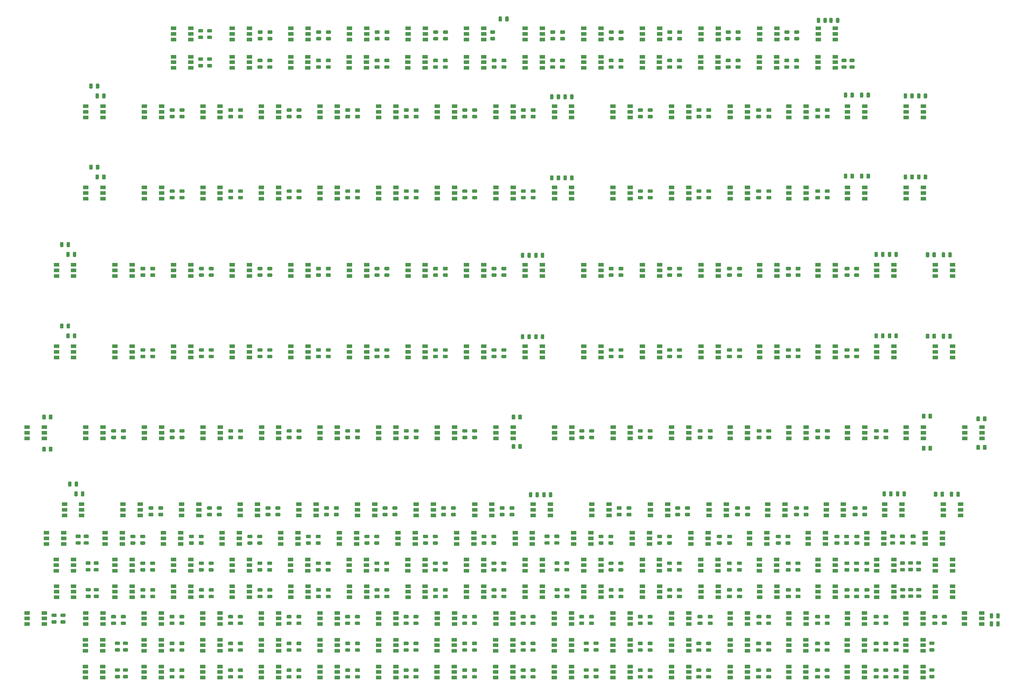
<source format=gbr>
G04 #@! TF.GenerationSoftware,KiCad,Pcbnew,(5.0.0-3-g5ebb6b6)*
G04 #@! TF.CreationDate,2019-02-22T00:56:02-08:00*
G04 #@! TF.ProjectId,Panel,50616E656C2E6B696361645F70636200,rev?*
G04 #@! TF.SameCoordinates,Original*
G04 #@! TF.FileFunction,Paste,Top*
G04 #@! TF.FilePolarity,Positive*
%FSLAX45Y45*%
G04 Gerber Fmt 4.5, Leading zero omitted, Abs format (unit mm)*
G04 Created by KiCad (PCBNEW (5.0.0-3-g5ebb6b6)) date Friday, February 22, 2019 at 12:56:02 AM*
%MOMM*%
%LPD*%
G01*
G04 APERTURE LIST*
%ADD10C,0.050000*%
%ADD11C,0.975000*%
%ADD12R,1.500000X1.000000*%
G04 APERTURE END LIST*
D10*
G04 #@! TO.C,R14*
G36*
X28101897Y-21253395D02*
X28104263Y-21253746D01*
X28106583Y-21254328D01*
X28108835Y-21255133D01*
X28110998Y-21256156D01*
X28113050Y-21257386D01*
X28114971Y-21258811D01*
X28116743Y-21260417D01*
X28118350Y-21262190D01*
X28119775Y-21264111D01*
X28121004Y-21266163D01*
X28122027Y-21268325D01*
X28122833Y-21270577D01*
X28123414Y-21272898D01*
X28123765Y-21275264D01*
X28123883Y-21277653D01*
X28123883Y-21326403D01*
X28123765Y-21328792D01*
X28123414Y-21331158D01*
X28122833Y-21333479D01*
X28122027Y-21335731D01*
X28121004Y-21337893D01*
X28119775Y-21339945D01*
X28118350Y-21341866D01*
X28116743Y-21343639D01*
X28114971Y-21345245D01*
X28113050Y-21346670D01*
X28110998Y-21347900D01*
X28108835Y-21348923D01*
X28106583Y-21349728D01*
X28104263Y-21350310D01*
X28101897Y-21350661D01*
X28099508Y-21350778D01*
X28008258Y-21350778D01*
X28005868Y-21350661D01*
X28003502Y-21350310D01*
X28001182Y-21349728D01*
X27998930Y-21348923D01*
X27996767Y-21347900D01*
X27994716Y-21346670D01*
X27992794Y-21345245D01*
X27991022Y-21343639D01*
X27989415Y-21341866D01*
X27987990Y-21339945D01*
X27986761Y-21337893D01*
X27985738Y-21335731D01*
X27984932Y-21333479D01*
X27984351Y-21331158D01*
X27984000Y-21328792D01*
X27983883Y-21326403D01*
X27983883Y-21277653D01*
X27984000Y-21275264D01*
X27984351Y-21272898D01*
X27984932Y-21270577D01*
X27985738Y-21268325D01*
X27986761Y-21266163D01*
X27987990Y-21264111D01*
X27989415Y-21262190D01*
X27991022Y-21260417D01*
X27992794Y-21258811D01*
X27994716Y-21257386D01*
X27996767Y-21256156D01*
X27998930Y-21255133D01*
X28001182Y-21254328D01*
X28003502Y-21253746D01*
X28005868Y-21253395D01*
X28008258Y-21253278D01*
X28099508Y-21253278D01*
X28101897Y-21253395D01*
X28101897Y-21253395D01*
G37*
D11*
X28053883Y-21302028D03*
D10*
G36*
X28101897Y-21065895D02*
X28104263Y-21066246D01*
X28106583Y-21066828D01*
X28108835Y-21067633D01*
X28110998Y-21068656D01*
X28113050Y-21069886D01*
X28114971Y-21071311D01*
X28116743Y-21072917D01*
X28118350Y-21074690D01*
X28119775Y-21076611D01*
X28121004Y-21078663D01*
X28122027Y-21080825D01*
X28122833Y-21083077D01*
X28123414Y-21085398D01*
X28123765Y-21087764D01*
X28123883Y-21090153D01*
X28123883Y-21138903D01*
X28123765Y-21141292D01*
X28123414Y-21143658D01*
X28122833Y-21145979D01*
X28122027Y-21148231D01*
X28121004Y-21150393D01*
X28119775Y-21152445D01*
X28118350Y-21154366D01*
X28116743Y-21156139D01*
X28114971Y-21157745D01*
X28113050Y-21159170D01*
X28110998Y-21160400D01*
X28108835Y-21161423D01*
X28106583Y-21162228D01*
X28104263Y-21162810D01*
X28101897Y-21163161D01*
X28099508Y-21163278D01*
X28008258Y-21163278D01*
X28005868Y-21163161D01*
X28003502Y-21162810D01*
X28001182Y-21162228D01*
X27998930Y-21161423D01*
X27996767Y-21160400D01*
X27994716Y-21159170D01*
X27992794Y-21157745D01*
X27991022Y-21156139D01*
X27989415Y-21154366D01*
X27987990Y-21152445D01*
X27986761Y-21150393D01*
X27985738Y-21148231D01*
X27984932Y-21145979D01*
X27984351Y-21143658D01*
X27984000Y-21141292D01*
X27983883Y-21138903D01*
X27983883Y-21090153D01*
X27984000Y-21087764D01*
X27984351Y-21085398D01*
X27984932Y-21083077D01*
X27985738Y-21080825D01*
X27986761Y-21078663D01*
X27987990Y-21076611D01*
X27989415Y-21074690D01*
X27991022Y-21072917D01*
X27992794Y-21071311D01*
X27994716Y-21069886D01*
X27996767Y-21068656D01*
X27998930Y-21067633D01*
X28001182Y-21066828D01*
X28003502Y-21066246D01*
X28005868Y-21065895D01*
X28008258Y-21065778D01*
X28099508Y-21065778D01*
X28101897Y-21065895D01*
X28101897Y-21065895D01*
G37*
D11*
X28053883Y-21114528D03*
G04 #@! TD*
D10*
G04 #@! TO.C,C16*
G36*
X31709296Y-21065895D02*
X31711662Y-21066246D01*
X31713982Y-21066828D01*
X31716235Y-21067633D01*
X31718397Y-21068656D01*
X31720449Y-21069886D01*
X31722370Y-21071311D01*
X31724142Y-21072917D01*
X31725749Y-21074690D01*
X31727174Y-21076611D01*
X31728404Y-21078663D01*
X31729426Y-21080825D01*
X31730232Y-21083077D01*
X31730813Y-21085398D01*
X31731164Y-21087764D01*
X31731282Y-21090153D01*
X31731282Y-21138903D01*
X31731164Y-21141292D01*
X31730813Y-21143658D01*
X31730232Y-21145979D01*
X31729426Y-21148231D01*
X31728404Y-21150393D01*
X31727174Y-21152445D01*
X31725749Y-21154366D01*
X31724142Y-21156139D01*
X31722370Y-21157745D01*
X31720449Y-21159170D01*
X31718397Y-21160400D01*
X31716235Y-21161423D01*
X31713982Y-21162228D01*
X31711662Y-21162810D01*
X31709296Y-21163161D01*
X31706907Y-21163278D01*
X31615657Y-21163278D01*
X31613268Y-21163161D01*
X31610901Y-21162810D01*
X31608581Y-21162228D01*
X31606329Y-21161423D01*
X31604166Y-21160400D01*
X31602115Y-21159170D01*
X31600193Y-21157745D01*
X31598421Y-21156139D01*
X31596815Y-21154366D01*
X31595390Y-21152445D01*
X31594160Y-21150393D01*
X31593137Y-21148231D01*
X31592331Y-21145979D01*
X31591750Y-21143658D01*
X31591399Y-21141292D01*
X31591282Y-21138903D01*
X31591282Y-21090153D01*
X31591399Y-21087764D01*
X31591750Y-21085398D01*
X31592331Y-21083077D01*
X31593137Y-21080825D01*
X31594160Y-21078663D01*
X31595390Y-21076611D01*
X31596815Y-21074690D01*
X31598421Y-21072917D01*
X31600193Y-21071311D01*
X31602115Y-21069886D01*
X31604166Y-21068656D01*
X31606329Y-21067633D01*
X31608581Y-21066828D01*
X31610901Y-21066246D01*
X31613268Y-21065895D01*
X31615657Y-21065778D01*
X31706907Y-21065778D01*
X31709296Y-21065895D01*
X31709296Y-21065895D01*
G37*
D11*
X31661282Y-21114528D03*
D10*
G36*
X31709296Y-21253395D02*
X31711662Y-21253746D01*
X31713982Y-21254328D01*
X31716235Y-21255133D01*
X31718397Y-21256156D01*
X31720449Y-21257386D01*
X31722370Y-21258811D01*
X31724142Y-21260417D01*
X31725749Y-21262190D01*
X31727174Y-21264111D01*
X31728404Y-21266163D01*
X31729426Y-21268325D01*
X31730232Y-21270577D01*
X31730813Y-21272898D01*
X31731164Y-21275264D01*
X31731282Y-21277653D01*
X31731282Y-21326403D01*
X31731164Y-21328792D01*
X31730813Y-21331158D01*
X31730232Y-21333479D01*
X31729426Y-21335731D01*
X31728404Y-21337893D01*
X31727174Y-21339945D01*
X31725749Y-21341866D01*
X31724142Y-21343639D01*
X31722370Y-21345245D01*
X31720449Y-21346670D01*
X31718397Y-21347900D01*
X31716235Y-21348923D01*
X31713982Y-21349728D01*
X31711662Y-21350310D01*
X31709296Y-21350661D01*
X31706907Y-21350778D01*
X31615657Y-21350778D01*
X31613268Y-21350661D01*
X31610901Y-21350310D01*
X31608581Y-21349728D01*
X31606329Y-21348923D01*
X31604166Y-21347900D01*
X31602115Y-21346670D01*
X31600193Y-21345245D01*
X31598421Y-21343639D01*
X31596815Y-21341866D01*
X31595390Y-21339945D01*
X31594160Y-21337893D01*
X31593137Y-21335731D01*
X31592331Y-21333479D01*
X31591750Y-21331158D01*
X31591399Y-21328792D01*
X31591282Y-21326403D01*
X31591282Y-21277653D01*
X31591399Y-21275264D01*
X31591750Y-21272898D01*
X31592331Y-21270577D01*
X31593137Y-21268325D01*
X31594160Y-21266163D01*
X31595390Y-21264111D01*
X31596815Y-21262190D01*
X31598421Y-21260417D01*
X31600193Y-21258811D01*
X31602115Y-21257386D01*
X31604166Y-21256156D01*
X31606329Y-21255133D01*
X31608581Y-21254328D01*
X31610901Y-21253746D01*
X31613268Y-21253395D01*
X31615657Y-21253278D01*
X31706907Y-21253278D01*
X31709296Y-21253395D01*
X31709296Y-21253395D01*
G37*
D11*
X31661282Y-21302028D03*
G04 #@! TD*
D12*
G04 #@! TO.C,D17*
X32233999Y-21007662D03*
X32233999Y-21167662D03*
X32233999Y-21327662D03*
X32723999Y-21007662D03*
X32723999Y-21167662D03*
X32723999Y-21327662D03*
G04 #@! TD*
G04 #@! TO.C,D16*
X31057332Y-21327662D03*
X31057332Y-21167662D03*
X31057332Y-21007662D03*
X30567332Y-21327662D03*
X30567332Y-21167662D03*
X30567332Y-21007662D03*
G04 #@! TD*
G04 #@! TO.C,D15*
X28900666Y-21007662D03*
X28900666Y-21167662D03*
X28900666Y-21327662D03*
X29390666Y-21007662D03*
X29390666Y-21167662D03*
X29390666Y-21327662D03*
G04 #@! TD*
G04 #@! TO.C,D14*
X27723999Y-21327662D03*
X27723999Y-21167662D03*
X27723999Y-21007662D03*
X27233999Y-21327662D03*
X27233999Y-21167662D03*
X27233999Y-21007662D03*
G04 #@! TD*
G04 #@! TO.C,D13*
X25567333Y-21007662D03*
X25567333Y-21167662D03*
X25567333Y-21327662D03*
X26057333Y-21007662D03*
X26057333Y-21167662D03*
X26057333Y-21327662D03*
G04 #@! TD*
D10*
G04 #@! TO.C,R13*
G36*
X26435230Y-21065895D02*
X26437596Y-21066246D01*
X26439917Y-21066828D01*
X26442169Y-21067633D01*
X26444331Y-21068656D01*
X26446383Y-21069886D01*
X26448304Y-21071311D01*
X26450077Y-21072917D01*
X26451683Y-21074690D01*
X26453108Y-21076611D01*
X26454338Y-21078663D01*
X26455361Y-21080825D01*
X26456166Y-21083077D01*
X26456748Y-21085398D01*
X26457099Y-21087764D01*
X26457216Y-21090153D01*
X26457216Y-21138903D01*
X26457099Y-21141292D01*
X26456748Y-21143658D01*
X26456166Y-21145979D01*
X26455361Y-21148231D01*
X26454338Y-21150393D01*
X26453108Y-21152445D01*
X26451683Y-21154366D01*
X26450077Y-21156139D01*
X26448304Y-21157745D01*
X26446383Y-21159170D01*
X26444331Y-21160400D01*
X26442169Y-21161423D01*
X26439917Y-21162228D01*
X26437596Y-21162810D01*
X26435230Y-21163161D01*
X26432841Y-21163278D01*
X26341591Y-21163278D01*
X26339202Y-21163161D01*
X26336836Y-21162810D01*
X26334515Y-21162228D01*
X26332263Y-21161423D01*
X26330101Y-21160400D01*
X26328049Y-21159170D01*
X26326128Y-21157745D01*
X26324355Y-21156139D01*
X26322749Y-21154366D01*
X26321324Y-21152445D01*
X26320094Y-21150393D01*
X26319071Y-21148231D01*
X26318266Y-21145979D01*
X26317684Y-21143658D01*
X26317333Y-21141292D01*
X26317216Y-21138903D01*
X26317216Y-21090153D01*
X26317333Y-21087764D01*
X26317684Y-21085398D01*
X26318266Y-21083077D01*
X26319071Y-21080825D01*
X26320094Y-21078663D01*
X26321324Y-21076611D01*
X26322749Y-21074690D01*
X26324355Y-21072917D01*
X26326128Y-21071311D01*
X26328049Y-21069886D01*
X26330101Y-21068656D01*
X26332263Y-21067633D01*
X26334515Y-21066828D01*
X26336836Y-21066246D01*
X26339202Y-21065895D01*
X26341591Y-21065778D01*
X26432841Y-21065778D01*
X26435230Y-21065895D01*
X26435230Y-21065895D01*
G37*
D11*
X26387216Y-21114528D03*
D10*
G36*
X26435230Y-21253395D02*
X26437596Y-21253746D01*
X26439917Y-21254328D01*
X26442169Y-21255133D01*
X26444331Y-21256156D01*
X26446383Y-21257386D01*
X26448304Y-21258811D01*
X26450077Y-21260417D01*
X26451683Y-21262190D01*
X26453108Y-21264111D01*
X26454338Y-21266163D01*
X26455361Y-21268325D01*
X26456166Y-21270577D01*
X26456748Y-21272898D01*
X26457099Y-21275264D01*
X26457216Y-21277653D01*
X26457216Y-21326403D01*
X26457099Y-21328792D01*
X26456748Y-21331158D01*
X26456166Y-21333479D01*
X26455361Y-21335731D01*
X26454338Y-21337893D01*
X26453108Y-21339945D01*
X26451683Y-21341866D01*
X26450077Y-21343639D01*
X26448304Y-21345245D01*
X26446383Y-21346670D01*
X26444331Y-21347900D01*
X26442169Y-21348923D01*
X26439917Y-21349728D01*
X26437596Y-21350310D01*
X26435230Y-21350661D01*
X26432841Y-21350778D01*
X26341591Y-21350778D01*
X26339202Y-21350661D01*
X26336836Y-21350310D01*
X26334515Y-21349728D01*
X26332263Y-21348923D01*
X26330101Y-21347900D01*
X26328049Y-21346670D01*
X26326128Y-21345245D01*
X26324355Y-21343639D01*
X26322749Y-21341866D01*
X26321324Y-21339945D01*
X26320094Y-21337893D01*
X26319071Y-21335731D01*
X26318266Y-21333479D01*
X26317684Y-21331158D01*
X26317333Y-21328792D01*
X26317216Y-21326403D01*
X26317216Y-21277653D01*
X26317333Y-21275264D01*
X26317684Y-21272898D01*
X26318266Y-21270577D01*
X26319071Y-21268325D01*
X26320094Y-21266163D01*
X26321324Y-21264111D01*
X26322749Y-21262190D01*
X26324355Y-21260417D01*
X26326128Y-21258811D01*
X26328049Y-21257386D01*
X26330101Y-21256156D01*
X26332263Y-21255133D01*
X26334515Y-21254328D01*
X26336836Y-21253746D01*
X26339202Y-21253395D01*
X26341591Y-21253278D01*
X26432841Y-21253278D01*
X26435230Y-21253395D01*
X26435230Y-21253395D01*
G37*
D11*
X26387216Y-21302028D03*
G04 #@! TD*
D10*
G04 #@! TO.C,C17*
G36*
X33024814Y-21020817D02*
X33027180Y-21021168D01*
X33029501Y-21021750D01*
X33031753Y-21022555D01*
X33033915Y-21023578D01*
X33035967Y-21024808D01*
X33037888Y-21026233D01*
X33039661Y-21027839D01*
X33041267Y-21029612D01*
X33042692Y-21031533D01*
X33043922Y-21033585D01*
X33044945Y-21035747D01*
X33045750Y-21037999D01*
X33046332Y-21040320D01*
X33046683Y-21042686D01*
X33046800Y-21045075D01*
X33046800Y-21136325D01*
X33046683Y-21138714D01*
X33046332Y-21141080D01*
X33045750Y-21143401D01*
X33044945Y-21145653D01*
X33043922Y-21147815D01*
X33042692Y-21149867D01*
X33041267Y-21151788D01*
X33039661Y-21153561D01*
X33037888Y-21155167D01*
X33035967Y-21156592D01*
X33033915Y-21157822D01*
X33031753Y-21158845D01*
X33029501Y-21159650D01*
X33027180Y-21160232D01*
X33024814Y-21160583D01*
X33022425Y-21160700D01*
X32973675Y-21160700D01*
X32971286Y-21160583D01*
X32968920Y-21160232D01*
X32966599Y-21159650D01*
X32964347Y-21158845D01*
X32962185Y-21157822D01*
X32960133Y-21156592D01*
X32958212Y-21155167D01*
X32956439Y-21153561D01*
X32954833Y-21151788D01*
X32953408Y-21149867D01*
X32952178Y-21147815D01*
X32951155Y-21145653D01*
X32950350Y-21143401D01*
X32949768Y-21141080D01*
X32949417Y-21138714D01*
X32949300Y-21136325D01*
X32949300Y-21045075D01*
X32949417Y-21042686D01*
X32949768Y-21040320D01*
X32950350Y-21037999D01*
X32951155Y-21035747D01*
X32952178Y-21033585D01*
X32953408Y-21031533D01*
X32954833Y-21029612D01*
X32956439Y-21027839D01*
X32958212Y-21026233D01*
X32960133Y-21024808D01*
X32962185Y-21023578D01*
X32964347Y-21022555D01*
X32966599Y-21021750D01*
X32968920Y-21021168D01*
X32971286Y-21020817D01*
X32973675Y-21020700D01*
X33022425Y-21020700D01*
X33024814Y-21020817D01*
X33024814Y-21020817D01*
G37*
D11*
X32998050Y-21090700D03*
D10*
G36*
X33212314Y-21020817D02*
X33214680Y-21021168D01*
X33217001Y-21021750D01*
X33219253Y-21022555D01*
X33221415Y-21023578D01*
X33223467Y-21024808D01*
X33225388Y-21026233D01*
X33227161Y-21027839D01*
X33228767Y-21029612D01*
X33230192Y-21031533D01*
X33231422Y-21033585D01*
X33232445Y-21035747D01*
X33233250Y-21037999D01*
X33233832Y-21040320D01*
X33234183Y-21042686D01*
X33234300Y-21045075D01*
X33234300Y-21136325D01*
X33234183Y-21138714D01*
X33233832Y-21141080D01*
X33233250Y-21143401D01*
X33232445Y-21145653D01*
X33231422Y-21147815D01*
X33230192Y-21149867D01*
X33228767Y-21151788D01*
X33227161Y-21153561D01*
X33225388Y-21155167D01*
X33223467Y-21156592D01*
X33221415Y-21157822D01*
X33219253Y-21158845D01*
X33217001Y-21159650D01*
X33214680Y-21160232D01*
X33212314Y-21160583D01*
X33209925Y-21160700D01*
X33161175Y-21160700D01*
X33158786Y-21160583D01*
X33156420Y-21160232D01*
X33154099Y-21159650D01*
X33151847Y-21158845D01*
X33149685Y-21157822D01*
X33147633Y-21156592D01*
X33145712Y-21155167D01*
X33143939Y-21153561D01*
X33142333Y-21151788D01*
X33140908Y-21149867D01*
X33139678Y-21147815D01*
X33138655Y-21145653D01*
X33137850Y-21143401D01*
X33137268Y-21141080D01*
X33136917Y-21138714D01*
X33136800Y-21136325D01*
X33136800Y-21045075D01*
X33136917Y-21042686D01*
X33137268Y-21040320D01*
X33137850Y-21037999D01*
X33138655Y-21035747D01*
X33139678Y-21033585D01*
X33140908Y-21031533D01*
X33142333Y-21029612D01*
X33143939Y-21027839D01*
X33145712Y-21026233D01*
X33147633Y-21024808D01*
X33149685Y-21023578D01*
X33151847Y-21022555D01*
X33154099Y-21021750D01*
X33156420Y-21021168D01*
X33158786Y-21020817D01*
X33161175Y-21020700D01*
X33209925Y-21020700D01*
X33212314Y-21020817D01*
X33212314Y-21020817D01*
G37*
D11*
X33185550Y-21090700D03*
G04 #@! TD*
D10*
G04 #@! TO.C,C13*
G36*
X26709296Y-21253395D02*
X26711662Y-21253746D01*
X26713983Y-21254328D01*
X26716235Y-21255133D01*
X26718397Y-21256156D01*
X26720449Y-21257386D01*
X26722370Y-21258811D01*
X26724143Y-21260417D01*
X26725749Y-21262190D01*
X26727174Y-21264111D01*
X26728404Y-21266163D01*
X26729427Y-21268325D01*
X26730232Y-21270577D01*
X26730814Y-21272898D01*
X26731165Y-21275264D01*
X26731282Y-21277653D01*
X26731282Y-21326403D01*
X26731165Y-21328792D01*
X26730814Y-21331158D01*
X26730232Y-21333479D01*
X26729427Y-21335731D01*
X26728404Y-21337893D01*
X26727174Y-21339945D01*
X26725749Y-21341866D01*
X26724143Y-21343639D01*
X26722370Y-21345245D01*
X26720449Y-21346670D01*
X26718397Y-21347900D01*
X26716235Y-21348923D01*
X26713983Y-21349728D01*
X26711662Y-21350310D01*
X26709296Y-21350661D01*
X26706907Y-21350778D01*
X26615657Y-21350778D01*
X26613268Y-21350661D01*
X26610902Y-21350310D01*
X26608581Y-21349728D01*
X26606329Y-21348923D01*
X26604167Y-21347900D01*
X26602115Y-21346670D01*
X26600194Y-21345245D01*
X26598421Y-21343639D01*
X26596815Y-21341866D01*
X26595390Y-21339945D01*
X26594160Y-21337893D01*
X26593137Y-21335731D01*
X26592332Y-21333479D01*
X26591750Y-21331158D01*
X26591399Y-21328792D01*
X26591282Y-21326403D01*
X26591282Y-21277653D01*
X26591399Y-21275264D01*
X26591750Y-21272898D01*
X26592332Y-21270577D01*
X26593137Y-21268325D01*
X26594160Y-21266163D01*
X26595390Y-21264111D01*
X26596815Y-21262190D01*
X26598421Y-21260417D01*
X26600194Y-21258811D01*
X26602115Y-21257386D01*
X26604167Y-21256156D01*
X26606329Y-21255133D01*
X26608581Y-21254328D01*
X26610902Y-21253746D01*
X26613268Y-21253395D01*
X26615657Y-21253278D01*
X26706907Y-21253278D01*
X26709296Y-21253395D01*
X26709296Y-21253395D01*
G37*
D11*
X26661282Y-21302028D03*
D10*
G36*
X26709296Y-21065895D02*
X26711662Y-21066246D01*
X26713983Y-21066828D01*
X26716235Y-21067633D01*
X26718397Y-21068656D01*
X26720449Y-21069886D01*
X26722370Y-21071311D01*
X26724143Y-21072917D01*
X26725749Y-21074690D01*
X26727174Y-21076611D01*
X26728404Y-21078663D01*
X26729427Y-21080825D01*
X26730232Y-21083077D01*
X26730814Y-21085398D01*
X26731165Y-21087764D01*
X26731282Y-21090153D01*
X26731282Y-21138903D01*
X26731165Y-21141292D01*
X26730814Y-21143658D01*
X26730232Y-21145979D01*
X26729427Y-21148231D01*
X26728404Y-21150393D01*
X26727174Y-21152445D01*
X26725749Y-21154366D01*
X26724143Y-21156139D01*
X26722370Y-21157745D01*
X26720449Y-21159170D01*
X26718397Y-21160400D01*
X26716235Y-21161423D01*
X26713983Y-21162228D01*
X26711662Y-21162810D01*
X26709296Y-21163161D01*
X26706907Y-21163278D01*
X26615657Y-21163278D01*
X26613268Y-21163161D01*
X26610902Y-21162810D01*
X26608581Y-21162228D01*
X26606329Y-21161423D01*
X26604167Y-21160400D01*
X26602115Y-21159170D01*
X26600194Y-21157745D01*
X26598421Y-21156139D01*
X26596815Y-21154366D01*
X26595390Y-21152445D01*
X26594160Y-21150393D01*
X26593137Y-21148231D01*
X26592332Y-21145979D01*
X26591750Y-21143658D01*
X26591399Y-21141292D01*
X26591282Y-21138903D01*
X26591282Y-21090153D01*
X26591399Y-21087764D01*
X26591750Y-21085398D01*
X26592332Y-21083077D01*
X26593137Y-21080825D01*
X26594160Y-21078663D01*
X26595390Y-21076611D01*
X26596815Y-21074690D01*
X26598421Y-21072917D01*
X26600194Y-21071311D01*
X26602115Y-21069886D01*
X26604167Y-21068656D01*
X26606329Y-21067633D01*
X26608581Y-21066828D01*
X26610902Y-21066246D01*
X26613268Y-21065895D01*
X26615657Y-21065778D01*
X26706907Y-21065778D01*
X26709296Y-21065895D01*
X26709296Y-21065895D01*
G37*
D11*
X26661282Y-21114528D03*
G04 #@! TD*
D10*
G04 #@! TO.C,C14*
G36*
X28375963Y-21065895D02*
X28378329Y-21066246D01*
X28380649Y-21066828D01*
X28382901Y-21067633D01*
X28385064Y-21068656D01*
X28387116Y-21069886D01*
X28389037Y-21071311D01*
X28390809Y-21072917D01*
X28392416Y-21074690D01*
X28393841Y-21076611D01*
X28395070Y-21078663D01*
X28396093Y-21080825D01*
X28396899Y-21083077D01*
X28397480Y-21085398D01*
X28397831Y-21087764D01*
X28397949Y-21090153D01*
X28397949Y-21138903D01*
X28397831Y-21141292D01*
X28397480Y-21143658D01*
X28396899Y-21145979D01*
X28396093Y-21148231D01*
X28395070Y-21150393D01*
X28393841Y-21152445D01*
X28392416Y-21154366D01*
X28390809Y-21156139D01*
X28389037Y-21157745D01*
X28387116Y-21159170D01*
X28385064Y-21160400D01*
X28382901Y-21161423D01*
X28380649Y-21162228D01*
X28378329Y-21162810D01*
X28375963Y-21163161D01*
X28373574Y-21163278D01*
X28282324Y-21163278D01*
X28279934Y-21163161D01*
X28277568Y-21162810D01*
X28275248Y-21162228D01*
X28272996Y-21161423D01*
X28270833Y-21160400D01*
X28268782Y-21159170D01*
X28266860Y-21157745D01*
X28265088Y-21156139D01*
X28263481Y-21154366D01*
X28262056Y-21152445D01*
X28260827Y-21150393D01*
X28259804Y-21148231D01*
X28258998Y-21145979D01*
X28258417Y-21143658D01*
X28258066Y-21141292D01*
X28257949Y-21138903D01*
X28257949Y-21090153D01*
X28258066Y-21087764D01*
X28258417Y-21085398D01*
X28258998Y-21083077D01*
X28259804Y-21080825D01*
X28260827Y-21078663D01*
X28262056Y-21076611D01*
X28263481Y-21074690D01*
X28265088Y-21072917D01*
X28266860Y-21071311D01*
X28268782Y-21069886D01*
X28270833Y-21068656D01*
X28272996Y-21067633D01*
X28275248Y-21066828D01*
X28277568Y-21066246D01*
X28279934Y-21065895D01*
X28282324Y-21065778D01*
X28373574Y-21065778D01*
X28375963Y-21065895D01*
X28375963Y-21065895D01*
G37*
D11*
X28327949Y-21114528D03*
D10*
G36*
X28375963Y-21253395D02*
X28378329Y-21253746D01*
X28380649Y-21254328D01*
X28382901Y-21255133D01*
X28385064Y-21256156D01*
X28387116Y-21257386D01*
X28389037Y-21258811D01*
X28390809Y-21260417D01*
X28392416Y-21262190D01*
X28393841Y-21264111D01*
X28395070Y-21266163D01*
X28396093Y-21268325D01*
X28396899Y-21270577D01*
X28397480Y-21272898D01*
X28397831Y-21275264D01*
X28397949Y-21277653D01*
X28397949Y-21326403D01*
X28397831Y-21328792D01*
X28397480Y-21331158D01*
X28396899Y-21333479D01*
X28396093Y-21335731D01*
X28395070Y-21337893D01*
X28393841Y-21339945D01*
X28392416Y-21341866D01*
X28390809Y-21343639D01*
X28389037Y-21345245D01*
X28387116Y-21346670D01*
X28385064Y-21347900D01*
X28382901Y-21348923D01*
X28380649Y-21349728D01*
X28378329Y-21350310D01*
X28375963Y-21350661D01*
X28373574Y-21350778D01*
X28282324Y-21350778D01*
X28279934Y-21350661D01*
X28277568Y-21350310D01*
X28275248Y-21349728D01*
X28272996Y-21348923D01*
X28270833Y-21347900D01*
X28268782Y-21346670D01*
X28266860Y-21345245D01*
X28265088Y-21343639D01*
X28263481Y-21341866D01*
X28262056Y-21339945D01*
X28260827Y-21337893D01*
X28259804Y-21335731D01*
X28258998Y-21333479D01*
X28258417Y-21331158D01*
X28258066Y-21328792D01*
X28257949Y-21326403D01*
X28257949Y-21277653D01*
X28258066Y-21275264D01*
X28258417Y-21272898D01*
X28258998Y-21270577D01*
X28259804Y-21268325D01*
X28260827Y-21266163D01*
X28262056Y-21264111D01*
X28263481Y-21262190D01*
X28265088Y-21260417D01*
X28266860Y-21258811D01*
X28268782Y-21257386D01*
X28270833Y-21256156D01*
X28272996Y-21255133D01*
X28275248Y-21254328D01*
X28277568Y-21253746D01*
X28279934Y-21253395D01*
X28282324Y-21253278D01*
X28373574Y-21253278D01*
X28375963Y-21253395D01*
X28375963Y-21253395D01*
G37*
D11*
X28327949Y-21302028D03*
G04 #@! TD*
D10*
G04 #@! TO.C,C15*
G36*
X30042629Y-21253395D02*
X30044995Y-21253746D01*
X30047316Y-21254328D01*
X30049568Y-21255133D01*
X30051730Y-21256156D01*
X30053782Y-21257386D01*
X30055703Y-21258811D01*
X30057476Y-21260417D01*
X30059082Y-21262190D01*
X30060507Y-21264111D01*
X30061737Y-21266163D01*
X30062760Y-21268325D01*
X30063566Y-21270577D01*
X30064147Y-21272898D01*
X30064498Y-21275264D01*
X30064615Y-21277653D01*
X30064615Y-21326403D01*
X30064498Y-21328792D01*
X30064147Y-21331158D01*
X30063566Y-21333479D01*
X30062760Y-21335731D01*
X30061737Y-21337893D01*
X30060507Y-21339945D01*
X30059082Y-21341866D01*
X30057476Y-21343639D01*
X30055703Y-21345245D01*
X30053782Y-21346670D01*
X30051730Y-21347900D01*
X30049568Y-21348923D01*
X30047316Y-21349728D01*
X30044995Y-21350310D01*
X30042629Y-21350661D01*
X30040240Y-21350778D01*
X29948990Y-21350778D01*
X29946601Y-21350661D01*
X29944235Y-21350310D01*
X29941914Y-21349728D01*
X29939662Y-21348923D01*
X29937500Y-21347900D01*
X29935448Y-21346670D01*
X29933527Y-21345245D01*
X29931754Y-21343639D01*
X29930148Y-21341866D01*
X29928723Y-21339945D01*
X29927493Y-21337893D01*
X29926471Y-21335731D01*
X29925665Y-21333479D01*
X29925084Y-21331158D01*
X29924733Y-21328792D01*
X29924615Y-21326403D01*
X29924615Y-21277653D01*
X29924733Y-21275264D01*
X29925084Y-21272898D01*
X29925665Y-21270577D01*
X29926471Y-21268325D01*
X29927493Y-21266163D01*
X29928723Y-21264111D01*
X29930148Y-21262190D01*
X29931754Y-21260417D01*
X29933527Y-21258811D01*
X29935448Y-21257386D01*
X29937500Y-21256156D01*
X29939662Y-21255133D01*
X29941914Y-21254328D01*
X29944235Y-21253746D01*
X29946601Y-21253395D01*
X29948990Y-21253278D01*
X30040240Y-21253278D01*
X30042629Y-21253395D01*
X30042629Y-21253395D01*
G37*
D11*
X29994615Y-21302028D03*
D10*
G36*
X30042629Y-21065895D02*
X30044995Y-21066246D01*
X30047316Y-21066828D01*
X30049568Y-21067633D01*
X30051730Y-21068656D01*
X30053782Y-21069886D01*
X30055703Y-21071311D01*
X30057476Y-21072917D01*
X30059082Y-21074690D01*
X30060507Y-21076611D01*
X30061737Y-21078663D01*
X30062760Y-21080825D01*
X30063566Y-21083077D01*
X30064147Y-21085398D01*
X30064498Y-21087764D01*
X30064615Y-21090153D01*
X30064615Y-21138903D01*
X30064498Y-21141292D01*
X30064147Y-21143658D01*
X30063566Y-21145979D01*
X30062760Y-21148231D01*
X30061737Y-21150393D01*
X30060507Y-21152445D01*
X30059082Y-21154366D01*
X30057476Y-21156139D01*
X30055703Y-21157745D01*
X30053782Y-21159170D01*
X30051730Y-21160400D01*
X30049568Y-21161423D01*
X30047316Y-21162228D01*
X30044995Y-21162810D01*
X30042629Y-21163161D01*
X30040240Y-21163278D01*
X29948990Y-21163278D01*
X29946601Y-21163161D01*
X29944235Y-21162810D01*
X29941914Y-21162228D01*
X29939662Y-21161423D01*
X29937500Y-21160400D01*
X29935448Y-21159170D01*
X29933527Y-21157745D01*
X29931754Y-21156139D01*
X29930148Y-21154366D01*
X29928723Y-21152445D01*
X29927493Y-21150393D01*
X29926471Y-21148231D01*
X29925665Y-21145979D01*
X29925084Y-21143658D01*
X29924733Y-21141292D01*
X29924615Y-21138903D01*
X29924615Y-21090153D01*
X29924733Y-21087764D01*
X29925084Y-21085398D01*
X29925665Y-21083077D01*
X29926471Y-21080825D01*
X29927493Y-21078663D01*
X29928723Y-21076611D01*
X29930148Y-21074690D01*
X29931754Y-21072917D01*
X29933527Y-21071311D01*
X29935448Y-21069886D01*
X29937500Y-21068656D01*
X29939662Y-21067633D01*
X29941914Y-21066828D01*
X29944235Y-21066246D01*
X29946601Y-21065895D01*
X29948990Y-21065778D01*
X30040240Y-21065778D01*
X30042629Y-21065895D01*
X30042629Y-21065895D01*
G37*
D11*
X29994615Y-21114528D03*
G04 #@! TD*
D10*
G04 #@! TO.C,R15*
G36*
X29768563Y-21065895D02*
X29770929Y-21066246D01*
X29773250Y-21066828D01*
X29775502Y-21067633D01*
X29777664Y-21068656D01*
X29779716Y-21069886D01*
X29781637Y-21071311D01*
X29783410Y-21072917D01*
X29785016Y-21074690D01*
X29786441Y-21076611D01*
X29787671Y-21078663D01*
X29788694Y-21080825D01*
X29789500Y-21083077D01*
X29790081Y-21085398D01*
X29790432Y-21087764D01*
X29790549Y-21090153D01*
X29790549Y-21138903D01*
X29790432Y-21141292D01*
X29790081Y-21143658D01*
X29789500Y-21145979D01*
X29788694Y-21148231D01*
X29787671Y-21150393D01*
X29786441Y-21152445D01*
X29785016Y-21154366D01*
X29783410Y-21156139D01*
X29781637Y-21157745D01*
X29779716Y-21159170D01*
X29777664Y-21160400D01*
X29775502Y-21161423D01*
X29773250Y-21162228D01*
X29770929Y-21162810D01*
X29768563Y-21163161D01*
X29766174Y-21163278D01*
X29674924Y-21163278D01*
X29672535Y-21163161D01*
X29670169Y-21162810D01*
X29667848Y-21162228D01*
X29665596Y-21161423D01*
X29663434Y-21160400D01*
X29661382Y-21159170D01*
X29659461Y-21157745D01*
X29657688Y-21156139D01*
X29656082Y-21154366D01*
X29654657Y-21152445D01*
X29653427Y-21150393D01*
X29652405Y-21148231D01*
X29651599Y-21145979D01*
X29651018Y-21143658D01*
X29650667Y-21141292D01*
X29650549Y-21138903D01*
X29650549Y-21090153D01*
X29650667Y-21087764D01*
X29651018Y-21085398D01*
X29651599Y-21083077D01*
X29652405Y-21080825D01*
X29653427Y-21078663D01*
X29654657Y-21076611D01*
X29656082Y-21074690D01*
X29657688Y-21072917D01*
X29659461Y-21071311D01*
X29661382Y-21069886D01*
X29663434Y-21068656D01*
X29665596Y-21067633D01*
X29667848Y-21066828D01*
X29670169Y-21066246D01*
X29672535Y-21065895D01*
X29674924Y-21065778D01*
X29766174Y-21065778D01*
X29768563Y-21065895D01*
X29768563Y-21065895D01*
G37*
D11*
X29720549Y-21114528D03*
D10*
G36*
X29768563Y-21253395D02*
X29770929Y-21253746D01*
X29773250Y-21254328D01*
X29775502Y-21255133D01*
X29777664Y-21256156D01*
X29779716Y-21257386D01*
X29781637Y-21258811D01*
X29783410Y-21260417D01*
X29785016Y-21262190D01*
X29786441Y-21264111D01*
X29787671Y-21266163D01*
X29788694Y-21268325D01*
X29789500Y-21270577D01*
X29790081Y-21272898D01*
X29790432Y-21275264D01*
X29790549Y-21277653D01*
X29790549Y-21326403D01*
X29790432Y-21328792D01*
X29790081Y-21331158D01*
X29789500Y-21333479D01*
X29788694Y-21335731D01*
X29787671Y-21337893D01*
X29786441Y-21339945D01*
X29785016Y-21341866D01*
X29783410Y-21343639D01*
X29781637Y-21345245D01*
X29779716Y-21346670D01*
X29777664Y-21347900D01*
X29775502Y-21348923D01*
X29773250Y-21349728D01*
X29770929Y-21350310D01*
X29768563Y-21350661D01*
X29766174Y-21350778D01*
X29674924Y-21350778D01*
X29672535Y-21350661D01*
X29670169Y-21350310D01*
X29667848Y-21349728D01*
X29665596Y-21348923D01*
X29663434Y-21347900D01*
X29661382Y-21346670D01*
X29659461Y-21345245D01*
X29657688Y-21343639D01*
X29656082Y-21341866D01*
X29654657Y-21339945D01*
X29653427Y-21337893D01*
X29652405Y-21335731D01*
X29651599Y-21333479D01*
X29651018Y-21331158D01*
X29650667Y-21328792D01*
X29650549Y-21326403D01*
X29650549Y-21277653D01*
X29650667Y-21275264D01*
X29651018Y-21272898D01*
X29651599Y-21270577D01*
X29652405Y-21268325D01*
X29653427Y-21266163D01*
X29654657Y-21264111D01*
X29656082Y-21262190D01*
X29657688Y-21260417D01*
X29659461Y-21258811D01*
X29661382Y-21257386D01*
X29663434Y-21256156D01*
X29665596Y-21255133D01*
X29667848Y-21254328D01*
X29670169Y-21253746D01*
X29672535Y-21253395D01*
X29674924Y-21253278D01*
X29766174Y-21253278D01*
X29768563Y-21253395D01*
X29768563Y-21253395D01*
G37*
D11*
X29720549Y-21302028D03*
G04 #@! TD*
D10*
G04 #@! TO.C,R16*
G36*
X31435230Y-21253395D02*
X31437596Y-21253746D01*
X31439916Y-21254328D01*
X31442169Y-21255133D01*
X31444331Y-21256156D01*
X31446383Y-21257386D01*
X31448304Y-21258811D01*
X31450076Y-21260417D01*
X31451683Y-21262190D01*
X31453108Y-21264111D01*
X31454338Y-21266163D01*
X31455360Y-21268325D01*
X31456166Y-21270577D01*
X31456747Y-21272898D01*
X31457098Y-21275264D01*
X31457216Y-21277653D01*
X31457216Y-21326403D01*
X31457098Y-21328792D01*
X31456747Y-21331158D01*
X31456166Y-21333479D01*
X31455360Y-21335731D01*
X31454338Y-21337893D01*
X31453108Y-21339945D01*
X31451683Y-21341866D01*
X31450076Y-21343639D01*
X31448304Y-21345245D01*
X31446383Y-21346670D01*
X31444331Y-21347900D01*
X31442169Y-21348923D01*
X31439916Y-21349728D01*
X31437596Y-21350310D01*
X31435230Y-21350661D01*
X31432841Y-21350778D01*
X31341591Y-21350778D01*
X31339202Y-21350661D01*
X31336835Y-21350310D01*
X31334515Y-21349728D01*
X31332263Y-21348923D01*
X31330100Y-21347900D01*
X31328049Y-21346670D01*
X31326127Y-21345245D01*
X31324355Y-21343639D01*
X31322749Y-21341866D01*
X31321324Y-21339945D01*
X31320094Y-21337893D01*
X31319071Y-21335731D01*
X31318265Y-21333479D01*
X31317684Y-21331158D01*
X31317333Y-21328792D01*
X31317216Y-21326403D01*
X31317216Y-21277653D01*
X31317333Y-21275264D01*
X31317684Y-21272898D01*
X31318265Y-21270577D01*
X31319071Y-21268325D01*
X31320094Y-21266163D01*
X31321324Y-21264111D01*
X31322749Y-21262190D01*
X31324355Y-21260417D01*
X31326127Y-21258811D01*
X31328049Y-21257386D01*
X31330100Y-21256156D01*
X31332263Y-21255133D01*
X31334515Y-21254328D01*
X31336835Y-21253746D01*
X31339202Y-21253395D01*
X31341591Y-21253278D01*
X31432841Y-21253278D01*
X31435230Y-21253395D01*
X31435230Y-21253395D01*
G37*
D11*
X31387216Y-21302028D03*
D10*
G36*
X31435230Y-21065895D02*
X31437596Y-21066246D01*
X31439916Y-21066828D01*
X31442169Y-21067633D01*
X31444331Y-21068656D01*
X31446383Y-21069886D01*
X31448304Y-21071311D01*
X31450076Y-21072917D01*
X31451683Y-21074690D01*
X31453108Y-21076611D01*
X31454338Y-21078663D01*
X31455360Y-21080825D01*
X31456166Y-21083077D01*
X31456747Y-21085398D01*
X31457098Y-21087764D01*
X31457216Y-21090153D01*
X31457216Y-21138903D01*
X31457098Y-21141292D01*
X31456747Y-21143658D01*
X31456166Y-21145979D01*
X31455360Y-21148231D01*
X31454338Y-21150393D01*
X31453108Y-21152445D01*
X31451683Y-21154366D01*
X31450076Y-21156139D01*
X31448304Y-21157745D01*
X31446383Y-21159170D01*
X31444331Y-21160400D01*
X31442169Y-21161423D01*
X31439916Y-21162228D01*
X31437596Y-21162810D01*
X31435230Y-21163161D01*
X31432841Y-21163278D01*
X31341591Y-21163278D01*
X31339202Y-21163161D01*
X31336835Y-21162810D01*
X31334515Y-21162228D01*
X31332263Y-21161423D01*
X31330100Y-21160400D01*
X31328049Y-21159170D01*
X31326127Y-21157745D01*
X31324355Y-21156139D01*
X31322749Y-21154366D01*
X31321324Y-21152445D01*
X31320094Y-21150393D01*
X31319071Y-21148231D01*
X31318265Y-21145979D01*
X31317684Y-21143658D01*
X31317333Y-21141292D01*
X31317216Y-21138903D01*
X31317216Y-21090153D01*
X31317333Y-21087764D01*
X31317684Y-21085398D01*
X31318265Y-21083077D01*
X31319071Y-21080825D01*
X31320094Y-21078663D01*
X31321324Y-21076611D01*
X31322749Y-21074690D01*
X31324355Y-21072917D01*
X31326127Y-21071311D01*
X31328049Y-21069886D01*
X31330100Y-21068656D01*
X31332263Y-21067633D01*
X31334515Y-21066828D01*
X31336835Y-21066246D01*
X31339202Y-21065895D01*
X31341591Y-21065778D01*
X31432841Y-21065778D01*
X31435230Y-21065895D01*
X31435230Y-21065895D01*
G37*
D11*
X31387216Y-21114528D03*
G04 #@! TD*
D10*
G04 #@! TO.C,R17*
G36*
X33212314Y-21249417D02*
X33214680Y-21249768D01*
X33217001Y-21250350D01*
X33219253Y-21251155D01*
X33221415Y-21252178D01*
X33223467Y-21253408D01*
X33225388Y-21254833D01*
X33227161Y-21256439D01*
X33228767Y-21258212D01*
X33230192Y-21260133D01*
X33231422Y-21262185D01*
X33232445Y-21264347D01*
X33233250Y-21266599D01*
X33233832Y-21268920D01*
X33234183Y-21271286D01*
X33234300Y-21273675D01*
X33234300Y-21364925D01*
X33234183Y-21367314D01*
X33233832Y-21369680D01*
X33233250Y-21372001D01*
X33232445Y-21374253D01*
X33231422Y-21376415D01*
X33230192Y-21378467D01*
X33228767Y-21380388D01*
X33227161Y-21382161D01*
X33225388Y-21383767D01*
X33223467Y-21385192D01*
X33221415Y-21386422D01*
X33219253Y-21387445D01*
X33217001Y-21388250D01*
X33214680Y-21388832D01*
X33212314Y-21389183D01*
X33209925Y-21389300D01*
X33161175Y-21389300D01*
X33158786Y-21389183D01*
X33156420Y-21388832D01*
X33154099Y-21388250D01*
X33151847Y-21387445D01*
X33149685Y-21386422D01*
X33147633Y-21385192D01*
X33145712Y-21383767D01*
X33143939Y-21382161D01*
X33142333Y-21380388D01*
X33140908Y-21378467D01*
X33139678Y-21376415D01*
X33138655Y-21374253D01*
X33137850Y-21372001D01*
X33137268Y-21369680D01*
X33136917Y-21367314D01*
X33136800Y-21364925D01*
X33136800Y-21273675D01*
X33136917Y-21271286D01*
X33137268Y-21268920D01*
X33137850Y-21266599D01*
X33138655Y-21264347D01*
X33139678Y-21262185D01*
X33140908Y-21260133D01*
X33142333Y-21258212D01*
X33143939Y-21256439D01*
X33145712Y-21254833D01*
X33147633Y-21253408D01*
X33149685Y-21252178D01*
X33151847Y-21251155D01*
X33154099Y-21250350D01*
X33156420Y-21249768D01*
X33158786Y-21249417D01*
X33161175Y-21249300D01*
X33209925Y-21249300D01*
X33212314Y-21249417D01*
X33212314Y-21249417D01*
G37*
D11*
X33185550Y-21319300D03*
D10*
G36*
X33024814Y-21249417D02*
X33027180Y-21249768D01*
X33029501Y-21250350D01*
X33031753Y-21251155D01*
X33033915Y-21252178D01*
X33035967Y-21253408D01*
X33037888Y-21254833D01*
X33039661Y-21256439D01*
X33041267Y-21258212D01*
X33042692Y-21260133D01*
X33043922Y-21262185D01*
X33044945Y-21264347D01*
X33045750Y-21266599D01*
X33046332Y-21268920D01*
X33046683Y-21271286D01*
X33046800Y-21273675D01*
X33046800Y-21364925D01*
X33046683Y-21367314D01*
X33046332Y-21369680D01*
X33045750Y-21372001D01*
X33044945Y-21374253D01*
X33043922Y-21376415D01*
X33042692Y-21378467D01*
X33041267Y-21380388D01*
X33039661Y-21382161D01*
X33037888Y-21383767D01*
X33035967Y-21385192D01*
X33033915Y-21386422D01*
X33031753Y-21387445D01*
X33029501Y-21388250D01*
X33027180Y-21388832D01*
X33024814Y-21389183D01*
X33022425Y-21389300D01*
X32973675Y-21389300D01*
X32971286Y-21389183D01*
X32968920Y-21388832D01*
X32966599Y-21388250D01*
X32964347Y-21387445D01*
X32962185Y-21386422D01*
X32960133Y-21385192D01*
X32958212Y-21383767D01*
X32956439Y-21382161D01*
X32954833Y-21380388D01*
X32953408Y-21378467D01*
X32952178Y-21376415D01*
X32951155Y-21374253D01*
X32950350Y-21372001D01*
X32949768Y-21369680D01*
X32949417Y-21367314D01*
X32949300Y-21364925D01*
X32949300Y-21273675D01*
X32949417Y-21271286D01*
X32949768Y-21268920D01*
X32950350Y-21266599D01*
X32951155Y-21264347D01*
X32952178Y-21262185D01*
X32953408Y-21260133D01*
X32954833Y-21258212D01*
X32956439Y-21256439D01*
X32958212Y-21254833D01*
X32960133Y-21253408D01*
X32962185Y-21252178D01*
X32964347Y-21251155D01*
X32966599Y-21250350D01*
X32968920Y-21249768D01*
X32971286Y-21249417D01*
X32973675Y-21249300D01*
X33022425Y-21249300D01*
X33024814Y-21249417D01*
X33024814Y-21249417D01*
G37*
D11*
X32998050Y-21319300D03*
G04 #@! TD*
D10*
G04 #@! TO.C,C8*
G36*
X18343159Y-21065895D02*
X18345526Y-21066246D01*
X18347846Y-21066828D01*
X18350098Y-21067633D01*
X18352261Y-21068656D01*
X18354312Y-21069886D01*
X18356234Y-21071311D01*
X18358006Y-21072917D01*
X18359612Y-21074690D01*
X18361037Y-21076611D01*
X18362267Y-21078663D01*
X18363290Y-21080825D01*
X18364096Y-21083077D01*
X18364677Y-21085398D01*
X18365028Y-21087764D01*
X18365145Y-21090153D01*
X18365145Y-21138903D01*
X18365028Y-21141292D01*
X18364677Y-21143658D01*
X18364096Y-21145979D01*
X18363290Y-21148231D01*
X18362267Y-21150393D01*
X18361037Y-21152445D01*
X18359612Y-21154366D01*
X18358006Y-21156139D01*
X18356234Y-21157745D01*
X18354312Y-21159170D01*
X18352261Y-21160400D01*
X18350098Y-21161423D01*
X18347846Y-21162228D01*
X18345526Y-21162810D01*
X18343159Y-21163161D01*
X18340770Y-21163278D01*
X18249520Y-21163278D01*
X18247131Y-21163161D01*
X18244765Y-21162810D01*
X18242445Y-21162228D01*
X18240192Y-21161423D01*
X18238030Y-21160400D01*
X18235978Y-21159170D01*
X18234057Y-21157745D01*
X18232285Y-21156139D01*
X18230678Y-21154366D01*
X18229253Y-21152445D01*
X18228023Y-21150393D01*
X18227001Y-21148231D01*
X18226195Y-21145979D01*
X18225614Y-21143658D01*
X18225263Y-21141292D01*
X18225145Y-21138903D01*
X18225145Y-21090153D01*
X18225263Y-21087764D01*
X18225614Y-21085398D01*
X18226195Y-21083077D01*
X18227001Y-21080825D01*
X18228023Y-21078663D01*
X18229253Y-21076611D01*
X18230678Y-21074690D01*
X18232285Y-21072917D01*
X18234057Y-21071311D01*
X18235978Y-21069886D01*
X18238030Y-21068656D01*
X18240192Y-21067633D01*
X18242445Y-21066828D01*
X18244765Y-21066246D01*
X18247131Y-21065895D01*
X18249520Y-21065778D01*
X18340770Y-21065778D01*
X18343159Y-21065895D01*
X18343159Y-21065895D01*
G37*
D11*
X18295145Y-21114528D03*
D10*
G36*
X18343159Y-21253395D02*
X18345526Y-21253746D01*
X18347846Y-21254328D01*
X18350098Y-21255133D01*
X18352261Y-21256156D01*
X18354312Y-21257386D01*
X18356234Y-21258811D01*
X18358006Y-21260417D01*
X18359612Y-21262190D01*
X18361037Y-21264111D01*
X18362267Y-21266163D01*
X18363290Y-21268325D01*
X18364096Y-21270577D01*
X18364677Y-21272898D01*
X18365028Y-21275264D01*
X18365145Y-21277653D01*
X18365145Y-21326403D01*
X18365028Y-21328792D01*
X18364677Y-21331158D01*
X18364096Y-21333479D01*
X18363290Y-21335731D01*
X18362267Y-21337893D01*
X18361037Y-21339945D01*
X18359612Y-21341866D01*
X18358006Y-21343639D01*
X18356234Y-21345245D01*
X18354312Y-21346670D01*
X18352261Y-21347900D01*
X18350098Y-21348923D01*
X18347846Y-21349728D01*
X18345526Y-21350310D01*
X18343159Y-21350661D01*
X18340770Y-21350778D01*
X18249520Y-21350778D01*
X18247131Y-21350661D01*
X18244765Y-21350310D01*
X18242445Y-21349728D01*
X18240192Y-21348923D01*
X18238030Y-21347900D01*
X18235978Y-21346670D01*
X18234057Y-21345245D01*
X18232285Y-21343639D01*
X18230678Y-21341866D01*
X18229253Y-21339945D01*
X18228023Y-21337893D01*
X18227001Y-21335731D01*
X18226195Y-21333479D01*
X18225614Y-21331158D01*
X18225263Y-21328792D01*
X18225145Y-21326403D01*
X18225145Y-21277653D01*
X18225263Y-21275264D01*
X18225614Y-21272898D01*
X18226195Y-21270577D01*
X18227001Y-21268325D01*
X18228023Y-21266163D01*
X18229253Y-21264111D01*
X18230678Y-21262190D01*
X18232285Y-21260417D01*
X18234057Y-21258811D01*
X18235978Y-21257386D01*
X18238030Y-21256156D01*
X18240192Y-21255133D01*
X18242445Y-21254328D01*
X18244765Y-21253746D01*
X18247131Y-21253395D01*
X18249520Y-21253278D01*
X18340770Y-21253278D01*
X18343159Y-21253395D01*
X18343159Y-21253395D01*
G37*
D11*
X18295145Y-21302028D03*
G04 #@! TD*
D10*
G04 #@! TO.C,C9*
G36*
X20007783Y-21065895D02*
X20010149Y-21066246D01*
X20012470Y-21066828D01*
X20014722Y-21067633D01*
X20016884Y-21068656D01*
X20018936Y-21069886D01*
X20020857Y-21071311D01*
X20022630Y-21072917D01*
X20024236Y-21074690D01*
X20025661Y-21076611D01*
X20026891Y-21078663D01*
X20027913Y-21080825D01*
X20028719Y-21083077D01*
X20029300Y-21085398D01*
X20029651Y-21087764D01*
X20029769Y-21090153D01*
X20029769Y-21138903D01*
X20029651Y-21141292D01*
X20029300Y-21143658D01*
X20028719Y-21145979D01*
X20027913Y-21148231D01*
X20026891Y-21150393D01*
X20025661Y-21152445D01*
X20024236Y-21154366D01*
X20022630Y-21156139D01*
X20020857Y-21157745D01*
X20018936Y-21159170D01*
X20016884Y-21160400D01*
X20014722Y-21161423D01*
X20012470Y-21162228D01*
X20010149Y-21162810D01*
X20007783Y-21163161D01*
X20005394Y-21163278D01*
X19914144Y-21163278D01*
X19911755Y-21163161D01*
X19909389Y-21162810D01*
X19907068Y-21162228D01*
X19904816Y-21161423D01*
X19902654Y-21160400D01*
X19900602Y-21159170D01*
X19898681Y-21157745D01*
X19896908Y-21156139D01*
X19895302Y-21154366D01*
X19893877Y-21152445D01*
X19892647Y-21150393D01*
X19891624Y-21148231D01*
X19890818Y-21145979D01*
X19890237Y-21143658D01*
X19889886Y-21141292D01*
X19889769Y-21138903D01*
X19889769Y-21090153D01*
X19889886Y-21087764D01*
X19890237Y-21085398D01*
X19890818Y-21083077D01*
X19891624Y-21080825D01*
X19892647Y-21078663D01*
X19893877Y-21076611D01*
X19895302Y-21074690D01*
X19896908Y-21072917D01*
X19898681Y-21071311D01*
X19900602Y-21069886D01*
X19902654Y-21068656D01*
X19904816Y-21067633D01*
X19907068Y-21066828D01*
X19909389Y-21066246D01*
X19911755Y-21065895D01*
X19914144Y-21065778D01*
X20005394Y-21065778D01*
X20007783Y-21065895D01*
X20007783Y-21065895D01*
G37*
D11*
X19959769Y-21114528D03*
D10*
G36*
X20007783Y-21253395D02*
X20010149Y-21253746D01*
X20012470Y-21254328D01*
X20014722Y-21255133D01*
X20016884Y-21256156D01*
X20018936Y-21257386D01*
X20020857Y-21258811D01*
X20022630Y-21260417D01*
X20024236Y-21262190D01*
X20025661Y-21264111D01*
X20026891Y-21266163D01*
X20027913Y-21268325D01*
X20028719Y-21270577D01*
X20029300Y-21272898D01*
X20029651Y-21275264D01*
X20029769Y-21277653D01*
X20029769Y-21326403D01*
X20029651Y-21328792D01*
X20029300Y-21331158D01*
X20028719Y-21333479D01*
X20027913Y-21335731D01*
X20026891Y-21337893D01*
X20025661Y-21339945D01*
X20024236Y-21341866D01*
X20022630Y-21343639D01*
X20020857Y-21345245D01*
X20018936Y-21346670D01*
X20016884Y-21347900D01*
X20014722Y-21348923D01*
X20012470Y-21349728D01*
X20010149Y-21350310D01*
X20007783Y-21350661D01*
X20005394Y-21350778D01*
X19914144Y-21350778D01*
X19911755Y-21350661D01*
X19909389Y-21350310D01*
X19907068Y-21349728D01*
X19904816Y-21348923D01*
X19902654Y-21347900D01*
X19900602Y-21346670D01*
X19898681Y-21345245D01*
X19896908Y-21343639D01*
X19895302Y-21341866D01*
X19893877Y-21339945D01*
X19892647Y-21337893D01*
X19891624Y-21335731D01*
X19890818Y-21333479D01*
X19890237Y-21331158D01*
X19889886Y-21328792D01*
X19889769Y-21326403D01*
X19889769Y-21277653D01*
X19889886Y-21275264D01*
X19890237Y-21272898D01*
X19890818Y-21270577D01*
X19891624Y-21268325D01*
X19892647Y-21266163D01*
X19893877Y-21264111D01*
X19895302Y-21262190D01*
X19896908Y-21260417D01*
X19898681Y-21258811D01*
X19900602Y-21257386D01*
X19902654Y-21256156D01*
X19904816Y-21255133D01*
X19907068Y-21254328D01*
X19909389Y-21253746D01*
X19911755Y-21253395D01*
X19914144Y-21253278D01*
X20005394Y-21253278D01*
X20007783Y-21253395D01*
X20007783Y-21253395D01*
G37*
D11*
X19959769Y-21302028D03*
G04 #@! TD*
D10*
G04 #@! TO.C,C10*
G36*
X21672407Y-21065895D02*
X21674773Y-21066246D01*
X21677093Y-21066828D01*
X21679345Y-21067633D01*
X21681508Y-21068656D01*
X21683559Y-21069886D01*
X21685481Y-21071311D01*
X21687253Y-21072917D01*
X21688860Y-21074690D01*
X21690285Y-21076611D01*
X21691514Y-21078663D01*
X21692537Y-21080825D01*
X21693343Y-21083077D01*
X21693924Y-21085398D01*
X21694275Y-21087764D01*
X21694392Y-21090153D01*
X21694392Y-21138903D01*
X21694275Y-21141292D01*
X21693924Y-21143658D01*
X21693343Y-21145979D01*
X21692537Y-21148231D01*
X21691514Y-21150393D01*
X21690285Y-21152445D01*
X21688860Y-21154366D01*
X21687253Y-21156139D01*
X21685481Y-21157745D01*
X21683559Y-21159170D01*
X21681508Y-21160400D01*
X21679345Y-21161423D01*
X21677093Y-21162228D01*
X21674773Y-21162810D01*
X21672407Y-21163161D01*
X21670017Y-21163278D01*
X21578767Y-21163278D01*
X21576378Y-21163161D01*
X21574012Y-21162810D01*
X21571692Y-21162228D01*
X21569440Y-21161423D01*
X21567277Y-21160400D01*
X21565225Y-21159170D01*
X21563304Y-21157745D01*
X21561532Y-21156139D01*
X21559925Y-21154366D01*
X21558500Y-21152445D01*
X21557271Y-21150393D01*
X21556248Y-21148231D01*
X21555442Y-21145979D01*
X21554861Y-21143658D01*
X21554510Y-21141292D01*
X21554392Y-21138903D01*
X21554392Y-21090153D01*
X21554510Y-21087764D01*
X21554861Y-21085398D01*
X21555442Y-21083077D01*
X21556248Y-21080825D01*
X21557271Y-21078663D01*
X21558500Y-21076611D01*
X21559925Y-21074690D01*
X21561532Y-21072917D01*
X21563304Y-21071311D01*
X21565225Y-21069886D01*
X21567277Y-21068656D01*
X21569440Y-21067633D01*
X21571692Y-21066828D01*
X21574012Y-21066246D01*
X21576378Y-21065895D01*
X21578767Y-21065778D01*
X21670017Y-21065778D01*
X21672407Y-21065895D01*
X21672407Y-21065895D01*
G37*
D11*
X21624392Y-21114528D03*
D10*
G36*
X21672407Y-21253395D02*
X21674773Y-21253746D01*
X21677093Y-21254328D01*
X21679345Y-21255133D01*
X21681508Y-21256156D01*
X21683559Y-21257386D01*
X21685481Y-21258811D01*
X21687253Y-21260417D01*
X21688860Y-21262190D01*
X21690285Y-21264111D01*
X21691514Y-21266163D01*
X21692537Y-21268325D01*
X21693343Y-21270577D01*
X21693924Y-21272898D01*
X21694275Y-21275264D01*
X21694392Y-21277653D01*
X21694392Y-21326403D01*
X21694275Y-21328792D01*
X21693924Y-21331158D01*
X21693343Y-21333479D01*
X21692537Y-21335731D01*
X21691514Y-21337893D01*
X21690285Y-21339945D01*
X21688860Y-21341866D01*
X21687253Y-21343639D01*
X21685481Y-21345245D01*
X21683559Y-21346670D01*
X21681508Y-21347900D01*
X21679345Y-21348923D01*
X21677093Y-21349728D01*
X21674773Y-21350310D01*
X21672407Y-21350661D01*
X21670017Y-21350778D01*
X21578767Y-21350778D01*
X21576378Y-21350661D01*
X21574012Y-21350310D01*
X21571692Y-21349728D01*
X21569440Y-21348923D01*
X21567277Y-21347900D01*
X21565225Y-21346670D01*
X21563304Y-21345245D01*
X21561532Y-21343639D01*
X21559925Y-21341866D01*
X21558500Y-21339945D01*
X21557271Y-21337893D01*
X21556248Y-21335731D01*
X21555442Y-21333479D01*
X21554861Y-21331158D01*
X21554510Y-21328792D01*
X21554392Y-21326403D01*
X21554392Y-21277653D01*
X21554510Y-21275264D01*
X21554861Y-21272898D01*
X21555442Y-21270577D01*
X21556248Y-21268325D01*
X21557271Y-21266163D01*
X21558500Y-21264111D01*
X21559925Y-21262190D01*
X21561532Y-21260417D01*
X21563304Y-21258811D01*
X21565225Y-21257386D01*
X21567277Y-21256156D01*
X21569440Y-21255133D01*
X21571692Y-21254328D01*
X21574012Y-21253746D01*
X21576378Y-21253395D01*
X21578767Y-21253278D01*
X21670017Y-21253278D01*
X21672407Y-21253395D01*
X21672407Y-21253395D01*
G37*
D11*
X21624392Y-21302028D03*
G04 #@! TD*
D10*
G04 #@! TO.C,C11*
G36*
X23337030Y-21065895D02*
X23339396Y-21066246D01*
X23341717Y-21066828D01*
X23343969Y-21067633D01*
X23346131Y-21068656D01*
X23348183Y-21069886D01*
X23350104Y-21071311D01*
X23351877Y-21072917D01*
X23353483Y-21074690D01*
X23354908Y-21076611D01*
X23356138Y-21078663D01*
X23357161Y-21080825D01*
X23357966Y-21083077D01*
X23358548Y-21085398D01*
X23358899Y-21087764D01*
X23359016Y-21090153D01*
X23359016Y-21138903D01*
X23358899Y-21141292D01*
X23358548Y-21143658D01*
X23357966Y-21145979D01*
X23357161Y-21148231D01*
X23356138Y-21150393D01*
X23354908Y-21152445D01*
X23353483Y-21154366D01*
X23351877Y-21156139D01*
X23350104Y-21157745D01*
X23348183Y-21159170D01*
X23346131Y-21160400D01*
X23343969Y-21161423D01*
X23341717Y-21162228D01*
X23339396Y-21162810D01*
X23337030Y-21163161D01*
X23334641Y-21163278D01*
X23243391Y-21163278D01*
X23241002Y-21163161D01*
X23238636Y-21162810D01*
X23236315Y-21162228D01*
X23234063Y-21161423D01*
X23231901Y-21160400D01*
X23229849Y-21159170D01*
X23227928Y-21157745D01*
X23226155Y-21156139D01*
X23224549Y-21154366D01*
X23223124Y-21152445D01*
X23221894Y-21150393D01*
X23220871Y-21148231D01*
X23220066Y-21145979D01*
X23219484Y-21143658D01*
X23219133Y-21141292D01*
X23219016Y-21138903D01*
X23219016Y-21090153D01*
X23219133Y-21087764D01*
X23219484Y-21085398D01*
X23220066Y-21083077D01*
X23220871Y-21080825D01*
X23221894Y-21078663D01*
X23223124Y-21076611D01*
X23224549Y-21074690D01*
X23226155Y-21072917D01*
X23227928Y-21071311D01*
X23229849Y-21069886D01*
X23231901Y-21068656D01*
X23234063Y-21067633D01*
X23236315Y-21066828D01*
X23238636Y-21066246D01*
X23241002Y-21065895D01*
X23243391Y-21065778D01*
X23334641Y-21065778D01*
X23337030Y-21065895D01*
X23337030Y-21065895D01*
G37*
D11*
X23289016Y-21114528D03*
D10*
G36*
X23337030Y-21253395D02*
X23339396Y-21253746D01*
X23341717Y-21254328D01*
X23343969Y-21255133D01*
X23346131Y-21256156D01*
X23348183Y-21257386D01*
X23350104Y-21258811D01*
X23351877Y-21260417D01*
X23353483Y-21262190D01*
X23354908Y-21264111D01*
X23356138Y-21266163D01*
X23357161Y-21268325D01*
X23357966Y-21270577D01*
X23358548Y-21272898D01*
X23358899Y-21275264D01*
X23359016Y-21277653D01*
X23359016Y-21326403D01*
X23358899Y-21328792D01*
X23358548Y-21331158D01*
X23357966Y-21333479D01*
X23357161Y-21335731D01*
X23356138Y-21337893D01*
X23354908Y-21339945D01*
X23353483Y-21341866D01*
X23351877Y-21343639D01*
X23350104Y-21345245D01*
X23348183Y-21346670D01*
X23346131Y-21347900D01*
X23343969Y-21348923D01*
X23341717Y-21349728D01*
X23339396Y-21350310D01*
X23337030Y-21350661D01*
X23334641Y-21350778D01*
X23243391Y-21350778D01*
X23241002Y-21350661D01*
X23238636Y-21350310D01*
X23236315Y-21349728D01*
X23234063Y-21348923D01*
X23231901Y-21347900D01*
X23229849Y-21346670D01*
X23227928Y-21345245D01*
X23226155Y-21343639D01*
X23224549Y-21341866D01*
X23223124Y-21339945D01*
X23221894Y-21337893D01*
X23220871Y-21335731D01*
X23220066Y-21333479D01*
X23219484Y-21331158D01*
X23219133Y-21328792D01*
X23219016Y-21326403D01*
X23219016Y-21277653D01*
X23219133Y-21275264D01*
X23219484Y-21272898D01*
X23220066Y-21270577D01*
X23220871Y-21268325D01*
X23221894Y-21266163D01*
X23223124Y-21264111D01*
X23224549Y-21262190D01*
X23226155Y-21260417D01*
X23227928Y-21258811D01*
X23229849Y-21257386D01*
X23231901Y-21256156D01*
X23234063Y-21255133D01*
X23236315Y-21254328D01*
X23238636Y-21253746D01*
X23241002Y-21253395D01*
X23243391Y-21253278D01*
X23334641Y-21253278D01*
X23337030Y-21253395D01*
X23337030Y-21253395D01*
G37*
D11*
X23289016Y-21302028D03*
G04 #@! TD*
D10*
G04 #@! TO.C,C12*
G36*
X25047144Y-21065895D02*
X25049510Y-21066246D01*
X25051831Y-21066828D01*
X25054083Y-21067633D01*
X25056245Y-21068656D01*
X25058297Y-21069886D01*
X25060218Y-21071311D01*
X25061991Y-21072917D01*
X25063597Y-21074690D01*
X25065022Y-21076611D01*
X25066252Y-21078663D01*
X25067275Y-21080825D01*
X25068080Y-21083077D01*
X25068662Y-21085398D01*
X25069013Y-21087764D01*
X25069130Y-21090153D01*
X25069130Y-21138903D01*
X25069013Y-21141292D01*
X25068662Y-21143658D01*
X25068080Y-21145979D01*
X25067275Y-21148231D01*
X25066252Y-21150393D01*
X25065022Y-21152445D01*
X25063597Y-21154366D01*
X25061991Y-21156139D01*
X25060218Y-21157745D01*
X25058297Y-21159170D01*
X25056245Y-21160400D01*
X25054083Y-21161423D01*
X25051831Y-21162228D01*
X25049510Y-21162810D01*
X25047144Y-21163161D01*
X25044755Y-21163278D01*
X24953505Y-21163278D01*
X24951116Y-21163161D01*
X24948750Y-21162810D01*
X24946429Y-21162228D01*
X24944177Y-21161423D01*
X24942015Y-21160400D01*
X24939963Y-21159170D01*
X24938042Y-21157745D01*
X24936269Y-21156139D01*
X24934663Y-21154366D01*
X24933238Y-21152445D01*
X24932008Y-21150393D01*
X24930985Y-21148231D01*
X24930180Y-21145979D01*
X24929598Y-21143658D01*
X24929247Y-21141292D01*
X24929130Y-21138903D01*
X24929130Y-21090153D01*
X24929247Y-21087764D01*
X24929598Y-21085398D01*
X24930180Y-21083077D01*
X24930985Y-21080825D01*
X24932008Y-21078663D01*
X24933238Y-21076611D01*
X24934663Y-21074690D01*
X24936269Y-21072917D01*
X24938042Y-21071311D01*
X24939963Y-21069886D01*
X24942015Y-21068656D01*
X24944177Y-21067633D01*
X24946429Y-21066828D01*
X24948750Y-21066246D01*
X24951116Y-21065895D01*
X24953505Y-21065778D01*
X25044755Y-21065778D01*
X25047144Y-21065895D01*
X25047144Y-21065895D01*
G37*
D11*
X24999130Y-21114528D03*
D10*
G36*
X25047144Y-21253395D02*
X25049510Y-21253746D01*
X25051831Y-21254328D01*
X25054083Y-21255133D01*
X25056245Y-21256156D01*
X25058297Y-21257386D01*
X25060218Y-21258811D01*
X25061991Y-21260417D01*
X25063597Y-21262190D01*
X25065022Y-21264111D01*
X25066252Y-21266163D01*
X25067275Y-21268325D01*
X25068080Y-21270577D01*
X25068662Y-21272898D01*
X25069013Y-21275264D01*
X25069130Y-21277653D01*
X25069130Y-21326403D01*
X25069013Y-21328792D01*
X25068662Y-21331158D01*
X25068080Y-21333479D01*
X25067275Y-21335731D01*
X25066252Y-21337893D01*
X25065022Y-21339945D01*
X25063597Y-21341866D01*
X25061991Y-21343639D01*
X25060218Y-21345245D01*
X25058297Y-21346670D01*
X25056245Y-21347900D01*
X25054083Y-21348923D01*
X25051831Y-21349728D01*
X25049510Y-21350310D01*
X25047144Y-21350661D01*
X25044755Y-21350778D01*
X24953505Y-21350778D01*
X24951116Y-21350661D01*
X24948750Y-21350310D01*
X24946429Y-21349728D01*
X24944177Y-21348923D01*
X24942015Y-21347900D01*
X24939963Y-21346670D01*
X24938042Y-21345245D01*
X24936269Y-21343639D01*
X24934663Y-21341866D01*
X24933238Y-21339945D01*
X24932008Y-21337893D01*
X24930985Y-21335731D01*
X24930180Y-21333479D01*
X24929598Y-21331158D01*
X24929247Y-21328792D01*
X24929130Y-21326403D01*
X24929130Y-21277653D01*
X24929247Y-21275264D01*
X24929598Y-21272898D01*
X24930180Y-21270577D01*
X24930985Y-21268325D01*
X24932008Y-21266163D01*
X24933238Y-21264111D01*
X24934663Y-21262190D01*
X24936269Y-21260417D01*
X24938042Y-21258811D01*
X24939963Y-21257386D01*
X24942015Y-21256156D01*
X24944177Y-21255133D01*
X24946429Y-21254328D01*
X24948750Y-21253746D01*
X24951116Y-21253395D01*
X24953505Y-21253278D01*
X25044755Y-21253278D01*
X25047144Y-21253395D01*
X25047144Y-21253395D01*
G37*
D11*
X24999130Y-21302028D03*
G04 #@! TD*
D12*
G04 #@! TO.C,D1*
X6058216Y-21327662D03*
X6058216Y-21167662D03*
X6058216Y-21007662D03*
X5568216Y-21327662D03*
X5568216Y-21167662D03*
X5568216Y-21007662D03*
G04 #@! TD*
G04 #@! TO.C,D2*
X7724802Y-21327662D03*
X7724802Y-21167662D03*
X7724802Y-21007662D03*
X7234802Y-21327662D03*
X7234802Y-21167662D03*
X7234802Y-21007662D03*
G04 #@! TD*
G04 #@! TO.C,D12*
X24390666Y-21327662D03*
X24390666Y-21167662D03*
X24390666Y-21007662D03*
X23900666Y-21327662D03*
X23900666Y-21167662D03*
X23900666Y-21007662D03*
G04 #@! TD*
G04 #@! TO.C,D11*
X22724079Y-21327662D03*
X22724079Y-21167662D03*
X22724079Y-21007662D03*
X22234079Y-21327662D03*
X22234079Y-21167662D03*
X22234079Y-21007662D03*
G04 #@! TD*
G04 #@! TO.C,D10*
X21057493Y-21327662D03*
X21057493Y-21167662D03*
X21057493Y-21007662D03*
X20567493Y-21327662D03*
X20567493Y-21167662D03*
X20567493Y-21007662D03*
G04 #@! TD*
G04 #@! TO.C,D9*
X19390906Y-21327662D03*
X19390906Y-21167662D03*
X19390906Y-21007662D03*
X18900906Y-21327662D03*
X18900906Y-21167662D03*
X18900906Y-21007662D03*
G04 #@! TD*
G04 #@! TO.C,D8*
X17724320Y-21327662D03*
X17724320Y-21167662D03*
X17724320Y-21007662D03*
X17234320Y-21327662D03*
X17234320Y-21167662D03*
X17234320Y-21007662D03*
G04 #@! TD*
G04 #@! TO.C,D7*
X16057734Y-21327662D03*
X16057734Y-21167662D03*
X16057734Y-21007662D03*
X15567734Y-21327662D03*
X15567734Y-21167662D03*
X15567734Y-21007662D03*
G04 #@! TD*
G04 #@! TO.C,D6*
X14391147Y-21327662D03*
X14391147Y-21167662D03*
X14391147Y-21007662D03*
X13901147Y-21327662D03*
X13901147Y-21167662D03*
X13901147Y-21007662D03*
G04 #@! TD*
G04 #@! TO.C,D5*
X12724561Y-21327662D03*
X12724561Y-21167662D03*
X12724561Y-21007662D03*
X12234561Y-21327662D03*
X12234561Y-21167662D03*
X12234561Y-21007662D03*
G04 #@! TD*
G04 #@! TO.C,D4*
X11057975Y-21327662D03*
X11057975Y-21167662D03*
X11057975Y-21007662D03*
X10567975Y-21327662D03*
X10567975Y-21167662D03*
X10567975Y-21007662D03*
G04 #@! TD*
G04 #@! TO.C,D3*
X9391389Y-21327662D03*
X9391389Y-21167662D03*
X9391389Y-21007662D03*
X8901389Y-21327662D03*
X8901389Y-21167662D03*
X8901389Y-21007662D03*
G04 #@! TD*
D10*
G04 #@! TO.C,R1*
G36*
X6385994Y-21215295D02*
X6388360Y-21215646D01*
X6390681Y-21216228D01*
X6392933Y-21217033D01*
X6395095Y-21218056D01*
X6397147Y-21219286D01*
X6399068Y-21220711D01*
X6400841Y-21222317D01*
X6402447Y-21224090D01*
X6403872Y-21226011D01*
X6405102Y-21228063D01*
X6406125Y-21230225D01*
X6406930Y-21232477D01*
X6407512Y-21234798D01*
X6407863Y-21237164D01*
X6407980Y-21239553D01*
X6407980Y-21288303D01*
X6407863Y-21290692D01*
X6407512Y-21293058D01*
X6406930Y-21295379D01*
X6406125Y-21297631D01*
X6405102Y-21299793D01*
X6403872Y-21301845D01*
X6402447Y-21303766D01*
X6400841Y-21305539D01*
X6399068Y-21307145D01*
X6397147Y-21308570D01*
X6395095Y-21309800D01*
X6392933Y-21310823D01*
X6390681Y-21311628D01*
X6388360Y-21312210D01*
X6385994Y-21312561D01*
X6383605Y-21312678D01*
X6292355Y-21312678D01*
X6289966Y-21312561D01*
X6287600Y-21312210D01*
X6285279Y-21311628D01*
X6283027Y-21310823D01*
X6280865Y-21309800D01*
X6278813Y-21308570D01*
X6276892Y-21307145D01*
X6275119Y-21305539D01*
X6273513Y-21303766D01*
X6272088Y-21301845D01*
X6270858Y-21299793D01*
X6269835Y-21297631D01*
X6269030Y-21295379D01*
X6268448Y-21293058D01*
X6268097Y-21290692D01*
X6267980Y-21288303D01*
X6267980Y-21239553D01*
X6268097Y-21237164D01*
X6268448Y-21234798D01*
X6269030Y-21232477D01*
X6269835Y-21230225D01*
X6270858Y-21228063D01*
X6272088Y-21226011D01*
X6273513Y-21224090D01*
X6275119Y-21222317D01*
X6276892Y-21220711D01*
X6278813Y-21219286D01*
X6280865Y-21218056D01*
X6283027Y-21217033D01*
X6285279Y-21216228D01*
X6287600Y-21215646D01*
X6289966Y-21215295D01*
X6292355Y-21215178D01*
X6383605Y-21215178D01*
X6385994Y-21215295D01*
X6385994Y-21215295D01*
G37*
D11*
X6337980Y-21263928D03*
D10*
G36*
X6385994Y-21027795D02*
X6388360Y-21028146D01*
X6390681Y-21028728D01*
X6392933Y-21029533D01*
X6395095Y-21030556D01*
X6397147Y-21031786D01*
X6399068Y-21033211D01*
X6400841Y-21034817D01*
X6402447Y-21036590D01*
X6403872Y-21038511D01*
X6405102Y-21040563D01*
X6406125Y-21042725D01*
X6406930Y-21044977D01*
X6407512Y-21047298D01*
X6407863Y-21049664D01*
X6407980Y-21052053D01*
X6407980Y-21100803D01*
X6407863Y-21103192D01*
X6407512Y-21105558D01*
X6406930Y-21107879D01*
X6406125Y-21110131D01*
X6405102Y-21112293D01*
X6403872Y-21114345D01*
X6402447Y-21116266D01*
X6400841Y-21118039D01*
X6399068Y-21119645D01*
X6397147Y-21121070D01*
X6395095Y-21122300D01*
X6392933Y-21123323D01*
X6390681Y-21124128D01*
X6388360Y-21124710D01*
X6385994Y-21125061D01*
X6383605Y-21125178D01*
X6292355Y-21125178D01*
X6289966Y-21125061D01*
X6287600Y-21124710D01*
X6285279Y-21124128D01*
X6283027Y-21123323D01*
X6280865Y-21122300D01*
X6278813Y-21121070D01*
X6276892Y-21119645D01*
X6275119Y-21118039D01*
X6273513Y-21116266D01*
X6272088Y-21114345D01*
X6270858Y-21112293D01*
X6269835Y-21110131D01*
X6269030Y-21107879D01*
X6268448Y-21105558D01*
X6268097Y-21103192D01*
X6267980Y-21100803D01*
X6267980Y-21052053D01*
X6268097Y-21049664D01*
X6268448Y-21047298D01*
X6269030Y-21044977D01*
X6269835Y-21042725D01*
X6270858Y-21040563D01*
X6272088Y-21038511D01*
X6273513Y-21036590D01*
X6275119Y-21034817D01*
X6276892Y-21033211D01*
X6278813Y-21031786D01*
X6280865Y-21030556D01*
X6283027Y-21029533D01*
X6285279Y-21028728D01*
X6287600Y-21028146D01*
X6289966Y-21027795D01*
X6292355Y-21027678D01*
X6383605Y-21027678D01*
X6385994Y-21027795D01*
X6385994Y-21027795D01*
G37*
D11*
X6337980Y-21076428D03*
G04 #@! TD*
D10*
G04 #@! TO.C,R2*
G36*
X8076018Y-21253395D02*
X8078384Y-21253746D01*
X8080704Y-21254328D01*
X8082956Y-21255133D01*
X8085119Y-21256156D01*
X8087171Y-21257386D01*
X8089092Y-21258811D01*
X8090864Y-21260417D01*
X8092471Y-21262190D01*
X8093896Y-21264111D01*
X8095125Y-21266163D01*
X8096148Y-21268325D01*
X8096954Y-21270577D01*
X8097535Y-21272898D01*
X8097886Y-21275264D01*
X8098004Y-21277653D01*
X8098004Y-21326403D01*
X8097886Y-21328792D01*
X8097535Y-21331158D01*
X8096954Y-21333479D01*
X8096148Y-21335731D01*
X8095125Y-21337893D01*
X8093896Y-21339945D01*
X8092471Y-21341866D01*
X8090864Y-21343639D01*
X8089092Y-21345245D01*
X8087171Y-21346670D01*
X8085119Y-21347900D01*
X8082956Y-21348923D01*
X8080704Y-21349728D01*
X8078384Y-21350310D01*
X8076018Y-21350661D01*
X8073629Y-21350778D01*
X7982379Y-21350778D01*
X7979989Y-21350661D01*
X7977623Y-21350310D01*
X7975303Y-21349728D01*
X7973051Y-21348923D01*
X7970888Y-21347900D01*
X7968837Y-21346670D01*
X7966915Y-21345245D01*
X7965143Y-21343639D01*
X7963536Y-21341866D01*
X7962111Y-21339945D01*
X7960882Y-21337893D01*
X7959859Y-21335731D01*
X7959053Y-21333479D01*
X7958472Y-21331158D01*
X7958121Y-21328792D01*
X7958004Y-21326403D01*
X7958004Y-21277653D01*
X7958121Y-21275264D01*
X7958472Y-21272898D01*
X7959053Y-21270577D01*
X7959859Y-21268325D01*
X7960882Y-21266163D01*
X7962111Y-21264111D01*
X7963536Y-21262190D01*
X7965143Y-21260417D01*
X7966915Y-21258811D01*
X7968837Y-21257386D01*
X7970888Y-21256156D01*
X7973051Y-21255133D01*
X7975303Y-21254328D01*
X7977623Y-21253746D01*
X7979989Y-21253395D01*
X7982379Y-21253278D01*
X8073629Y-21253278D01*
X8076018Y-21253395D01*
X8076018Y-21253395D01*
G37*
D11*
X8028004Y-21302028D03*
D10*
G36*
X8076018Y-21065895D02*
X8078384Y-21066246D01*
X8080704Y-21066828D01*
X8082956Y-21067633D01*
X8085119Y-21068656D01*
X8087171Y-21069886D01*
X8089092Y-21071311D01*
X8090864Y-21072917D01*
X8092471Y-21074690D01*
X8093896Y-21076611D01*
X8095125Y-21078663D01*
X8096148Y-21080825D01*
X8096954Y-21083077D01*
X8097535Y-21085398D01*
X8097886Y-21087764D01*
X8098004Y-21090153D01*
X8098004Y-21138903D01*
X8097886Y-21141292D01*
X8097535Y-21143658D01*
X8096954Y-21145979D01*
X8096148Y-21148231D01*
X8095125Y-21150393D01*
X8093896Y-21152445D01*
X8092471Y-21154366D01*
X8090864Y-21156139D01*
X8089092Y-21157745D01*
X8087171Y-21159170D01*
X8085119Y-21160400D01*
X8082956Y-21161423D01*
X8080704Y-21162228D01*
X8078384Y-21162810D01*
X8076018Y-21163161D01*
X8073629Y-21163278D01*
X7982379Y-21163278D01*
X7979989Y-21163161D01*
X7977623Y-21162810D01*
X7975303Y-21162228D01*
X7973051Y-21161423D01*
X7970888Y-21160400D01*
X7968837Y-21159170D01*
X7966915Y-21157745D01*
X7965143Y-21156139D01*
X7963536Y-21154366D01*
X7962111Y-21152445D01*
X7960882Y-21150393D01*
X7959859Y-21148231D01*
X7959053Y-21145979D01*
X7958472Y-21143658D01*
X7958121Y-21141292D01*
X7958004Y-21138903D01*
X7958004Y-21090153D01*
X7958121Y-21087764D01*
X7958472Y-21085398D01*
X7959053Y-21083077D01*
X7959859Y-21080825D01*
X7960882Y-21078663D01*
X7962111Y-21076611D01*
X7963536Y-21074690D01*
X7965143Y-21072917D01*
X7966915Y-21071311D01*
X7968837Y-21069886D01*
X7970888Y-21068656D01*
X7973051Y-21067633D01*
X7975303Y-21066828D01*
X7977623Y-21066246D01*
X7979989Y-21065895D01*
X7982379Y-21065778D01*
X8073629Y-21065778D01*
X8076018Y-21065895D01*
X8076018Y-21065895D01*
G37*
D11*
X8028004Y-21114528D03*
G04 #@! TD*
D10*
G04 #@! TO.C,R3*
G36*
X9740641Y-21253395D02*
X9743008Y-21253746D01*
X9745328Y-21254328D01*
X9747580Y-21255133D01*
X9749743Y-21256156D01*
X9751794Y-21257386D01*
X9753716Y-21258811D01*
X9755488Y-21260417D01*
X9757094Y-21262190D01*
X9758519Y-21264111D01*
X9759749Y-21266163D01*
X9760772Y-21268325D01*
X9761578Y-21270577D01*
X9762159Y-21272898D01*
X9762510Y-21275264D01*
X9762627Y-21277653D01*
X9762627Y-21326403D01*
X9762510Y-21328792D01*
X9762159Y-21331158D01*
X9761578Y-21333479D01*
X9760772Y-21335731D01*
X9759749Y-21337893D01*
X9758519Y-21339945D01*
X9757094Y-21341866D01*
X9755488Y-21343639D01*
X9753716Y-21345245D01*
X9751794Y-21346670D01*
X9749743Y-21347900D01*
X9747580Y-21348923D01*
X9745328Y-21349728D01*
X9743008Y-21350310D01*
X9740641Y-21350661D01*
X9738252Y-21350778D01*
X9647002Y-21350778D01*
X9644613Y-21350661D01*
X9642247Y-21350310D01*
X9639927Y-21349728D01*
X9637674Y-21348923D01*
X9635512Y-21347900D01*
X9633460Y-21346670D01*
X9631539Y-21345245D01*
X9629767Y-21343639D01*
X9628160Y-21341866D01*
X9626735Y-21339945D01*
X9625505Y-21337893D01*
X9624483Y-21335731D01*
X9623677Y-21333479D01*
X9623096Y-21331158D01*
X9622745Y-21328792D01*
X9622627Y-21326403D01*
X9622627Y-21277653D01*
X9622745Y-21275264D01*
X9623096Y-21272898D01*
X9623677Y-21270577D01*
X9624483Y-21268325D01*
X9625505Y-21266163D01*
X9626735Y-21264111D01*
X9628160Y-21262190D01*
X9629767Y-21260417D01*
X9631539Y-21258811D01*
X9633460Y-21257386D01*
X9635512Y-21256156D01*
X9637674Y-21255133D01*
X9639927Y-21254328D01*
X9642247Y-21253746D01*
X9644613Y-21253395D01*
X9647002Y-21253278D01*
X9738252Y-21253278D01*
X9740641Y-21253395D01*
X9740641Y-21253395D01*
G37*
D11*
X9692627Y-21302028D03*
D10*
G36*
X9740641Y-21065895D02*
X9743008Y-21066246D01*
X9745328Y-21066828D01*
X9747580Y-21067633D01*
X9749743Y-21068656D01*
X9751794Y-21069886D01*
X9753716Y-21071311D01*
X9755488Y-21072917D01*
X9757094Y-21074690D01*
X9758519Y-21076611D01*
X9759749Y-21078663D01*
X9760772Y-21080825D01*
X9761578Y-21083077D01*
X9762159Y-21085398D01*
X9762510Y-21087764D01*
X9762627Y-21090153D01*
X9762627Y-21138903D01*
X9762510Y-21141292D01*
X9762159Y-21143658D01*
X9761578Y-21145979D01*
X9760772Y-21148231D01*
X9759749Y-21150393D01*
X9758519Y-21152445D01*
X9757094Y-21154366D01*
X9755488Y-21156139D01*
X9753716Y-21157745D01*
X9751794Y-21159170D01*
X9749743Y-21160400D01*
X9747580Y-21161423D01*
X9745328Y-21162228D01*
X9743008Y-21162810D01*
X9740641Y-21163161D01*
X9738252Y-21163278D01*
X9647002Y-21163278D01*
X9644613Y-21163161D01*
X9642247Y-21162810D01*
X9639927Y-21162228D01*
X9637674Y-21161423D01*
X9635512Y-21160400D01*
X9633460Y-21159170D01*
X9631539Y-21157745D01*
X9629767Y-21156139D01*
X9628160Y-21154366D01*
X9626735Y-21152445D01*
X9625505Y-21150393D01*
X9624483Y-21148231D01*
X9623677Y-21145979D01*
X9623096Y-21143658D01*
X9622745Y-21141292D01*
X9622627Y-21138903D01*
X9622627Y-21090153D01*
X9622745Y-21087764D01*
X9623096Y-21085398D01*
X9623677Y-21083077D01*
X9624483Y-21080825D01*
X9625505Y-21078663D01*
X9626735Y-21076611D01*
X9628160Y-21074690D01*
X9629767Y-21072917D01*
X9631539Y-21071311D01*
X9633460Y-21069886D01*
X9635512Y-21068656D01*
X9637674Y-21067633D01*
X9639927Y-21066828D01*
X9642247Y-21066246D01*
X9644613Y-21065895D01*
X9647002Y-21065778D01*
X9738252Y-21065778D01*
X9740641Y-21065895D01*
X9740641Y-21065895D01*
G37*
D11*
X9692627Y-21114528D03*
G04 #@! TD*
D10*
G04 #@! TO.C,R4*
G36*
X11405265Y-21253395D02*
X11407631Y-21253746D01*
X11409951Y-21254328D01*
X11412204Y-21255133D01*
X11414366Y-21256156D01*
X11416418Y-21257386D01*
X11418339Y-21258811D01*
X11420111Y-21260417D01*
X11421718Y-21262190D01*
X11423143Y-21264111D01*
X11424373Y-21266163D01*
X11425395Y-21268325D01*
X11426201Y-21270577D01*
X11426782Y-21272898D01*
X11427133Y-21275264D01*
X11427251Y-21277653D01*
X11427251Y-21326403D01*
X11427133Y-21328792D01*
X11426782Y-21331158D01*
X11426201Y-21333479D01*
X11425395Y-21335731D01*
X11424373Y-21337893D01*
X11423143Y-21339945D01*
X11421718Y-21341866D01*
X11420111Y-21343639D01*
X11418339Y-21345245D01*
X11416418Y-21346670D01*
X11414366Y-21347900D01*
X11412204Y-21348923D01*
X11409951Y-21349728D01*
X11407631Y-21350310D01*
X11405265Y-21350661D01*
X11402876Y-21350778D01*
X11311626Y-21350778D01*
X11309237Y-21350661D01*
X11306870Y-21350310D01*
X11304550Y-21349728D01*
X11302298Y-21348923D01*
X11300135Y-21347900D01*
X11298084Y-21346670D01*
X11296162Y-21345245D01*
X11294390Y-21343639D01*
X11292784Y-21341866D01*
X11291359Y-21339945D01*
X11290129Y-21337893D01*
X11289106Y-21335731D01*
X11288300Y-21333479D01*
X11287719Y-21331158D01*
X11287368Y-21328792D01*
X11287251Y-21326403D01*
X11287251Y-21277653D01*
X11287368Y-21275264D01*
X11287719Y-21272898D01*
X11288300Y-21270577D01*
X11289106Y-21268325D01*
X11290129Y-21266163D01*
X11291359Y-21264111D01*
X11292784Y-21262190D01*
X11294390Y-21260417D01*
X11296162Y-21258811D01*
X11298084Y-21257386D01*
X11300135Y-21256156D01*
X11302298Y-21255133D01*
X11304550Y-21254328D01*
X11306870Y-21253746D01*
X11309237Y-21253395D01*
X11311626Y-21253278D01*
X11402876Y-21253278D01*
X11405265Y-21253395D01*
X11405265Y-21253395D01*
G37*
D11*
X11357251Y-21302028D03*
D10*
G36*
X11405265Y-21065895D02*
X11407631Y-21066246D01*
X11409951Y-21066828D01*
X11412204Y-21067633D01*
X11414366Y-21068656D01*
X11416418Y-21069886D01*
X11418339Y-21071311D01*
X11420111Y-21072917D01*
X11421718Y-21074690D01*
X11423143Y-21076611D01*
X11424373Y-21078663D01*
X11425395Y-21080825D01*
X11426201Y-21083077D01*
X11426782Y-21085398D01*
X11427133Y-21087764D01*
X11427251Y-21090153D01*
X11427251Y-21138903D01*
X11427133Y-21141292D01*
X11426782Y-21143658D01*
X11426201Y-21145979D01*
X11425395Y-21148231D01*
X11424373Y-21150393D01*
X11423143Y-21152445D01*
X11421718Y-21154366D01*
X11420111Y-21156139D01*
X11418339Y-21157745D01*
X11416418Y-21159170D01*
X11414366Y-21160400D01*
X11412204Y-21161423D01*
X11409951Y-21162228D01*
X11407631Y-21162810D01*
X11405265Y-21163161D01*
X11402876Y-21163278D01*
X11311626Y-21163278D01*
X11309237Y-21163161D01*
X11306870Y-21162810D01*
X11304550Y-21162228D01*
X11302298Y-21161423D01*
X11300135Y-21160400D01*
X11298084Y-21159170D01*
X11296162Y-21157745D01*
X11294390Y-21156139D01*
X11292784Y-21154366D01*
X11291359Y-21152445D01*
X11290129Y-21150393D01*
X11289106Y-21148231D01*
X11288300Y-21145979D01*
X11287719Y-21143658D01*
X11287368Y-21141292D01*
X11287251Y-21138903D01*
X11287251Y-21090153D01*
X11287368Y-21087764D01*
X11287719Y-21085398D01*
X11288300Y-21083077D01*
X11289106Y-21080825D01*
X11290129Y-21078663D01*
X11291359Y-21076611D01*
X11292784Y-21074690D01*
X11294390Y-21072917D01*
X11296162Y-21071311D01*
X11298084Y-21069886D01*
X11300135Y-21068656D01*
X11302298Y-21067633D01*
X11304550Y-21066828D01*
X11306870Y-21066246D01*
X11309237Y-21065895D01*
X11311626Y-21065778D01*
X11402876Y-21065778D01*
X11405265Y-21065895D01*
X11405265Y-21065895D01*
G37*
D11*
X11357251Y-21114528D03*
G04 #@! TD*
D10*
G04 #@! TO.C,R5*
G36*
X13069889Y-21253395D02*
X13072255Y-21253746D01*
X13074575Y-21254328D01*
X13076827Y-21255133D01*
X13078990Y-21256156D01*
X13081041Y-21257386D01*
X13082963Y-21258811D01*
X13084735Y-21260417D01*
X13086341Y-21262190D01*
X13087766Y-21264111D01*
X13088996Y-21266163D01*
X13090019Y-21268325D01*
X13090825Y-21270577D01*
X13091406Y-21272898D01*
X13091757Y-21275264D01*
X13091874Y-21277653D01*
X13091874Y-21326403D01*
X13091757Y-21328792D01*
X13091406Y-21331158D01*
X13090825Y-21333479D01*
X13090019Y-21335731D01*
X13088996Y-21337893D01*
X13087766Y-21339945D01*
X13086341Y-21341866D01*
X13084735Y-21343639D01*
X13082963Y-21345245D01*
X13081041Y-21346670D01*
X13078990Y-21347900D01*
X13076827Y-21348923D01*
X13074575Y-21349728D01*
X13072255Y-21350310D01*
X13069889Y-21350661D01*
X13067499Y-21350778D01*
X12976249Y-21350778D01*
X12973860Y-21350661D01*
X12971494Y-21350310D01*
X12969174Y-21349728D01*
X12966921Y-21348923D01*
X12964759Y-21347900D01*
X12962707Y-21346670D01*
X12960786Y-21345245D01*
X12959014Y-21343639D01*
X12957407Y-21341866D01*
X12955982Y-21339945D01*
X12954753Y-21337893D01*
X12953730Y-21335731D01*
X12952924Y-21333479D01*
X12952343Y-21331158D01*
X12951992Y-21328792D01*
X12951874Y-21326403D01*
X12951874Y-21277653D01*
X12951992Y-21275264D01*
X12952343Y-21272898D01*
X12952924Y-21270577D01*
X12953730Y-21268325D01*
X12954753Y-21266163D01*
X12955982Y-21264111D01*
X12957407Y-21262190D01*
X12959014Y-21260417D01*
X12960786Y-21258811D01*
X12962707Y-21257386D01*
X12964759Y-21256156D01*
X12966921Y-21255133D01*
X12969174Y-21254328D01*
X12971494Y-21253746D01*
X12973860Y-21253395D01*
X12976249Y-21253278D01*
X13067499Y-21253278D01*
X13069889Y-21253395D01*
X13069889Y-21253395D01*
G37*
D11*
X13021874Y-21302028D03*
D10*
G36*
X13069889Y-21065895D02*
X13072255Y-21066246D01*
X13074575Y-21066828D01*
X13076827Y-21067633D01*
X13078990Y-21068656D01*
X13081041Y-21069886D01*
X13082963Y-21071311D01*
X13084735Y-21072917D01*
X13086341Y-21074690D01*
X13087766Y-21076611D01*
X13088996Y-21078663D01*
X13090019Y-21080825D01*
X13090825Y-21083077D01*
X13091406Y-21085398D01*
X13091757Y-21087764D01*
X13091874Y-21090153D01*
X13091874Y-21138903D01*
X13091757Y-21141292D01*
X13091406Y-21143658D01*
X13090825Y-21145979D01*
X13090019Y-21148231D01*
X13088996Y-21150393D01*
X13087766Y-21152445D01*
X13086341Y-21154366D01*
X13084735Y-21156139D01*
X13082963Y-21157745D01*
X13081041Y-21159170D01*
X13078990Y-21160400D01*
X13076827Y-21161423D01*
X13074575Y-21162228D01*
X13072255Y-21162810D01*
X13069889Y-21163161D01*
X13067499Y-21163278D01*
X12976249Y-21163278D01*
X12973860Y-21163161D01*
X12971494Y-21162810D01*
X12969174Y-21162228D01*
X12966921Y-21161423D01*
X12964759Y-21160400D01*
X12962707Y-21159170D01*
X12960786Y-21157745D01*
X12959014Y-21156139D01*
X12957407Y-21154366D01*
X12955982Y-21152445D01*
X12954753Y-21150393D01*
X12953730Y-21148231D01*
X12952924Y-21145979D01*
X12952343Y-21143658D01*
X12951992Y-21141292D01*
X12951874Y-21138903D01*
X12951874Y-21090153D01*
X12951992Y-21087764D01*
X12952343Y-21085398D01*
X12952924Y-21083077D01*
X12953730Y-21080825D01*
X12954753Y-21078663D01*
X12955982Y-21076611D01*
X12957407Y-21074690D01*
X12959014Y-21072917D01*
X12960786Y-21071311D01*
X12962707Y-21069886D01*
X12964759Y-21068656D01*
X12966921Y-21067633D01*
X12969174Y-21066828D01*
X12971494Y-21066246D01*
X12973860Y-21065895D01*
X12976249Y-21065778D01*
X13067499Y-21065778D01*
X13069889Y-21065895D01*
X13069889Y-21065895D01*
G37*
D11*
X13021874Y-21114528D03*
G04 #@! TD*
D10*
G04 #@! TO.C,R6*
G36*
X14734512Y-21253395D02*
X14736878Y-21253746D01*
X14739199Y-21254328D01*
X14741451Y-21255133D01*
X14743613Y-21256156D01*
X14745665Y-21257386D01*
X14747586Y-21258811D01*
X14749359Y-21260417D01*
X14750965Y-21262190D01*
X14752390Y-21264111D01*
X14753620Y-21266163D01*
X14754643Y-21268325D01*
X14755448Y-21270577D01*
X14756030Y-21272898D01*
X14756381Y-21275264D01*
X14756498Y-21277653D01*
X14756498Y-21326403D01*
X14756381Y-21328792D01*
X14756030Y-21331158D01*
X14755448Y-21333479D01*
X14754643Y-21335731D01*
X14753620Y-21337893D01*
X14752390Y-21339945D01*
X14750965Y-21341866D01*
X14749359Y-21343639D01*
X14747586Y-21345245D01*
X14745665Y-21346670D01*
X14743613Y-21347900D01*
X14741451Y-21348923D01*
X14739199Y-21349728D01*
X14736878Y-21350310D01*
X14734512Y-21350661D01*
X14732123Y-21350778D01*
X14640873Y-21350778D01*
X14638484Y-21350661D01*
X14636118Y-21350310D01*
X14633797Y-21349728D01*
X14631545Y-21348923D01*
X14629383Y-21347900D01*
X14627331Y-21346670D01*
X14625410Y-21345245D01*
X14623637Y-21343639D01*
X14622031Y-21341866D01*
X14620606Y-21339945D01*
X14619376Y-21337893D01*
X14618353Y-21335731D01*
X14617548Y-21333479D01*
X14616966Y-21331158D01*
X14616615Y-21328792D01*
X14616498Y-21326403D01*
X14616498Y-21277653D01*
X14616615Y-21275264D01*
X14616966Y-21272898D01*
X14617548Y-21270577D01*
X14618353Y-21268325D01*
X14619376Y-21266163D01*
X14620606Y-21264111D01*
X14622031Y-21262190D01*
X14623637Y-21260417D01*
X14625410Y-21258811D01*
X14627331Y-21257386D01*
X14629383Y-21256156D01*
X14631545Y-21255133D01*
X14633797Y-21254328D01*
X14636118Y-21253746D01*
X14638484Y-21253395D01*
X14640873Y-21253278D01*
X14732123Y-21253278D01*
X14734512Y-21253395D01*
X14734512Y-21253395D01*
G37*
D11*
X14686498Y-21302028D03*
D10*
G36*
X14734512Y-21065895D02*
X14736878Y-21066246D01*
X14739199Y-21066828D01*
X14741451Y-21067633D01*
X14743613Y-21068656D01*
X14745665Y-21069886D01*
X14747586Y-21071311D01*
X14749359Y-21072917D01*
X14750965Y-21074690D01*
X14752390Y-21076611D01*
X14753620Y-21078663D01*
X14754643Y-21080825D01*
X14755448Y-21083077D01*
X14756030Y-21085398D01*
X14756381Y-21087764D01*
X14756498Y-21090153D01*
X14756498Y-21138903D01*
X14756381Y-21141292D01*
X14756030Y-21143658D01*
X14755448Y-21145979D01*
X14754643Y-21148231D01*
X14753620Y-21150393D01*
X14752390Y-21152445D01*
X14750965Y-21154366D01*
X14749359Y-21156139D01*
X14747586Y-21157745D01*
X14745665Y-21159170D01*
X14743613Y-21160400D01*
X14741451Y-21161423D01*
X14739199Y-21162228D01*
X14736878Y-21162810D01*
X14734512Y-21163161D01*
X14732123Y-21163278D01*
X14640873Y-21163278D01*
X14638484Y-21163161D01*
X14636118Y-21162810D01*
X14633797Y-21162228D01*
X14631545Y-21161423D01*
X14629383Y-21160400D01*
X14627331Y-21159170D01*
X14625410Y-21157745D01*
X14623637Y-21156139D01*
X14622031Y-21154366D01*
X14620606Y-21152445D01*
X14619376Y-21150393D01*
X14618353Y-21148231D01*
X14617548Y-21145979D01*
X14616966Y-21143658D01*
X14616615Y-21141292D01*
X14616498Y-21138903D01*
X14616498Y-21090153D01*
X14616615Y-21087764D01*
X14616966Y-21085398D01*
X14617548Y-21083077D01*
X14618353Y-21080825D01*
X14619376Y-21078663D01*
X14620606Y-21076611D01*
X14622031Y-21074690D01*
X14623637Y-21072917D01*
X14625410Y-21071311D01*
X14627331Y-21069886D01*
X14629383Y-21068656D01*
X14631545Y-21067633D01*
X14633797Y-21066828D01*
X14636118Y-21066246D01*
X14638484Y-21065895D01*
X14640873Y-21065778D01*
X14732123Y-21065778D01*
X14734512Y-21065895D01*
X14734512Y-21065895D01*
G37*
D11*
X14686498Y-21114528D03*
G04 #@! TD*
D10*
G04 #@! TO.C,R7*
G36*
X16399136Y-21253395D02*
X16401502Y-21253746D01*
X16403822Y-21254328D01*
X16406074Y-21255133D01*
X16408237Y-21256156D01*
X16410289Y-21257386D01*
X16412210Y-21258811D01*
X16413982Y-21260417D01*
X16415589Y-21262190D01*
X16417014Y-21264111D01*
X16418243Y-21266163D01*
X16419266Y-21268325D01*
X16420072Y-21270577D01*
X16420653Y-21272898D01*
X16421004Y-21275264D01*
X16421122Y-21277653D01*
X16421122Y-21326403D01*
X16421004Y-21328792D01*
X16420653Y-21331158D01*
X16420072Y-21333479D01*
X16419266Y-21335731D01*
X16418243Y-21337893D01*
X16417014Y-21339945D01*
X16415589Y-21341866D01*
X16413982Y-21343639D01*
X16412210Y-21345245D01*
X16410289Y-21346670D01*
X16408237Y-21347900D01*
X16406074Y-21348923D01*
X16403822Y-21349728D01*
X16401502Y-21350310D01*
X16399136Y-21350661D01*
X16396747Y-21350778D01*
X16305497Y-21350778D01*
X16303107Y-21350661D01*
X16300741Y-21350310D01*
X16298421Y-21349728D01*
X16296169Y-21348923D01*
X16294006Y-21347900D01*
X16291955Y-21346670D01*
X16290033Y-21345245D01*
X16288261Y-21343639D01*
X16286654Y-21341866D01*
X16285229Y-21339945D01*
X16284000Y-21337893D01*
X16282977Y-21335731D01*
X16282171Y-21333479D01*
X16281590Y-21331158D01*
X16281239Y-21328792D01*
X16281122Y-21326403D01*
X16281122Y-21277653D01*
X16281239Y-21275264D01*
X16281590Y-21272898D01*
X16282171Y-21270577D01*
X16282977Y-21268325D01*
X16284000Y-21266163D01*
X16285229Y-21264111D01*
X16286654Y-21262190D01*
X16288261Y-21260417D01*
X16290033Y-21258811D01*
X16291955Y-21257386D01*
X16294006Y-21256156D01*
X16296169Y-21255133D01*
X16298421Y-21254328D01*
X16300741Y-21253746D01*
X16303107Y-21253395D01*
X16305497Y-21253278D01*
X16396747Y-21253278D01*
X16399136Y-21253395D01*
X16399136Y-21253395D01*
G37*
D11*
X16351122Y-21302028D03*
D10*
G36*
X16399136Y-21065895D02*
X16401502Y-21066246D01*
X16403822Y-21066828D01*
X16406074Y-21067633D01*
X16408237Y-21068656D01*
X16410289Y-21069886D01*
X16412210Y-21071311D01*
X16413982Y-21072917D01*
X16415589Y-21074690D01*
X16417014Y-21076611D01*
X16418243Y-21078663D01*
X16419266Y-21080825D01*
X16420072Y-21083077D01*
X16420653Y-21085398D01*
X16421004Y-21087764D01*
X16421122Y-21090153D01*
X16421122Y-21138903D01*
X16421004Y-21141292D01*
X16420653Y-21143658D01*
X16420072Y-21145979D01*
X16419266Y-21148231D01*
X16418243Y-21150393D01*
X16417014Y-21152445D01*
X16415589Y-21154366D01*
X16413982Y-21156139D01*
X16412210Y-21157745D01*
X16410289Y-21159170D01*
X16408237Y-21160400D01*
X16406074Y-21161423D01*
X16403822Y-21162228D01*
X16401502Y-21162810D01*
X16399136Y-21163161D01*
X16396747Y-21163278D01*
X16305497Y-21163278D01*
X16303107Y-21163161D01*
X16300741Y-21162810D01*
X16298421Y-21162228D01*
X16296169Y-21161423D01*
X16294006Y-21160400D01*
X16291955Y-21159170D01*
X16290033Y-21157745D01*
X16288261Y-21156139D01*
X16286654Y-21154366D01*
X16285229Y-21152445D01*
X16284000Y-21150393D01*
X16282977Y-21148231D01*
X16282171Y-21145979D01*
X16281590Y-21143658D01*
X16281239Y-21141292D01*
X16281122Y-21138903D01*
X16281122Y-21090153D01*
X16281239Y-21087764D01*
X16281590Y-21085398D01*
X16282171Y-21083077D01*
X16282977Y-21080825D01*
X16284000Y-21078663D01*
X16285229Y-21076611D01*
X16286654Y-21074690D01*
X16288261Y-21072917D01*
X16290033Y-21071311D01*
X16291955Y-21069886D01*
X16294006Y-21068656D01*
X16296169Y-21067633D01*
X16298421Y-21066828D01*
X16300741Y-21066246D01*
X16303107Y-21065895D01*
X16305497Y-21065778D01*
X16396747Y-21065778D01*
X16399136Y-21065895D01*
X16399136Y-21065895D01*
G37*
D11*
X16351122Y-21114528D03*
G04 #@! TD*
D10*
G04 #@! TO.C,R8*
G36*
X18063759Y-21253395D02*
X18066126Y-21253746D01*
X18068446Y-21254328D01*
X18070698Y-21255133D01*
X18072861Y-21256156D01*
X18074912Y-21257386D01*
X18076834Y-21258811D01*
X18078606Y-21260417D01*
X18080212Y-21262190D01*
X18081637Y-21264111D01*
X18082867Y-21266163D01*
X18083890Y-21268325D01*
X18084696Y-21270577D01*
X18085277Y-21272898D01*
X18085628Y-21275264D01*
X18085745Y-21277653D01*
X18085745Y-21326403D01*
X18085628Y-21328792D01*
X18085277Y-21331158D01*
X18084696Y-21333479D01*
X18083890Y-21335731D01*
X18082867Y-21337893D01*
X18081637Y-21339945D01*
X18080212Y-21341866D01*
X18078606Y-21343639D01*
X18076834Y-21345245D01*
X18074912Y-21346670D01*
X18072861Y-21347900D01*
X18070698Y-21348923D01*
X18068446Y-21349728D01*
X18066126Y-21350310D01*
X18063759Y-21350661D01*
X18061370Y-21350778D01*
X17970120Y-21350778D01*
X17967731Y-21350661D01*
X17965365Y-21350310D01*
X17963045Y-21349728D01*
X17960792Y-21348923D01*
X17958630Y-21347900D01*
X17956578Y-21346670D01*
X17954657Y-21345245D01*
X17952885Y-21343639D01*
X17951278Y-21341866D01*
X17949853Y-21339945D01*
X17948623Y-21337893D01*
X17947601Y-21335731D01*
X17946795Y-21333479D01*
X17946214Y-21331158D01*
X17945863Y-21328792D01*
X17945745Y-21326403D01*
X17945745Y-21277653D01*
X17945863Y-21275264D01*
X17946214Y-21272898D01*
X17946795Y-21270577D01*
X17947601Y-21268325D01*
X17948623Y-21266163D01*
X17949853Y-21264111D01*
X17951278Y-21262190D01*
X17952885Y-21260417D01*
X17954657Y-21258811D01*
X17956578Y-21257386D01*
X17958630Y-21256156D01*
X17960792Y-21255133D01*
X17963045Y-21254328D01*
X17965365Y-21253746D01*
X17967731Y-21253395D01*
X17970120Y-21253278D01*
X18061370Y-21253278D01*
X18063759Y-21253395D01*
X18063759Y-21253395D01*
G37*
D11*
X18015745Y-21302028D03*
D10*
G36*
X18063759Y-21065895D02*
X18066126Y-21066246D01*
X18068446Y-21066828D01*
X18070698Y-21067633D01*
X18072861Y-21068656D01*
X18074912Y-21069886D01*
X18076834Y-21071311D01*
X18078606Y-21072917D01*
X18080212Y-21074690D01*
X18081637Y-21076611D01*
X18082867Y-21078663D01*
X18083890Y-21080825D01*
X18084696Y-21083077D01*
X18085277Y-21085398D01*
X18085628Y-21087764D01*
X18085745Y-21090153D01*
X18085745Y-21138903D01*
X18085628Y-21141292D01*
X18085277Y-21143658D01*
X18084696Y-21145979D01*
X18083890Y-21148231D01*
X18082867Y-21150393D01*
X18081637Y-21152445D01*
X18080212Y-21154366D01*
X18078606Y-21156139D01*
X18076834Y-21157745D01*
X18074912Y-21159170D01*
X18072861Y-21160400D01*
X18070698Y-21161423D01*
X18068446Y-21162228D01*
X18066126Y-21162810D01*
X18063759Y-21163161D01*
X18061370Y-21163278D01*
X17970120Y-21163278D01*
X17967731Y-21163161D01*
X17965365Y-21162810D01*
X17963045Y-21162228D01*
X17960792Y-21161423D01*
X17958630Y-21160400D01*
X17956578Y-21159170D01*
X17954657Y-21157745D01*
X17952885Y-21156139D01*
X17951278Y-21154366D01*
X17949853Y-21152445D01*
X17948623Y-21150393D01*
X17947601Y-21148231D01*
X17946795Y-21145979D01*
X17946214Y-21143658D01*
X17945863Y-21141292D01*
X17945745Y-21138903D01*
X17945745Y-21090153D01*
X17945863Y-21087764D01*
X17946214Y-21085398D01*
X17946795Y-21083077D01*
X17947601Y-21080825D01*
X17948623Y-21078663D01*
X17949853Y-21076611D01*
X17951278Y-21074690D01*
X17952885Y-21072917D01*
X17954657Y-21071311D01*
X17956578Y-21069886D01*
X17958630Y-21068656D01*
X17960792Y-21067633D01*
X17963045Y-21066828D01*
X17965365Y-21066246D01*
X17967731Y-21065895D01*
X17970120Y-21065778D01*
X18061370Y-21065778D01*
X18063759Y-21065895D01*
X18063759Y-21065895D01*
G37*
D11*
X18015745Y-21114528D03*
G04 #@! TD*
D10*
G04 #@! TO.C,R9*
G36*
X19728383Y-21253395D02*
X19730749Y-21253746D01*
X19733070Y-21254328D01*
X19735322Y-21255133D01*
X19737484Y-21256156D01*
X19739536Y-21257386D01*
X19741457Y-21258811D01*
X19743230Y-21260417D01*
X19744836Y-21262190D01*
X19746261Y-21264111D01*
X19747491Y-21266163D01*
X19748513Y-21268325D01*
X19749319Y-21270577D01*
X19749900Y-21272898D01*
X19750251Y-21275264D01*
X19750369Y-21277653D01*
X19750369Y-21326403D01*
X19750251Y-21328792D01*
X19749900Y-21331158D01*
X19749319Y-21333479D01*
X19748513Y-21335731D01*
X19747491Y-21337893D01*
X19746261Y-21339945D01*
X19744836Y-21341866D01*
X19743230Y-21343639D01*
X19741457Y-21345245D01*
X19739536Y-21346670D01*
X19737484Y-21347900D01*
X19735322Y-21348923D01*
X19733070Y-21349728D01*
X19730749Y-21350310D01*
X19728383Y-21350661D01*
X19725994Y-21350778D01*
X19634744Y-21350778D01*
X19632355Y-21350661D01*
X19629989Y-21350310D01*
X19627668Y-21349728D01*
X19625416Y-21348923D01*
X19623254Y-21347900D01*
X19621202Y-21346670D01*
X19619281Y-21345245D01*
X19617508Y-21343639D01*
X19615902Y-21341866D01*
X19614477Y-21339945D01*
X19613247Y-21337893D01*
X19612224Y-21335731D01*
X19611418Y-21333479D01*
X19610837Y-21331158D01*
X19610486Y-21328792D01*
X19610369Y-21326403D01*
X19610369Y-21277653D01*
X19610486Y-21275264D01*
X19610837Y-21272898D01*
X19611418Y-21270577D01*
X19612224Y-21268325D01*
X19613247Y-21266163D01*
X19614477Y-21264111D01*
X19615902Y-21262190D01*
X19617508Y-21260417D01*
X19619281Y-21258811D01*
X19621202Y-21257386D01*
X19623254Y-21256156D01*
X19625416Y-21255133D01*
X19627668Y-21254328D01*
X19629989Y-21253746D01*
X19632355Y-21253395D01*
X19634744Y-21253278D01*
X19725994Y-21253278D01*
X19728383Y-21253395D01*
X19728383Y-21253395D01*
G37*
D11*
X19680369Y-21302028D03*
D10*
G36*
X19728383Y-21065895D02*
X19730749Y-21066246D01*
X19733070Y-21066828D01*
X19735322Y-21067633D01*
X19737484Y-21068656D01*
X19739536Y-21069886D01*
X19741457Y-21071311D01*
X19743230Y-21072917D01*
X19744836Y-21074690D01*
X19746261Y-21076611D01*
X19747491Y-21078663D01*
X19748513Y-21080825D01*
X19749319Y-21083077D01*
X19749900Y-21085398D01*
X19750251Y-21087764D01*
X19750369Y-21090153D01*
X19750369Y-21138903D01*
X19750251Y-21141292D01*
X19749900Y-21143658D01*
X19749319Y-21145979D01*
X19748513Y-21148231D01*
X19747491Y-21150393D01*
X19746261Y-21152445D01*
X19744836Y-21154366D01*
X19743230Y-21156139D01*
X19741457Y-21157745D01*
X19739536Y-21159170D01*
X19737484Y-21160400D01*
X19735322Y-21161423D01*
X19733070Y-21162228D01*
X19730749Y-21162810D01*
X19728383Y-21163161D01*
X19725994Y-21163278D01*
X19634744Y-21163278D01*
X19632355Y-21163161D01*
X19629989Y-21162810D01*
X19627668Y-21162228D01*
X19625416Y-21161423D01*
X19623254Y-21160400D01*
X19621202Y-21159170D01*
X19619281Y-21157745D01*
X19617508Y-21156139D01*
X19615902Y-21154366D01*
X19614477Y-21152445D01*
X19613247Y-21150393D01*
X19612224Y-21148231D01*
X19611418Y-21145979D01*
X19610837Y-21143658D01*
X19610486Y-21141292D01*
X19610369Y-21138903D01*
X19610369Y-21090153D01*
X19610486Y-21087764D01*
X19610837Y-21085398D01*
X19611418Y-21083077D01*
X19612224Y-21080825D01*
X19613247Y-21078663D01*
X19614477Y-21076611D01*
X19615902Y-21074690D01*
X19617508Y-21072917D01*
X19619281Y-21071311D01*
X19621202Y-21069886D01*
X19623254Y-21068656D01*
X19625416Y-21067633D01*
X19627668Y-21066828D01*
X19629989Y-21066246D01*
X19632355Y-21065895D01*
X19634744Y-21065778D01*
X19725994Y-21065778D01*
X19728383Y-21065895D01*
X19728383Y-21065895D01*
G37*
D11*
X19680369Y-21114528D03*
G04 #@! TD*
D10*
G04 #@! TO.C,R10*
G36*
X21393007Y-21253395D02*
X21395373Y-21253746D01*
X21397693Y-21254328D01*
X21399945Y-21255133D01*
X21402108Y-21256156D01*
X21404159Y-21257386D01*
X21406081Y-21258811D01*
X21407853Y-21260417D01*
X21409460Y-21262190D01*
X21410885Y-21264111D01*
X21412114Y-21266163D01*
X21413137Y-21268325D01*
X21413943Y-21270577D01*
X21414524Y-21272898D01*
X21414875Y-21275264D01*
X21414992Y-21277653D01*
X21414992Y-21326403D01*
X21414875Y-21328792D01*
X21414524Y-21331158D01*
X21413943Y-21333479D01*
X21413137Y-21335731D01*
X21412114Y-21337893D01*
X21410885Y-21339945D01*
X21409460Y-21341866D01*
X21407853Y-21343639D01*
X21406081Y-21345245D01*
X21404159Y-21346670D01*
X21402108Y-21347900D01*
X21399945Y-21348923D01*
X21397693Y-21349728D01*
X21395373Y-21350310D01*
X21393007Y-21350661D01*
X21390617Y-21350778D01*
X21299367Y-21350778D01*
X21296978Y-21350661D01*
X21294612Y-21350310D01*
X21292292Y-21349728D01*
X21290040Y-21348923D01*
X21287877Y-21347900D01*
X21285825Y-21346670D01*
X21283904Y-21345245D01*
X21282132Y-21343639D01*
X21280525Y-21341866D01*
X21279100Y-21339945D01*
X21277871Y-21337893D01*
X21276848Y-21335731D01*
X21276042Y-21333479D01*
X21275461Y-21331158D01*
X21275110Y-21328792D01*
X21274992Y-21326403D01*
X21274992Y-21277653D01*
X21275110Y-21275264D01*
X21275461Y-21272898D01*
X21276042Y-21270577D01*
X21276848Y-21268325D01*
X21277871Y-21266163D01*
X21279100Y-21264111D01*
X21280525Y-21262190D01*
X21282132Y-21260417D01*
X21283904Y-21258811D01*
X21285825Y-21257386D01*
X21287877Y-21256156D01*
X21290040Y-21255133D01*
X21292292Y-21254328D01*
X21294612Y-21253746D01*
X21296978Y-21253395D01*
X21299367Y-21253278D01*
X21390617Y-21253278D01*
X21393007Y-21253395D01*
X21393007Y-21253395D01*
G37*
D11*
X21344992Y-21302028D03*
D10*
G36*
X21393007Y-21065895D02*
X21395373Y-21066246D01*
X21397693Y-21066828D01*
X21399945Y-21067633D01*
X21402108Y-21068656D01*
X21404159Y-21069886D01*
X21406081Y-21071311D01*
X21407853Y-21072917D01*
X21409460Y-21074690D01*
X21410885Y-21076611D01*
X21412114Y-21078663D01*
X21413137Y-21080825D01*
X21413943Y-21083077D01*
X21414524Y-21085398D01*
X21414875Y-21087764D01*
X21414992Y-21090153D01*
X21414992Y-21138903D01*
X21414875Y-21141292D01*
X21414524Y-21143658D01*
X21413943Y-21145979D01*
X21413137Y-21148231D01*
X21412114Y-21150393D01*
X21410885Y-21152445D01*
X21409460Y-21154366D01*
X21407853Y-21156139D01*
X21406081Y-21157745D01*
X21404159Y-21159170D01*
X21402108Y-21160400D01*
X21399945Y-21161423D01*
X21397693Y-21162228D01*
X21395373Y-21162810D01*
X21393007Y-21163161D01*
X21390617Y-21163278D01*
X21299367Y-21163278D01*
X21296978Y-21163161D01*
X21294612Y-21162810D01*
X21292292Y-21162228D01*
X21290040Y-21161423D01*
X21287877Y-21160400D01*
X21285825Y-21159170D01*
X21283904Y-21157745D01*
X21282132Y-21156139D01*
X21280525Y-21154366D01*
X21279100Y-21152445D01*
X21277871Y-21150393D01*
X21276848Y-21148231D01*
X21276042Y-21145979D01*
X21275461Y-21143658D01*
X21275110Y-21141292D01*
X21274992Y-21138903D01*
X21274992Y-21090153D01*
X21275110Y-21087764D01*
X21275461Y-21085398D01*
X21276042Y-21083077D01*
X21276848Y-21080825D01*
X21277871Y-21078663D01*
X21279100Y-21076611D01*
X21280525Y-21074690D01*
X21282132Y-21072917D01*
X21283904Y-21071311D01*
X21285825Y-21069886D01*
X21287877Y-21068656D01*
X21290040Y-21067633D01*
X21292292Y-21066828D01*
X21294612Y-21066246D01*
X21296978Y-21065895D01*
X21299367Y-21065778D01*
X21390617Y-21065778D01*
X21393007Y-21065895D01*
X21393007Y-21065895D01*
G37*
D11*
X21344992Y-21114528D03*
G04 #@! TD*
D10*
G04 #@! TO.C,R11*
G36*
X23057630Y-21253395D02*
X23059996Y-21253746D01*
X23062317Y-21254328D01*
X23064569Y-21255133D01*
X23066731Y-21256156D01*
X23068783Y-21257386D01*
X23070704Y-21258811D01*
X23072477Y-21260417D01*
X23074083Y-21262190D01*
X23075508Y-21264111D01*
X23076738Y-21266163D01*
X23077761Y-21268325D01*
X23078566Y-21270577D01*
X23079148Y-21272898D01*
X23079499Y-21275264D01*
X23079616Y-21277653D01*
X23079616Y-21326403D01*
X23079499Y-21328792D01*
X23079148Y-21331158D01*
X23078566Y-21333479D01*
X23077761Y-21335731D01*
X23076738Y-21337893D01*
X23075508Y-21339945D01*
X23074083Y-21341866D01*
X23072477Y-21343639D01*
X23070704Y-21345245D01*
X23068783Y-21346670D01*
X23066731Y-21347900D01*
X23064569Y-21348923D01*
X23062317Y-21349728D01*
X23059996Y-21350310D01*
X23057630Y-21350661D01*
X23055241Y-21350778D01*
X22963991Y-21350778D01*
X22961602Y-21350661D01*
X22959236Y-21350310D01*
X22956915Y-21349728D01*
X22954663Y-21348923D01*
X22952501Y-21347900D01*
X22950449Y-21346670D01*
X22948528Y-21345245D01*
X22946755Y-21343639D01*
X22945149Y-21341866D01*
X22943724Y-21339945D01*
X22942494Y-21337893D01*
X22941471Y-21335731D01*
X22940666Y-21333479D01*
X22940084Y-21331158D01*
X22939733Y-21328792D01*
X22939616Y-21326403D01*
X22939616Y-21277653D01*
X22939733Y-21275264D01*
X22940084Y-21272898D01*
X22940666Y-21270577D01*
X22941471Y-21268325D01*
X22942494Y-21266163D01*
X22943724Y-21264111D01*
X22945149Y-21262190D01*
X22946755Y-21260417D01*
X22948528Y-21258811D01*
X22950449Y-21257386D01*
X22952501Y-21256156D01*
X22954663Y-21255133D01*
X22956915Y-21254328D01*
X22959236Y-21253746D01*
X22961602Y-21253395D01*
X22963991Y-21253278D01*
X23055241Y-21253278D01*
X23057630Y-21253395D01*
X23057630Y-21253395D01*
G37*
D11*
X23009616Y-21302028D03*
D10*
G36*
X23057630Y-21065895D02*
X23059996Y-21066246D01*
X23062317Y-21066828D01*
X23064569Y-21067633D01*
X23066731Y-21068656D01*
X23068783Y-21069886D01*
X23070704Y-21071311D01*
X23072477Y-21072917D01*
X23074083Y-21074690D01*
X23075508Y-21076611D01*
X23076738Y-21078663D01*
X23077761Y-21080825D01*
X23078566Y-21083077D01*
X23079148Y-21085398D01*
X23079499Y-21087764D01*
X23079616Y-21090153D01*
X23079616Y-21138903D01*
X23079499Y-21141292D01*
X23079148Y-21143658D01*
X23078566Y-21145979D01*
X23077761Y-21148231D01*
X23076738Y-21150393D01*
X23075508Y-21152445D01*
X23074083Y-21154366D01*
X23072477Y-21156139D01*
X23070704Y-21157745D01*
X23068783Y-21159170D01*
X23066731Y-21160400D01*
X23064569Y-21161423D01*
X23062317Y-21162228D01*
X23059996Y-21162810D01*
X23057630Y-21163161D01*
X23055241Y-21163278D01*
X22963991Y-21163278D01*
X22961602Y-21163161D01*
X22959236Y-21162810D01*
X22956915Y-21162228D01*
X22954663Y-21161423D01*
X22952501Y-21160400D01*
X22950449Y-21159170D01*
X22948528Y-21157745D01*
X22946755Y-21156139D01*
X22945149Y-21154366D01*
X22943724Y-21152445D01*
X22942494Y-21150393D01*
X22941471Y-21148231D01*
X22940666Y-21145979D01*
X22940084Y-21143658D01*
X22939733Y-21141292D01*
X22939616Y-21138903D01*
X22939616Y-21090153D01*
X22939733Y-21087764D01*
X22940084Y-21085398D01*
X22940666Y-21083077D01*
X22941471Y-21080825D01*
X22942494Y-21078663D01*
X22943724Y-21076611D01*
X22945149Y-21074690D01*
X22946755Y-21072917D01*
X22948528Y-21071311D01*
X22950449Y-21069886D01*
X22952501Y-21068656D01*
X22954663Y-21067633D01*
X22956915Y-21066828D01*
X22959236Y-21066246D01*
X22961602Y-21065895D01*
X22963991Y-21065778D01*
X23055241Y-21065778D01*
X23057630Y-21065895D01*
X23057630Y-21065895D01*
G37*
D11*
X23009616Y-21114528D03*
G04 #@! TD*
D10*
G04 #@! TO.C,R12*
G36*
X24758044Y-21253395D02*
X24760410Y-21253746D01*
X24762731Y-21254328D01*
X24764983Y-21255133D01*
X24767145Y-21256156D01*
X24769197Y-21257386D01*
X24771118Y-21258811D01*
X24772891Y-21260417D01*
X24774497Y-21262190D01*
X24775922Y-21264111D01*
X24777152Y-21266163D01*
X24778175Y-21268325D01*
X24778980Y-21270577D01*
X24779562Y-21272898D01*
X24779913Y-21275264D01*
X24780030Y-21277653D01*
X24780030Y-21326403D01*
X24779913Y-21328792D01*
X24779562Y-21331158D01*
X24778980Y-21333479D01*
X24778175Y-21335731D01*
X24777152Y-21337893D01*
X24775922Y-21339945D01*
X24774497Y-21341866D01*
X24772891Y-21343639D01*
X24771118Y-21345245D01*
X24769197Y-21346670D01*
X24767145Y-21347900D01*
X24764983Y-21348923D01*
X24762731Y-21349728D01*
X24760410Y-21350310D01*
X24758044Y-21350661D01*
X24755655Y-21350778D01*
X24664405Y-21350778D01*
X24662016Y-21350661D01*
X24659650Y-21350310D01*
X24657329Y-21349728D01*
X24655077Y-21348923D01*
X24652915Y-21347900D01*
X24650863Y-21346670D01*
X24648942Y-21345245D01*
X24647169Y-21343639D01*
X24645563Y-21341866D01*
X24644138Y-21339945D01*
X24642908Y-21337893D01*
X24641885Y-21335731D01*
X24641080Y-21333479D01*
X24640498Y-21331158D01*
X24640147Y-21328792D01*
X24640030Y-21326403D01*
X24640030Y-21277653D01*
X24640147Y-21275264D01*
X24640498Y-21272898D01*
X24641080Y-21270577D01*
X24641885Y-21268325D01*
X24642908Y-21266163D01*
X24644138Y-21264111D01*
X24645563Y-21262190D01*
X24647169Y-21260417D01*
X24648942Y-21258811D01*
X24650863Y-21257386D01*
X24652915Y-21256156D01*
X24655077Y-21255133D01*
X24657329Y-21254328D01*
X24659650Y-21253746D01*
X24662016Y-21253395D01*
X24664405Y-21253278D01*
X24755655Y-21253278D01*
X24758044Y-21253395D01*
X24758044Y-21253395D01*
G37*
D11*
X24710030Y-21302028D03*
D10*
G36*
X24758044Y-21065895D02*
X24760410Y-21066246D01*
X24762731Y-21066828D01*
X24764983Y-21067633D01*
X24767145Y-21068656D01*
X24769197Y-21069886D01*
X24771118Y-21071311D01*
X24772891Y-21072917D01*
X24774497Y-21074690D01*
X24775922Y-21076611D01*
X24777152Y-21078663D01*
X24778175Y-21080825D01*
X24778980Y-21083077D01*
X24779562Y-21085398D01*
X24779913Y-21087764D01*
X24780030Y-21090153D01*
X24780030Y-21138903D01*
X24779913Y-21141292D01*
X24779562Y-21143658D01*
X24778980Y-21145979D01*
X24778175Y-21148231D01*
X24777152Y-21150393D01*
X24775922Y-21152445D01*
X24774497Y-21154366D01*
X24772891Y-21156139D01*
X24771118Y-21157745D01*
X24769197Y-21159170D01*
X24767145Y-21160400D01*
X24764983Y-21161423D01*
X24762731Y-21162228D01*
X24760410Y-21162810D01*
X24758044Y-21163161D01*
X24755655Y-21163278D01*
X24664405Y-21163278D01*
X24662016Y-21163161D01*
X24659650Y-21162810D01*
X24657329Y-21162228D01*
X24655077Y-21161423D01*
X24652915Y-21160400D01*
X24650863Y-21159170D01*
X24648942Y-21157745D01*
X24647169Y-21156139D01*
X24645563Y-21154366D01*
X24644138Y-21152445D01*
X24642908Y-21150393D01*
X24641885Y-21148231D01*
X24641080Y-21145979D01*
X24640498Y-21143658D01*
X24640147Y-21141292D01*
X24640030Y-21138903D01*
X24640030Y-21090153D01*
X24640147Y-21087764D01*
X24640498Y-21085398D01*
X24641080Y-21083077D01*
X24641885Y-21080825D01*
X24642908Y-21078663D01*
X24644138Y-21076611D01*
X24645563Y-21074690D01*
X24647169Y-21072917D01*
X24648942Y-21071311D01*
X24650863Y-21069886D01*
X24652915Y-21068656D01*
X24655077Y-21067633D01*
X24657329Y-21066828D01*
X24659650Y-21066246D01*
X24662016Y-21065895D01*
X24664405Y-21065778D01*
X24755655Y-21065778D01*
X24758044Y-21065895D01*
X24758044Y-21065895D01*
G37*
D11*
X24710030Y-21114528D03*
G04 #@! TD*
D10*
G04 #@! TO.C,C7*
G36*
X16678536Y-21065895D02*
X16680902Y-21066246D01*
X16683222Y-21066828D01*
X16685474Y-21067633D01*
X16687637Y-21068656D01*
X16689689Y-21069886D01*
X16691610Y-21071311D01*
X16693382Y-21072917D01*
X16694989Y-21074690D01*
X16696414Y-21076611D01*
X16697643Y-21078663D01*
X16698666Y-21080825D01*
X16699472Y-21083077D01*
X16700053Y-21085398D01*
X16700404Y-21087764D01*
X16700522Y-21090153D01*
X16700522Y-21138903D01*
X16700404Y-21141292D01*
X16700053Y-21143658D01*
X16699472Y-21145979D01*
X16698666Y-21148231D01*
X16697643Y-21150393D01*
X16696414Y-21152445D01*
X16694989Y-21154366D01*
X16693382Y-21156139D01*
X16691610Y-21157745D01*
X16689689Y-21159170D01*
X16687637Y-21160400D01*
X16685474Y-21161423D01*
X16683222Y-21162228D01*
X16680902Y-21162810D01*
X16678536Y-21163161D01*
X16676147Y-21163278D01*
X16584897Y-21163278D01*
X16582507Y-21163161D01*
X16580141Y-21162810D01*
X16577821Y-21162228D01*
X16575569Y-21161423D01*
X16573406Y-21160400D01*
X16571355Y-21159170D01*
X16569433Y-21157745D01*
X16567661Y-21156139D01*
X16566054Y-21154366D01*
X16564629Y-21152445D01*
X16563400Y-21150393D01*
X16562377Y-21148231D01*
X16561571Y-21145979D01*
X16560990Y-21143658D01*
X16560639Y-21141292D01*
X16560522Y-21138903D01*
X16560522Y-21090153D01*
X16560639Y-21087764D01*
X16560990Y-21085398D01*
X16561571Y-21083077D01*
X16562377Y-21080825D01*
X16563400Y-21078663D01*
X16564629Y-21076611D01*
X16566054Y-21074690D01*
X16567661Y-21072917D01*
X16569433Y-21071311D01*
X16571355Y-21069886D01*
X16573406Y-21068656D01*
X16575569Y-21067633D01*
X16577821Y-21066828D01*
X16580141Y-21066246D01*
X16582507Y-21065895D01*
X16584897Y-21065778D01*
X16676147Y-21065778D01*
X16678536Y-21065895D01*
X16678536Y-21065895D01*
G37*
D11*
X16630522Y-21114528D03*
D10*
G36*
X16678536Y-21253395D02*
X16680902Y-21253746D01*
X16683222Y-21254328D01*
X16685474Y-21255133D01*
X16687637Y-21256156D01*
X16689689Y-21257386D01*
X16691610Y-21258811D01*
X16693382Y-21260417D01*
X16694989Y-21262190D01*
X16696414Y-21264111D01*
X16697643Y-21266163D01*
X16698666Y-21268325D01*
X16699472Y-21270577D01*
X16700053Y-21272898D01*
X16700404Y-21275264D01*
X16700522Y-21277653D01*
X16700522Y-21326403D01*
X16700404Y-21328792D01*
X16700053Y-21331158D01*
X16699472Y-21333479D01*
X16698666Y-21335731D01*
X16697643Y-21337893D01*
X16696414Y-21339945D01*
X16694989Y-21341866D01*
X16693382Y-21343639D01*
X16691610Y-21345245D01*
X16689689Y-21346670D01*
X16687637Y-21347900D01*
X16685474Y-21348923D01*
X16683222Y-21349728D01*
X16680902Y-21350310D01*
X16678536Y-21350661D01*
X16676147Y-21350778D01*
X16584897Y-21350778D01*
X16582507Y-21350661D01*
X16580141Y-21350310D01*
X16577821Y-21349728D01*
X16575569Y-21348923D01*
X16573406Y-21347900D01*
X16571355Y-21346670D01*
X16569433Y-21345245D01*
X16567661Y-21343639D01*
X16566054Y-21341866D01*
X16564629Y-21339945D01*
X16563400Y-21337893D01*
X16562377Y-21335731D01*
X16561571Y-21333479D01*
X16560990Y-21331158D01*
X16560639Y-21328792D01*
X16560522Y-21326403D01*
X16560522Y-21277653D01*
X16560639Y-21275264D01*
X16560990Y-21272898D01*
X16561571Y-21270577D01*
X16562377Y-21268325D01*
X16563400Y-21266163D01*
X16564629Y-21264111D01*
X16566054Y-21262190D01*
X16567661Y-21260417D01*
X16569433Y-21258811D01*
X16571355Y-21257386D01*
X16573406Y-21256156D01*
X16575569Y-21255133D01*
X16577821Y-21254328D01*
X16580141Y-21253746D01*
X16582507Y-21253395D01*
X16584897Y-21253278D01*
X16676147Y-21253278D01*
X16678536Y-21253395D01*
X16678536Y-21253395D01*
G37*
D11*
X16630522Y-21302028D03*
G04 #@! TD*
D10*
G04 #@! TO.C,C6*
G36*
X15013912Y-21065895D02*
X15016278Y-21066246D01*
X15018599Y-21066828D01*
X15020851Y-21067633D01*
X15023013Y-21068656D01*
X15025065Y-21069886D01*
X15026986Y-21071311D01*
X15028759Y-21072917D01*
X15030365Y-21074690D01*
X15031790Y-21076611D01*
X15033020Y-21078663D01*
X15034043Y-21080825D01*
X15034848Y-21083077D01*
X15035430Y-21085398D01*
X15035781Y-21087764D01*
X15035898Y-21090153D01*
X15035898Y-21138903D01*
X15035781Y-21141292D01*
X15035430Y-21143658D01*
X15034848Y-21145979D01*
X15034043Y-21148231D01*
X15033020Y-21150393D01*
X15031790Y-21152445D01*
X15030365Y-21154366D01*
X15028759Y-21156139D01*
X15026986Y-21157745D01*
X15025065Y-21159170D01*
X15023013Y-21160400D01*
X15020851Y-21161423D01*
X15018599Y-21162228D01*
X15016278Y-21162810D01*
X15013912Y-21163161D01*
X15011523Y-21163278D01*
X14920273Y-21163278D01*
X14917884Y-21163161D01*
X14915518Y-21162810D01*
X14913197Y-21162228D01*
X14910945Y-21161423D01*
X14908783Y-21160400D01*
X14906731Y-21159170D01*
X14904810Y-21157745D01*
X14903037Y-21156139D01*
X14901431Y-21154366D01*
X14900006Y-21152445D01*
X14898776Y-21150393D01*
X14897753Y-21148231D01*
X14896948Y-21145979D01*
X14896366Y-21143658D01*
X14896015Y-21141292D01*
X14895898Y-21138903D01*
X14895898Y-21090153D01*
X14896015Y-21087764D01*
X14896366Y-21085398D01*
X14896948Y-21083077D01*
X14897753Y-21080825D01*
X14898776Y-21078663D01*
X14900006Y-21076611D01*
X14901431Y-21074690D01*
X14903037Y-21072917D01*
X14904810Y-21071311D01*
X14906731Y-21069886D01*
X14908783Y-21068656D01*
X14910945Y-21067633D01*
X14913197Y-21066828D01*
X14915518Y-21066246D01*
X14917884Y-21065895D01*
X14920273Y-21065778D01*
X15011523Y-21065778D01*
X15013912Y-21065895D01*
X15013912Y-21065895D01*
G37*
D11*
X14965898Y-21114528D03*
D10*
G36*
X15013912Y-21253395D02*
X15016278Y-21253746D01*
X15018599Y-21254328D01*
X15020851Y-21255133D01*
X15023013Y-21256156D01*
X15025065Y-21257386D01*
X15026986Y-21258811D01*
X15028759Y-21260417D01*
X15030365Y-21262190D01*
X15031790Y-21264111D01*
X15033020Y-21266163D01*
X15034043Y-21268325D01*
X15034848Y-21270577D01*
X15035430Y-21272898D01*
X15035781Y-21275264D01*
X15035898Y-21277653D01*
X15035898Y-21326403D01*
X15035781Y-21328792D01*
X15035430Y-21331158D01*
X15034848Y-21333479D01*
X15034043Y-21335731D01*
X15033020Y-21337893D01*
X15031790Y-21339945D01*
X15030365Y-21341866D01*
X15028759Y-21343639D01*
X15026986Y-21345245D01*
X15025065Y-21346670D01*
X15023013Y-21347900D01*
X15020851Y-21348923D01*
X15018599Y-21349728D01*
X15016278Y-21350310D01*
X15013912Y-21350661D01*
X15011523Y-21350778D01*
X14920273Y-21350778D01*
X14917884Y-21350661D01*
X14915518Y-21350310D01*
X14913197Y-21349728D01*
X14910945Y-21348923D01*
X14908783Y-21347900D01*
X14906731Y-21346670D01*
X14904810Y-21345245D01*
X14903037Y-21343639D01*
X14901431Y-21341866D01*
X14900006Y-21339945D01*
X14898776Y-21337893D01*
X14897753Y-21335731D01*
X14896948Y-21333479D01*
X14896366Y-21331158D01*
X14896015Y-21328792D01*
X14895898Y-21326403D01*
X14895898Y-21277653D01*
X14896015Y-21275264D01*
X14896366Y-21272898D01*
X14896948Y-21270577D01*
X14897753Y-21268325D01*
X14898776Y-21266163D01*
X14900006Y-21264111D01*
X14901431Y-21262190D01*
X14903037Y-21260417D01*
X14904810Y-21258811D01*
X14906731Y-21257386D01*
X14908783Y-21256156D01*
X14910945Y-21255133D01*
X14913197Y-21254328D01*
X14915518Y-21253746D01*
X14917884Y-21253395D01*
X14920273Y-21253278D01*
X15011523Y-21253278D01*
X15013912Y-21253395D01*
X15013912Y-21253395D01*
G37*
D11*
X14965898Y-21302028D03*
G04 #@! TD*
D10*
G04 #@! TO.C,C5*
G36*
X13349289Y-21065895D02*
X13351655Y-21066246D01*
X13353975Y-21066828D01*
X13356227Y-21067633D01*
X13358390Y-21068656D01*
X13360441Y-21069886D01*
X13362363Y-21071311D01*
X13364135Y-21072917D01*
X13365741Y-21074690D01*
X13367166Y-21076611D01*
X13368396Y-21078663D01*
X13369419Y-21080825D01*
X13370225Y-21083077D01*
X13370806Y-21085398D01*
X13371157Y-21087764D01*
X13371274Y-21090153D01*
X13371274Y-21138903D01*
X13371157Y-21141292D01*
X13370806Y-21143658D01*
X13370225Y-21145979D01*
X13369419Y-21148231D01*
X13368396Y-21150393D01*
X13367166Y-21152445D01*
X13365741Y-21154366D01*
X13364135Y-21156139D01*
X13362363Y-21157745D01*
X13360441Y-21159170D01*
X13358390Y-21160400D01*
X13356227Y-21161423D01*
X13353975Y-21162228D01*
X13351655Y-21162810D01*
X13349289Y-21163161D01*
X13346899Y-21163278D01*
X13255649Y-21163278D01*
X13253260Y-21163161D01*
X13250894Y-21162810D01*
X13248574Y-21162228D01*
X13246321Y-21161423D01*
X13244159Y-21160400D01*
X13242107Y-21159170D01*
X13240186Y-21157745D01*
X13238414Y-21156139D01*
X13236807Y-21154366D01*
X13235382Y-21152445D01*
X13234153Y-21150393D01*
X13233130Y-21148231D01*
X13232324Y-21145979D01*
X13231743Y-21143658D01*
X13231392Y-21141292D01*
X13231274Y-21138903D01*
X13231274Y-21090153D01*
X13231392Y-21087764D01*
X13231743Y-21085398D01*
X13232324Y-21083077D01*
X13233130Y-21080825D01*
X13234153Y-21078663D01*
X13235382Y-21076611D01*
X13236807Y-21074690D01*
X13238414Y-21072917D01*
X13240186Y-21071311D01*
X13242107Y-21069886D01*
X13244159Y-21068656D01*
X13246321Y-21067633D01*
X13248574Y-21066828D01*
X13250894Y-21066246D01*
X13253260Y-21065895D01*
X13255649Y-21065778D01*
X13346899Y-21065778D01*
X13349289Y-21065895D01*
X13349289Y-21065895D01*
G37*
D11*
X13301274Y-21114528D03*
D10*
G36*
X13349289Y-21253395D02*
X13351655Y-21253746D01*
X13353975Y-21254328D01*
X13356227Y-21255133D01*
X13358390Y-21256156D01*
X13360441Y-21257386D01*
X13362363Y-21258811D01*
X13364135Y-21260417D01*
X13365741Y-21262190D01*
X13367166Y-21264111D01*
X13368396Y-21266163D01*
X13369419Y-21268325D01*
X13370225Y-21270577D01*
X13370806Y-21272898D01*
X13371157Y-21275264D01*
X13371274Y-21277653D01*
X13371274Y-21326403D01*
X13371157Y-21328792D01*
X13370806Y-21331158D01*
X13370225Y-21333479D01*
X13369419Y-21335731D01*
X13368396Y-21337893D01*
X13367166Y-21339945D01*
X13365741Y-21341866D01*
X13364135Y-21343639D01*
X13362363Y-21345245D01*
X13360441Y-21346670D01*
X13358390Y-21347900D01*
X13356227Y-21348923D01*
X13353975Y-21349728D01*
X13351655Y-21350310D01*
X13349289Y-21350661D01*
X13346899Y-21350778D01*
X13255649Y-21350778D01*
X13253260Y-21350661D01*
X13250894Y-21350310D01*
X13248574Y-21349728D01*
X13246321Y-21348923D01*
X13244159Y-21347900D01*
X13242107Y-21346670D01*
X13240186Y-21345245D01*
X13238414Y-21343639D01*
X13236807Y-21341866D01*
X13235382Y-21339945D01*
X13234153Y-21337893D01*
X13233130Y-21335731D01*
X13232324Y-21333479D01*
X13231743Y-21331158D01*
X13231392Y-21328792D01*
X13231274Y-21326403D01*
X13231274Y-21277653D01*
X13231392Y-21275264D01*
X13231743Y-21272898D01*
X13232324Y-21270577D01*
X13233130Y-21268325D01*
X13234153Y-21266163D01*
X13235382Y-21264111D01*
X13236807Y-21262190D01*
X13238414Y-21260417D01*
X13240186Y-21258811D01*
X13242107Y-21257386D01*
X13244159Y-21256156D01*
X13246321Y-21255133D01*
X13248574Y-21254328D01*
X13250894Y-21253746D01*
X13253260Y-21253395D01*
X13255649Y-21253278D01*
X13346899Y-21253278D01*
X13349289Y-21253395D01*
X13349289Y-21253395D01*
G37*
D11*
X13301274Y-21302028D03*
G04 #@! TD*
D10*
G04 #@! TO.C,C4*
G36*
X11684665Y-21065895D02*
X11687031Y-21066246D01*
X11689351Y-21066828D01*
X11691604Y-21067633D01*
X11693766Y-21068656D01*
X11695818Y-21069886D01*
X11697739Y-21071311D01*
X11699511Y-21072917D01*
X11701118Y-21074690D01*
X11702543Y-21076611D01*
X11703773Y-21078663D01*
X11704795Y-21080825D01*
X11705601Y-21083077D01*
X11706182Y-21085398D01*
X11706533Y-21087764D01*
X11706651Y-21090153D01*
X11706651Y-21138903D01*
X11706533Y-21141292D01*
X11706182Y-21143658D01*
X11705601Y-21145979D01*
X11704795Y-21148231D01*
X11703773Y-21150393D01*
X11702543Y-21152445D01*
X11701118Y-21154366D01*
X11699511Y-21156139D01*
X11697739Y-21157745D01*
X11695818Y-21159170D01*
X11693766Y-21160400D01*
X11691604Y-21161423D01*
X11689351Y-21162228D01*
X11687031Y-21162810D01*
X11684665Y-21163161D01*
X11682276Y-21163278D01*
X11591026Y-21163278D01*
X11588637Y-21163161D01*
X11586270Y-21162810D01*
X11583950Y-21162228D01*
X11581698Y-21161423D01*
X11579535Y-21160400D01*
X11577484Y-21159170D01*
X11575562Y-21157745D01*
X11573790Y-21156139D01*
X11572184Y-21154366D01*
X11570759Y-21152445D01*
X11569529Y-21150393D01*
X11568506Y-21148231D01*
X11567700Y-21145979D01*
X11567119Y-21143658D01*
X11566768Y-21141292D01*
X11566651Y-21138903D01*
X11566651Y-21090153D01*
X11566768Y-21087764D01*
X11567119Y-21085398D01*
X11567700Y-21083077D01*
X11568506Y-21080825D01*
X11569529Y-21078663D01*
X11570759Y-21076611D01*
X11572184Y-21074690D01*
X11573790Y-21072917D01*
X11575562Y-21071311D01*
X11577484Y-21069886D01*
X11579535Y-21068656D01*
X11581698Y-21067633D01*
X11583950Y-21066828D01*
X11586270Y-21066246D01*
X11588637Y-21065895D01*
X11591026Y-21065778D01*
X11682276Y-21065778D01*
X11684665Y-21065895D01*
X11684665Y-21065895D01*
G37*
D11*
X11636651Y-21114528D03*
D10*
G36*
X11684665Y-21253395D02*
X11687031Y-21253746D01*
X11689351Y-21254328D01*
X11691604Y-21255133D01*
X11693766Y-21256156D01*
X11695818Y-21257386D01*
X11697739Y-21258811D01*
X11699511Y-21260417D01*
X11701118Y-21262190D01*
X11702543Y-21264111D01*
X11703773Y-21266163D01*
X11704795Y-21268325D01*
X11705601Y-21270577D01*
X11706182Y-21272898D01*
X11706533Y-21275264D01*
X11706651Y-21277653D01*
X11706651Y-21326403D01*
X11706533Y-21328792D01*
X11706182Y-21331158D01*
X11705601Y-21333479D01*
X11704795Y-21335731D01*
X11703773Y-21337893D01*
X11702543Y-21339945D01*
X11701118Y-21341866D01*
X11699511Y-21343639D01*
X11697739Y-21345245D01*
X11695818Y-21346670D01*
X11693766Y-21347900D01*
X11691604Y-21348923D01*
X11689351Y-21349728D01*
X11687031Y-21350310D01*
X11684665Y-21350661D01*
X11682276Y-21350778D01*
X11591026Y-21350778D01*
X11588637Y-21350661D01*
X11586270Y-21350310D01*
X11583950Y-21349728D01*
X11581698Y-21348923D01*
X11579535Y-21347900D01*
X11577484Y-21346670D01*
X11575562Y-21345245D01*
X11573790Y-21343639D01*
X11572184Y-21341866D01*
X11570759Y-21339945D01*
X11569529Y-21337893D01*
X11568506Y-21335731D01*
X11567700Y-21333479D01*
X11567119Y-21331158D01*
X11566768Y-21328792D01*
X11566651Y-21326403D01*
X11566651Y-21277653D01*
X11566768Y-21275264D01*
X11567119Y-21272898D01*
X11567700Y-21270577D01*
X11568506Y-21268325D01*
X11569529Y-21266163D01*
X11570759Y-21264111D01*
X11572184Y-21262190D01*
X11573790Y-21260417D01*
X11575562Y-21258811D01*
X11577484Y-21257386D01*
X11579535Y-21256156D01*
X11581698Y-21255133D01*
X11583950Y-21254328D01*
X11586270Y-21253746D01*
X11588637Y-21253395D01*
X11591026Y-21253278D01*
X11682276Y-21253278D01*
X11684665Y-21253395D01*
X11684665Y-21253395D01*
G37*
D11*
X11636651Y-21302028D03*
G04 #@! TD*
D10*
G04 #@! TO.C,C3*
G36*
X10020041Y-21065895D02*
X10022408Y-21066246D01*
X10024728Y-21066828D01*
X10026980Y-21067633D01*
X10029143Y-21068656D01*
X10031194Y-21069886D01*
X10033116Y-21071311D01*
X10034888Y-21072917D01*
X10036494Y-21074690D01*
X10037919Y-21076611D01*
X10039149Y-21078663D01*
X10040172Y-21080825D01*
X10040978Y-21083077D01*
X10041559Y-21085398D01*
X10041910Y-21087764D01*
X10042027Y-21090153D01*
X10042027Y-21138903D01*
X10041910Y-21141292D01*
X10041559Y-21143658D01*
X10040978Y-21145979D01*
X10040172Y-21148231D01*
X10039149Y-21150393D01*
X10037919Y-21152445D01*
X10036494Y-21154366D01*
X10034888Y-21156139D01*
X10033116Y-21157745D01*
X10031194Y-21159170D01*
X10029143Y-21160400D01*
X10026980Y-21161423D01*
X10024728Y-21162228D01*
X10022408Y-21162810D01*
X10020041Y-21163161D01*
X10017652Y-21163278D01*
X9926402Y-21163278D01*
X9924013Y-21163161D01*
X9921647Y-21162810D01*
X9919327Y-21162228D01*
X9917074Y-21161423D01*
X9914912Y-21160400D01*
X9912860Y-21159170D01*
X9910939Y-21157745D01*
X9909167Y-21156139D01*
X9907560Y-21154366D01*
X9906135Y-21152445D01*
X9904905Y-21150393D01*
X9903883Y-21148231D01*
X9903077Y-21145979D01*
X9902496Y-21143658D01*
X9902145Y-21141292D01*
X9902027Y-21138903D01*
X9902027Y-21090153D01*
X9902145Y-21087764D01*
X9902496Y-21085398D01*
X9903077Y-21083077D01*
X9903883Y-21080825D01*
X9904905Y-21078663D01*
X9906135Y-21076611D01*
X9907560Y-21074690D01*
X9909167Y-21072917D01*
X9910939Y-21071311D01*
X9912860Y-21069886D01*
X9914912Y-21068656D01*
X9917074Y-21067633D01*
X9919327Y-21066828D01*
X9921647Y-21066246D01*
X9924013Y-21065895D01*
X9926402Y-21065778D01*
X10017652Y-21065778D01*
X10020041Y-21065895D01*
X10020041Y-21065895D01*
G37*
D11*
X9972027Y-21114528D03*
D10*
G36*
X10020041Y-21253395D02*
X10022408Y-21253746D01*
X10024728Y-21254328D01*
X10026980Y-21255133D01*
X10029143Y-21256156D01*
X10031194Y-21257386D01*
X10033116Y-21258811D01*
X10034888Y-21260417D01*
X10036494Y-21262190D01*
X10037919Y-21264111D01*
X10039149Y-21266163D01*
X10040172Y-21268325D01*
X10040978Y-21270577D01*
X10041559Y-21272898D01*
X10041910Y-21275264D01*
X10042027Y-21277653D01*
X10042027Y-21326403D01*
X10041910Y-21328792D01*
X10041559Y-21331158D01*
X10040978Y-21333479D01*
X10040172Y-21335731D01*
X10039149Y-21337893D01*
X10037919Y-21339945D01*
X10036494Y-21341866D01*
X10034888Y-21343639D01*
X10033116Y-21345245D01*
X10031194Y-21346670D01*
X10029143Y-21347900D01*
X10026980Y-21348923D01*
X10024728Y-21349728D01*
X10022408Y-21350310D01*
X10020041Y-21350661D01*
X10017652Y-21350778D01*
X9926402Y-21350778D01*
X9924013Y-21350661D01*
X9921647Y-21350310D01*
X9919327Y-21349728D01*
X9917074Y-21348923D01*
X9914912Y-21347900D01*
X9912860Y-21346670D01*
X9910939Y-21345245D01*
X9909167Y-21343639D01*
X9907560Y-21341866D01*
X9906135Y-21339945D01*
X9904905Y-21337893D01*
X9903883Y-21335731D01*
X9903077Y-21333479D01*
X9902496Y-21331158D01*
X9902145Y-21328792D01*
X9902027Y-21326403D01*
X9902027Y-21277653D01*
X9902145Y-21275264D01*
X9902496Y-21272898D01*
X9903077Y-21270577D01*
X9903883Y-21268325D01*
X9904905Y-21266163D01*
X9906135Y-21264111D01*
X9907560Y-21262190D01*
X9909167Y-21260417D01*
X9910939Y-21258811D01*
X9912860Y-21257386D01*
X9914912Y-21256156D01*
X9917074Y-21255133D01*
X9919327Y-21254328D01*
X9921647Y-21253746D01*
X9924013Y-21253395D01*
X9926402Y-21253278D01*
X10017652Y-21253278D01*
X10020041Y-21253395D01*
X10020041Y-21253395D01*
G37*
D11*
X9972027Y-21302028D03*
G04 #@! TD*
D10*
G04 #@! TO.C,C2*
G36*
X8355418Y-21065895D02*
X8357784Y-21066246D01*
X8360104Y-21066828D01*
X8362356Y-21067633D01*
X8364519Y-21068656D01*
X8366571Y-21069886D01*
X8368492Y-21071311D01*
X8370264Y-21072917D01*
X8371871Y-21074690D01*
X8373296Y-21076611D01*
X8374525Y-21078663D01*
X8375548Y-21080825D01*
X8376354Y-21083077D01*
X8376935Y-21085398D01*
X8377286Y-21087764D01*
X8377404Y-21090153D01*
X8377404Y-21138903D01*
X8377286Y-21141292D01*
X8376935Y-21143658D01*
X8376354Y-21145979D01*
X8375548Y-21148231D01*
X8374525Y-21150393D01*
X8373296Y-21152445D01*
X8371871Y-21154366D01*
X8370264Y-21156139D01*
X8368492Y-21157745D01*
X8366571Y-21159170D01*
X8364519Y-21160400D01*
X8362356Y-21161423D01*
X8360104Y-21162228D01*
X8357784Y-21162810D01*
X8355418Y-21163161D01*
X8353029Y-21163278D01*
X8261779Y-21163278D01*
X8259389Y-21163161D01*
X8257023Y-21162810D01*
X8254703Y-21162228D01*
X8252451Y-21161423D01*
X8250288Y-21160400D01*
X8248237Y-21159170D01*
X8246315Y-21157745D01*
X8244543Y-21156139D01*
X8242936Y-21154366D01*
X8241511Y-21152445D01*
X8240282Y-21150393D01*
X8239259Y-21148231D01*
X8238453Y-21145979D01*
X8237872Y-21143658D01*
X8237521Y-21141292D01*
X8237404Y-21138903D01*
X8237404Y-21090153D01*
X8237521Y-21087764D01*
X8237872Y-21085398D01*
X8238453Y-21083077D01*
X8239259Y-21080825D01*
X8240282Y-21078663D01*
X8241511Y-21076611D01*
X8242936Y-21074690D01*
X8244543Y-21072917D01*
X8246315Y-21071311D01*
X8248237Y-21069886D01*
X8250288Y-21068656D01*
X8252451Y-21067633D01*
X8254703Y-21066828D01*
X8257023Y-21066246D01*
X8259389Y-21065895D01*
X8261779Y-21065778D01*
X8353029Y-21065778D01*
X8355418Y-21065895D01*
X8355418Y-21065895D01*
G37*
D11*
X8307404Y-21114528D03*
D10*
G36*
X8355418Y-21253395D02*
X8357784Y-21253746D01*
X8360104Y-21254328D01*
X8362356Y-21255133D01*
X8364519Y-21256156D01*
X8366571Y-21257386D01*
X8368492Y-21258811D01*
X8370264Y-21260417D01*
X8371871Y-21262190D01*
X8373296Y-21264111D01*
X8374525Y-21266163D01*
X8375548Y-21268325D01*
X8376354Y-21270577D01*
X8376935Y-21272898D01*
X8377286Y-21275264D01*
X8377404Y-21277653D01*
X8377404Y-21326403D01*
X8377286Y-21328792D01*
X8376935Y-21331158D01*
X8376354Y-21333479D01*
X8375548Y-21335731D01*
X8374525Y-21337893D01*
X8373296Y-21339945D01*
X8371871Y-21341866D01*
X8370264Y-21343639D01*
X8368492Y-21345245D01*
X8366571Y-21346670D01*
X8364519Y-21347900D01*
X8362356Y-21348923D01*
X8360104Y-21349728D01*
X8357784Y-21350310D01*
X8355418Y-21350661D01*
X8353029Y-21350778D01*
X8261779Y-21350778D01*
X8259389Y-21350661D01*
X8257023Y-21350310D01*
X8254703Y-21349728D01*
X8252451Y-21348923D01*
X8250288Y-21347900D01*
X8248237Y-21346670D01*
X8246315Y-21345245D01*
X8244543Y-21343639D01*
X8242936Y-21341866D01*
X8241511Y-21339945D01*
X8240282Y-21337893D01*
X8239259Y-21335731D01*
X8238453Y-21333479D01*
X8237872Y-21331158D01*
X8237521Y-21328792D01*
X8237404Y-21326403D01*
X8237404Y-21277653D01*
X8237521Y-21275264D01*
X8237872Y-21272898D01*
X8238453Y-21270577D01*
X8239259Y-21268325D01*
X8240282Y-21266163D01*
X8241511Y-21264111D01*
X8242936Y-21262190D01*
X8244543Y-21260417D01*
X8246315Y-21258811D01*
X8248237Y-21257386D01*
X8250288Y-21256156D01*
X8252451Y-21255133D01*
X8254703Y-21254328D01*
X8257023Y-21253746D01*
X8259389Y-21253395D01*
X8261779Y-21253278D01*
X8353029Y-21253278D01*
X8355418Y-21253395D01*
X8355418Y-21253395D01*
G37*
D11*
X8307404Y-21302028D03*
G04 #@! TD*
D10*
G04 #@! TO.C,C1*
G36*
X6639994Y-21027795D02*
X6642360Y-21028146D01*
X6644681Y-21028728D01*
X6646933Y-21029533D01*
X6649095Y-21030556D01*
X6651147Y-21031786D01*
X6653068Y-21033211D01*
X6654841Y-21034817D01*
X6656447Y-21036590D01*
X6657872Y-21038511D01*
X6659102Y-21040563D01*
X6660125Y-21042725D01*
X6660930Y-21044977D01*
X6661512Y-21047298D01*
X6661863Y-21049664D01*
X6661980Y-21052053D01*
X6661980Y-21100803D01*
X6661863Y-21103192D01*
X6661512Y-21105558D01*
X6660930Y-21107879D01*
X6660125Y-21110131D01*
X6659102Y-21112293D01*
X6657872Y-21114345D01*
X6656447Y-21116266D01*
X6654841Y-21118039D01*
X6653068Y-21119645D01*
X6651147Y-21121070D01*
X6649095Y-21122300D01*
X6646933Y-21123323D01*
X6644681Y-21124128D01*
X6642360Y-21124710D01*
X6639994Y-21125061D01*
X6637605Y-21125178D01*
X6546355Y-21125178D01*
X6543966Y-21125061D01*
X6541600Y-21124710D01*
X6539279Y-21124128D01*
X6537027Y-21123323D01*
X6534865Y-21122300D01*
X6532813Y-21121070D01*
X6530892Y-21119645D01*
X6529119Y-21118039D01*
X6527513Y-21116266D01*
X6526088Y-21114345D01*
X6524858Y-21112293D01*
X6523835Y-21110131D01*
X6523030Y-21107879D01*
X6522448Y-21105558D01*
X6522097Y-21103192D01*
X6521980Y-21100803D01*
X6521980Y-21052053D01*
X6522097Y-21049664D01*
X6522448Y-21047298D01*
X6523030Y-21044977D01*
X6523835Y-21042725D01*
X6524858Y-21040563D01*
X6526088Y-21038511D01*
X6527513Y-21036590D01*
X6529119Y-21034817D01*
X6530892Y-21033211D01*
X6532813Y-21031786D01*
X6534865Y-21030556D01*
X6537027Y-21029533D01*
X6539279Y-21028728D01*
X6541600Y-21028146D01*
X6543966Y-21027795D01*
X6546355Y-21027678D01*
X6637605Y-21027678D01*
X6639994Y-21027795D01*
X6639994Y-21027795D01*
G37*
D11*
X6591980Y-21076428D03*
D10*
G36*
X6639994Y-21215295D02*
X6642360Y-21215646D01*
X6644681Y-21216228D01*
X6646933Y-21217033D01*
X6649095Y-21218056D01*
X6651147Y-21219286D01*
X6653068Y-21220711D01*
X6654841Y-21222317D01*
X6656447Y-21224090D01*
X6657872Y-21226011D01*
X6659102Y-21228063D01*
X6660125Y-21230225D01*
X6660930Y-21232477D01*
X6661512Y-21234798D01*
X6661863Y-21237164D01*
X6661980Y-21239553D01*
X6661980Y-21288303D01*
X6661863Y-21290692D01*
X6661512Y-21293058D01*
X6660930Y-21295379D01*
X6660125Y-21297631D01*
X6659102Y-21299793D01*
X6657872Y-21301845D01*
X6656447Y-21303766D01*
X6654841Y-21305539D01*
X6653068Y-21307145D01*
X6651147Y-21308570D01*
X6649095Y-21309800D01*
X6646933Y-21310823D01*
X6644681Y-21311628D01*
X6642360Y-21312210D01*
X6639994Y-21312561D01*
X6637605Y-21312678D01*
X6546355Y-21312678D01*
X6543966Y-21312561D01*
X6541600Y-21312210D01*
X6539279Y-21311628D01*
X6537027Y-21310823D01*
X6534865Y-21309800D01*
X6532813Y-21308570D01*
X6530892Y-21307145D01*
X6529119Y-21305539D01*
X6527513Y-21303766D01*
X6526088Y-21301845D01*
X6524858Y-21299793D01*
X6523835Y-21297631D01*
X6523030Y-21295379D01*
X6522448Y-21293058D01*
X6522097Y-21290692D01*
X6521980Y-21288303D01*
X6521980Y-21239553D01*
X6522097Y-21237164D01*
X6522448Y-21234798D01*
X6523030Y-21232477D01*
X6523835Y-21230225D01*
X6524858Y-21228063D01*
X6526088Y-21226011D01*
X6527513Y-21224090D01*
X6529119Y-21222317D01*
X6530892Y-21220711D01*
X6532813Y-21219286D01*
X6534865Y-21218056D01*
X6537027Y-21217033D01*
X6539279Y-21216228D01*
X6541600Y-21215646D01*
X6543966Y-21215295D01*
X6546355Y-21215178D01*
X6637605Y-21215178D01*
X6639994Y-21215295D01*
X6639994Y-21215295D01*
G37*
D11*
X6591980Y-21263928D03*
G04 #@! TD*
D12*
G04 #@! TO.C,D2*
X9393402Y-6906228D03*
X9393402Y-6746228D03*
X9393402Y-6586228D03*
X8903402Y-6906228D03*
X8903402Y-6746228D03*
X8903402Y-6586228D03*
G04 #@! TD*
D10*
G04 #@! TO.C,R2*
G36*
X9744718Y-8951561D02*
X9747084Y-8951912D01*
X9749404Y-8952494D01*
X9751657Y-8953299D01*
X9753819Y-8954322D01*
X9755871Y-8955552D01*
X9757792Y-8956977D01*
X9759564Y-8958583D01*
X9761171Y-8960356D01*
X9762596Y-8962277D01*
X9763825Y-8964329D01*
X9764848Y-8966491D01*
X9765654Y-8968743D01*
X9766235Y-8971064D01*
X9766586Y-8973430D01*
X9766704Y-8975819D01*
X9766704Y-9024569D01*
X9766586Y-9026958D01*
X9766235Y-9029324D01*
X9765654Y-9031645D01*
X9764848Y-9033897D01*
X9763825Y-9036059D01*
X9762596Y-9038111D01*
X9761171Y-9040032D01*
X9759564Y-9041805D01*
X9757792Y-9043411D01*
X9755871Y-9044836D01*
X9753819Y-9046066D01*
X9751657Y-9047089D01*
X9749404Y-9047894D01*
X9747084Y-9048476D01*
X9744718Y-9048827D01*
X9742329Y-9048944D01*
X9651079Y-9048944D01*
X9648689Y-9048827D01*
X9646323Y-9048476D01*
X9644003Y-9047894D01*
X9641751Y-9047089D01*
X9639588Y-9046066D01*
X9637537Y-9044836D01*
X9635615Y-9043411D01*
X9633843Y-9041805D01*
X9632237Y-9040032D01*
X9630812Y-9038111D01*
X9629582Y-9036059D01*
X9628559Y-9033897D01*
X9627753Y-9031645D01*
X9627172Y-9029324D01*
X9626821Y-9026958D01*
X9626704Y-9024569D01*
X9626704Y-8975819D01*
X9626821Y-8973430D01*
X9627172Y-8971064D01*
X9627753Y-8968743D01*
X9628559Y-8966491D01*
X9629582Y-8964329D01*
X9630812Y-8962277D01*
X9632237Y-8960356D01*
X9633843Y-8958583D01*
X9635615Y-8956977D01*
X9637537Y-8955552D01*
X9639588Y-8954322D01*
X9641751Y-8953299D01*
X9644003Y-8952494D01*
X9646323Y-8951912D01*
X9648689Y-8951561D01*
X9651079Y-8951444D01*
X9742329Y-8951444D01*
X9744718Y-8951561D01*
X9744718Y-8951561D01*
G37*
D11*
X9696704Y-9000194D03*
D10*
G36*
X9744718Y-9139061D02*
X9747084Y-9139412D01*
X9749404Y-9139994D01*
X9751657Y-9140799D01*
X9753819Y-9141822D01*
X9755871Y-9143052D01*
X9757792Y-9144477D01*
X9759564Y-9146083D01*
X9761171Y-9147856D01*
X9762596Y-9149777D01*
X9763825Y-9151829D01*
X9764848Y-9153991D01*
X9765654Y-9156243D01*
X9766235Y-9158564D01*
X9766586Y-9160930D01*
X9766704Y-9163319D01*
X9766704Y-9212069D01*
X9766586Y-9214458D01*
X9766235Y-9216824D01*
X9765654Y-9219145D01*
X9764848Y-9221397D01*
X9763825Y-9223559D01*
X9762596Y-9225611D01*
X9761171Y-9227532D01*
X9759564Y-9229305D01*
X9757792Y-9230911D01*
X9755871Y-9232336D01*
X9753819Y-9233566D01*
X9751657Y-9234589D01*
X9749404Y-9235394D01*
X9747084Y-9235976D01*
X9744718Y-9236327D01*
X9742329Y-9236444D01*
X9651079Y-9236444D01*
X9648689Y-9236327D01*
X9646323Y-9235976D01*
X9644003Y-9235394D01*
X9641751Y-9234589D01*
X9639588Y-9233566D01*
X9637537Y-9232336D01*
X9635615Y-9230911D01*
X9633843Y-9229305D01*
X9632237Y-9227532D01*
X9630812Y-9225611D01*
X9629582Y-9223559D01*
X9628559Y-9221397D01*
X9627753Y-9219145D01*
X9627172Y-9216824D01*
X9626821Y-9214458D01*
X9626704Y-9212069D01*
X9626704Y-9163319D01*
X9626821Y-9160930D01*
X9627172Y-9158564D01*
X9627753Y-9156243D01*
X9628559Y-9153991D01*
X9629582Y-9151829D01*
X9630812Y-9149777D01*
X9632237Y-9147856D01*
X9633843Y-9146083D01*
X9635615Y-9144477D01*
X9637537Y-9143052D01*
X9639588Y-9141822D01*
X9641751Y-9140799D01*
X9644003Y-9139994D01*
X9646323Y-9139412D01*
X9648689Y-9139061D01*
X9651079Y-9138944D01*
X9742329Y-9138944D01*
X9744718Y-9139061D01*
X9744718Y-9139061D01*
G37*
D11*
X9696704Y-9187694D03*
G04 #@! TD*
D10*
G04 #@! TO.C,R3*
G36*
X11409341Y-8951561D02*
X11411707Y-8951912D01*
X11414028Y-8952494D01*
X11416280Y-8953299D01*
X11418442Y-8954322D01*
X11420494Y-8955552D01*
X11422415Y-8956977D01*
X11424188Y-8958583D01*
X11425794Y-8960356D01*
X11427219Y-8962277D01*
X11428449Y-8964329D01*
X11429472Y-8966491D01*
X11430278Y-8968743D01*
X11430859Y-8971064D01*
X11431210Y-8973430D01*
X11431327Y-8975819D01*
X11431327Y-9024569D01*
X11431210Y-9026958D01*
X11430859Y-9029324D01*
X11430278Y-9031645D01*
X11429472Y-9033897D01*
X11428449Y-9036059D01*
X11427219Y-9038111D01*
X11425794Y-9040032D01*
X11424188Y-9041805D01*
X11422415Y-9043411D01*
X11420494Y-9044836D01*
X11418442Y-9046066D01*
X11416280Y-9047089D01*
X11414028Y-9047894D01*
X11411707Y-9048476D01*
X11409341Y-9048827D01*
X11406952Y-9048944D01*
X11315702Y-9048944D01*
X11313313Y-9048827D01*
X11310947Y-9048476D01*
X11308626Y-9047894D01*
X11306374Y-9047089D01*
X11304212Y-9046066D01*
X11302160Y-9044836D01*
X11300239Y-9043411D01*
X11298466Y-9041805D01*
X11296860Y-9040032D01*
X11295435Y-9038111D01*
X11294205Y-9036059D01*
X11293183Y-9033897D01*
X11292377Y-9031645D01*
X11291796Y-9029324D01*
X11291445Y-9026958D01*
X11291327Y-9024569D01*
X11291327Y-8975819D01*
X11291445Y-8973430D01*
X11291796Y-8971064D01*
X11292377Y-8968743D01*
X11293183Y-8966491D01*
X11294205Y-8964329D01*
X11295435Y-8962277D01*
X11296860Y-8960356D01*
X11298466Y-8958583D01*
X11300239Y-8956977D01*
X11302160Y-8955552D01*
X11304212Y-8954322D01*
X11306374Y-8953299D01*
X11308626Y-8952494D01*
X11310947Y-8951912D01*
X11313313Y-8951561D01*
X11315702Y-8951444D01*
X11406952Y-8951444D01*
X11409341Y-8951561D01*
X11409341Y-8951561D01*
G37*
D11*
X11361327Y-9000194D03*
D10*
G36*
X11409341Y-9139061D02*
X11411707Y-9139412D01*
X11414028Y-9139994D01*
X11416280Y-9140799D01*
X11418442Y-9141822D01*
X11420494Y-9143052D01*
X11422415Y-9144477D01*
X11424188Y-9146083D01*
X11425794Y-9147856D01*
X11427219Y-9149777D01*
X11428449Y-9151829D01*
X11429472Y-9153991D01*
X11430278Y-9156243D01*
X11430859Y-9158564D01*
X11431210Y-9160930D01*
X11431327Y-9163319D01*
X11431327Y-9212069D01*
X11431210Y-9214458D01*
X11430859Y-9216824D01*
X11430278Y-9219145D01*
X11429472Y-9221397D01*
X11428449Y-9223559D01*
X11427219Y-9225611D01*
X11425794Y-9227532D01*
X11424188Y-9229305D01*
X11422415Y-9230911D01*
X11420494Y-9232336D01*
X11418442Y-9233566D01*
X11416280Y-9234589D01*
X11414028Y-9235394D01*
X11411707Y-9235976D01*
X11409341Y-9236327D01*
X11406952Y-9236444D01*
X11315702Y-9236444D01*
X11313313Y-9236327D01*
X11310947Y-9235976D01*
X11308626Y-9235394D01*
X11306374Y-9234589D01*
X11304212Y-9233566D01*
X11302160Y-9232336D01*
X11300239Y-9230911D01*
X11298466Y-9229305D01*
X11296860Y-9227532D01*
X11295435Y-9225611D01*
X11294205Y-9223559D01*
X11293183Y-9221397D01*
X11292377Y-9219145D01*
X11291796Y-9216824D01*
X11291445Y-9214458D01*
X11291327Y-9212069D01*
X11291327Y-9163319D01*
X11291445Y-9160930D01*
X11291796Y-9158564D01*
X11292377Y-9156243D01*
X11293183Y-9153991D01*
X11294205Y-9151829D01*
X11295435Y-9149777D01*
X11296860Y-9147856D01*
X11298466Y-9146083D01*
X11300239Y-9144477D01*
X11302160Y-9143052D01*
X11304212Y-9141822D01*
X11306374Y-9140799D01*
X11308626Y-9139994D01*
X11310947Y-9139412D01*
X11313313Y-9139061D01*
X11315702Y-9138944D01*
X11406952Y-9138944D01*
X11409341Y-9139061D01*
X11409341Y-9139061D01*
G37*
D11*
X11361327Y-9187694D03*
G04 #@! TD*
D10*
G04 #@! TO.C,R4*
G36*
X13073965Y-8951561D02*
X13076331Y-8951912D01*
X13078651Y-8952494D01*
X13080904Y-8953299D01*
X13083066Y-8954322D01*
X13085118Y-8955552D01*
X13087039Y-8956977D01*
X13088811Y-8958583D01*
X13090418Y-8960356D01*
X13091843Y-8962277D01*
X13093073Y-8964329D01*
X13094095Y-8966491D01*
X13094901Y-8968743D01*
X13095482Y-8971064D01*
X13095833Y-8973430D01*
X13095951Y-8975819D01*
X13095951Y-9024569D01*
X13095833Y-9026958D01*
X13095482Y-9029324D01*
X13094901Y-9031645D01*
X13094095Y-9033897D01*
X13093073Y-9036059D01*
X13091843Y-9038111D01*
X13090418Y-9040032D01*
X13088811Y-9041805D01*
X13087039Y-9043411D01*
X13085118Y-9044836D01*
X13083066Y-9046066D01*
X13080904Y-9047089D01*
X13078651Y-9047894D01*
X13076331Y-9048476D01*
X13073965Y-9048827D01*
X13071576Y-9048944D01*
X12980326Y-9048944D01*
X12977937Y-9048827D01*
X12975570Y-9048476D01*
X12973250Y-9047894D01*
X12970998Y-9047089D01*
X12968835Y-9046066D01*
X12966784Y-9044836D01*
X12964862Y-9043411D01*
X12963090Y-9041805D01*
X12961484Y-9040032D01*
X12960059Y-9038111D01*
X12958829Y-9036059D01*
X12957806Y-9033897D01*
X12957000Y-9031645D01*
X12956419Y-9029324D01*
X12956068Y-9026958D01*
X12955951Y-9024569D01*
X12955951Y-8975819D01*
X12956068Y-8973430D01*
X12956419Y-8971064D01*
X12957000Y-8968743D01*
X12957806Y-8966491D01*
X12958829Y-8964329D01*
X12960059Y-8962277D01*
X12961484Y-8960356D01*
X12963090Y-8958583D01*
X12964862Y-8956977D01*
X12966784Y-8955552D01*
X12968835Y-8954322D01*
X12970998Y-8953299D01*
X12973250Y-8952494D01*
X12975570Y-8951912D01*
X12977937Y-8951561D01*
X12980326Y-8951444D01*
X13071576Y-8951444D01*
X13073965Y-8951561D01*
X13073965Y-8951561D01*
G37*
D11*
X13025951Y-9000194D03*
D10*
G36*
X13073965Y-9139061D02*
X13076331Y-9139412D01*
X13078651Y-9139994D01*
X13080904Y-9140799D01*
X13083066Y-9141822D01*
X13085118Y-9143052D01*
X13087039Y-9144477D01*
X13088811Y-9146083D01*
X13090418Y-9147856D01*
X13091843Y-9149777D01*
X13093073Y-9151829D01*
X13094095Y-9153991D01*
X13094901Y-9156243D01*
X13095482Y-9158564D01*
X13095833Y-9160930D01*
X13095951Y-9163319D01*
X13095951Y-9212069D01*
X13095833Y-9214458D01*
X13095482Y-9216824D01*
X13094901Y-9219145D01*
X13094095Y-9221397D01*
X13093073Y-9223559D01*
X13091843Y-9225611D01*
X13090418Y-9227532D01*
X13088811Y-9229305D01*
X13087039Y-9230911D01*
X13085118Y-9232336D01*
X13083066Y-9233566D01*
X13080904Y-9234589D01*
X13078651Y-9235394D01*
X13076331Y-9235976D01*
X13073965Y-9236327D01*
X13071576Y-9236444D01*
X12980326Y-9236444D01*
X12977937Y-9236327D01*
X12975570Y-9235976D01*
X12973250Y-9235394D01*
X12970998Y-9234589D01*
X12968835Y-9233566D01*
X12966784Y-9232336D01*
X12964862Y-9230911D01*
X12963090Y-9229305D01*
X12961484Y-9227532D01*
X12960059Y-9225611D01*
X12958829Y-9223559D01*
X12957806Y-9221397D01*
X12957000Y-9219145D01*
X12956419Y-9216824D01*
X12956068Y-9214458D01*
X12955951Y-9212069D01*
X12955951Y-9163319D01*
X12956068Y-9160930D01*
X12956419Y-9158564D01*
X12957000Y-9156243D01*
X12957806Y-9153991D01*
X12958829Y-9151829D01*
X12960059Y-9149777D01*
X12961484Y-9147856D01*
X12963090Y-9146083D01*
X12964862Y-9144477D01*
X12966784Y-9143052D01*
X12968835Y-9141822D01*
X12970998Y-9140799D01*
X12973250Y-9139994D01*
X12975570Y-9139412D01*
X12977937Y-9139061D01*
X12980326Y-9138944D01*
X13071576Y-9138944D01*
X13073965Y-9139061D01*
X13073965Y-9139061D01*
G37*
D11*
X13025951Y-9187694D03*
G04 #@! TD*
D10*
G04 #@! TO.C,R5*
G36*
X14738589Y-8951561D02*
X14740955Y-8951912D01*
X14743275Y-8952494D01*
X14745527Y-8953299D01*
X14747690Y-8954322D01*
X14749741Y-8955552D01*
X14751663Y-8956977D01*
X14753435Y-8958583D01*
X14755041Y-8960356D01*
X14756466Y-8962277D01*
X14757696Y-8964329D01*
X14758719Y-8966491D01*
X14759525Y-8968743D01*
X14760106Y-8971064D01*
X14760457Y-8973430D01*
X14760574Y-8975819D01*
X14760574Y-9024569D01*
X14760457Y-9026958D01*
X14760106Y-9029324D01*
X14759525Y-9031645D01*
X14758719Y-9033897D01*
X14757696Y-9036059D01*
X14756466Y-9038111D01*
X14755041Y-9040032D01*
X14753435Y-9041805D01*
X14751663Y-9043411D01*
X14749741Y-9044836D01*
X14747690Y-9046066D01*
X14745527Y-9047089D01*
X14743275Y-9047894D01*
X14740955Y-9048476D01*
X14738589Y-9048827D01*
X14736199Y-9048944D01*
X14644949Y-9048944D01*
X14642560Y-9048827D01*
X14640194Y-9048476D01*
X14637874Y-9047894D01*
X14635621Y-9047089D01*
X14633459Y-9046066D01*
X14631407Y-9044836D01*
X14629486Y-9043411D01*
X14627714Y-9041805D01*
X14626107Y-9040032D01*
X14624682Y-9038111D01*
X14623453Y-9036059D01*
X14622430Y-9033897D01*
X14621624Y-9031645D01*
X14621043Y-9029324D01*
X14620692Y-9026958D01*
X14620574Y-9024569D01*
X14620574Y-8975819D01*
X14620692Y-8973430D01*
X14621043Y-8971064D01*
X14621624Y-8968743D01*
X14622430Y-8966491D01*
X14623453Y-8964329D01*
X14624682Y-8962277D01*
X14626107Y-8960356D01*
X14627714Y-8958583D01*
X14629486Y-8956977D01*
X14631407Y-8955552D01*
X14633459Y-8954322D01*
X14635621Y-8953299D01*
X14637874Y-8952494D01*
X14640194Y-8951912D01*
X14642560Y-8951561D01*
X14644949Y-8951444D01*
X14736199Y-8951444D01*
X14738589Y-8951561D01*
X14738589Y-8951561D01*
G37*
D11*
X14690574Y-9000194D03*
D10*
G36*
X14738589Y-9139061D02*
X14740955Y-9139412D01*
X14743275Y-9139994D01*
X14745527Y-9140799D01*
X14747690Y-9141822D01*
X14749741Y-9143052D01*
X14751663Y-9144477D01*
X14753435Y-9146083D01*
X14755041Y-9147856D01*
X14756466Y-9149777D01*
X14757696Y-9151829D01*
X14758719Y-9153991D01*
X14759525Y-9156243D01*
X14760106Y-9158564D01*
X14760457Y-9160930D01*
X14760574Y-9163319D01*
X14760574Y-9212069D01*
X14760457Y-9214458D01*
X14760106Y-9216824D01*
X14759525Y-9219145D01*
X14758719Y-9221397D01*
X14757696Y-9223559D01*
X14756466Y-9225611D01*
X14755041Y-9227532D01*
X14753435Y-9229305D01*
X14751663Y-9230911D01*
X14749741Y-9232336D01*
X14747690Y-9233566D01*
X14745527Y-9234589D01*
X14743275Y-9235394D01*
X14740955Y-9235976D01*
X14738589Y-9236327D01*
X14736199Y-9236444D01*
X14644949Y-9236444D01*
X14642560Y-9236327D01*
X14640194Y-9235976D01*
X14637874Y-9235394D01*
X14635621Y-9234589D01*
X14633459Y-9233566D01*
X14631407Y-9232336D01*
X14629486Y-9230911D01*
X14627714Y-9229305D01*
X14626107Y-9227532D01*
X14624682Y-9225611D01*
X14623453Y-9223559D01*
X14622430Y-9221397D01*
X14621624Y-9219145D01*
X14621043Y-9216824D01*
X14620692Y-9214458D01*
X14620574Y-9212069D01*
X14620574Y-9163319D01*
X14620692Y-9160930D01*
X14621043Y-9158564D01*
X14621624Y-9156243D01*
X14622430Y-9153991D01*
X14623453Y-9151829D01*
X14624682Y-9149777D01*
X14626107Y-9147856D01*
X14627714Y-9146083D01*
X14629486Y-9144477D01*
X14631407Y-9143052D01*
X14633459Y-9141822D01*
X14635621Y-9140799D01*
X14637874Y-9139994D01*
X14640194Y-9139412D01*
X14642560Y-9139061D01*
X14644949Y-9138944D01*
X14736199Y-9138944D01*
X14738589Y-9139061D01*
X14738589Y-9139061D01*
G37*
D11*
X14690574Y-9187694D03*
G04 #@! TD*
D10*
G04 #@! TO.C,R6*
G36*
X16403212Y-8951561D02*
X16405578Y-8951912D01*
X16407899Y-8952494D01*
X16410151Y-8953299D01*
X16412313Y-8954322D01*
X16414365Y-8955552D01*
X16416286Y-8956977D01*
X16418059Y-8958583D01*
X16419665Y-8960356D01*
X16421090Y-8962277D01*
X16422320Y-8964329D01*
X16423343Y-8966491D01*
X16424148Y-8968743D01*
X16424730Y-8971064D01*
X16425081Y-8973430D01*
X16425198Y-8975819D01*
X16425198Y-9024569D01*
X16425081Y-9026958D01*
X16424730Y-9029324D01*
X16424148Y-9031645D01*
X16423343Y-9033897D01*
X16422320Y-9036059D01*
X16421090Y-9038111D01*
X16419665Y-9040032D01*
X16418059Y-9041805D01*
X16416286Y-9043411D01*
X16414365Y-9044836D01*
X16412313Y-9046066D01*
X16410151Y-9047089D01*
X16407899Y-9047894D01*
X16405578Y-9048476D01*
X16403212Y-9048827D01*
X16400823Y-9048944D01*
X16309573Y-9048944D01*
X16307184Y-9048827D01*
X16304818Y-9048476D01*
X16302497Y-9047894D01*
X16300245Y-9047089D01*
X16298083Y-9046066D01*
X16296031Y-9044836D01*
X16294110Y-9043411D01*
X16292337Y-9041805D01*
X16290731Y-9040032D01*
X16289306Y-9038111D01*
X16288076Y-9036059D01*
X16287053Y-9033897D01*
X16286248Y-9031645D01*
X16285666Y-9029324D01*
X16285315Y-9026958D01*
X16285198Y-9024569D01*
X16285198Y-8975819D01*
X16285315Y-8973430D01*
X16285666Y-8971064D01*
X16286248Y-8968743D01*
X16287053Y-8966491D01*
X16288076Y-8964329D01*
X16289306Y-8962277D01*
X16290731Y-8960356D01*
X16292337Y-8958583D01*
X16294110Y-8956977D01*
X16296031Y-8955552D01*
X16298083Y-8954322D01*
X16300245Y-8953299D01*
X16302497Y-8952494D01*
X16304818Y-8951912D01*
X16307184Y-8951561D01*
X16309573Y-8951444D01*
X16400823Y-8951444D01*
X16403212Y-8951561D01*
X16403212Y-8951561D01*
G37*
D11*
X16355198Y-9000194D03*
D10*
G36*
X16403212Y-9139061D02*
X16405578Y-9139412D01*
X16407899Y-9139994D01*
X16410151Y-9140799D01*
X16412313Y-9141822D01*
X16414365Y-9143052D01*
X16416286Y-9144477D01*
X16418059Y-9146083D01*
X16419665Y-9147856D01*
X16421090Y-9149777D01*
X16422320Y-9151829D01*
X16423343Y-9153991D01*
X16424148Y-9156243D01*
X16424730Y-9158564D01*
X16425081Y-9160930D01*
X16425198Y-9163319D01*
X16425198Y-9212069D01*
X16425081Y-9214458D01*
X16424730Y-9216824D01*
X16424148Y-9219145D01*
X16423343Y-9221397D01*
X16422320Y-9223559D01*
X16421090Y-9225611D01*
X16419665Y-9227532D01*
X16418059Y-9229305D01*
X16416286Y-9230911D01*
X16414365Y-9232336D01*
X16412313Y-9233566D01*
X16410151Y-9234589D01*
X16407899Y-9235394D01*
X16405578Y-9235976D01*
X16403212Y-9236327D01*
X16400823Y-9236444D01*
X16309573Y-9236444D01*
X16307184Y-9236327D01*
X16304818Y-9235976D01*
X16302497Y-9235394D01*
X16300245Y-9234589D01*
X16298083Y-9233566D01*
X16296031Y-9232336D01*
X16294110Y-9230911D01*
X16292337Y-9229305D01*
X16290731Y-9227532D01*
X16289306Y-9225611D01*
X16288076Y-9223559D01*
X16287053Y-9221397D01*
X16286248Y-9219145D01*
X16285666Y-9216824D01*
X16285315Y-9214458D01*
X16285198Y-9212069D01*
X16285198Y-9163319D01*
X16285315Y-9160930D01*
X16285666Y-9158564D01*
X16286248Y-9156243D01*
X16287053Y-9153991D01*
X16288076Y-9151829D01*
X16289306Y-9149777D01*
X16290731Y-9147856D01*
X16292337Y-9146083D01*
X16294110Y-9144477D01*
X16296031Y-9143052D01*
X16298083Y-9141822D01*
X16300245Y-9140799D01*
X16302497Y-9139994D01*
X16304818Y-9139412D01*
X16307184Y-9139061D01*
X16309573Y-9138944D01*
X16400823Y-9138944D01*
X16403212Y-9139061D01*
X16403212Y-9139061D01*
G37*
D11*
X16355198Y-9187694D03*
G04 #@! TD*
D10*
G04 #@! TO.C,R7*
G36*
X18067836Y-8951561D02*
X18070202Y-8951912D01*
X18072522Y-8952494D01*
X18074775Y-8953299D01*
X18076937Y-8954322D01*
X18078989Y-8955552D01*
X18080910Y-8956977D01*
X18082682Y-8958583D01*
X18084289Y-8960356D01*
X18085714Y-8962277D01*
X18086943Y-8964329D01*
X18087966Y-8966491D01*
X18088772Y-8968743D01*
X18089353Y-8971064D01*
X18089704Y-8973430D01*
X18089822Y-8975819D01*
X18089822Y-9024569D01*
X18089704Y-9026958D01*
X18089353Y-9029324D01*
X18088772Y-9031645D01*
X18087966Y-9033897D01*
X18086943Y-9036059D01*
X18085714Y-9038111D01*
X18084289Y-9040032D01*
X18082682Y-9041805D01*
X18080910Y-9043411D01*
X18078989Y-9044836D01*
X18076937Y-9046066D01*
X18074775Y-9047089D01*
X18072522Y-9047894D01*
X18070202Y-9048476D01*
X18067836Y-9048827D01*
X18065447Y-9048944D01*
X17974197Y-9048944D01*
X17971807Y-9048827D01*
X17969441Y-9048476D01*
X17967121Y-9047894D01*
X17964869Y-9047089D01*
X17962706Y-9046066D01*
X17960655Y-9044836D01*
X17958733Y-9043411D01*
X17956961Y-9041805D01*
X17955355Y-9040032D01*
X17953930Y-9038111D01*
X17952700Y-9036059D01*
X17951677Y-9033897D01*
X17950871Y-9031645D01*
X17950290Y-9029324D01*
X17949939Y-9026958D01*
X17949822Y-9024569D01*
X17949822Y-8975819D01*
X17949939Y-8973430D01*
X17950290Y-8971064D01*
X17950871Y-8968743D01*
X17951677Y-8966491D01*
X17952700Y-8964329D01*
X17953930Y-8962277D01*
X17955355Y-8960356D01*
X17956961Y-8958583D01*
X17958733Y-8956977D01*
X17960655Y-8955552D01*
X17962706Y-8954322D01*
X17964869Y-8953299D01*
X17967121Y-8952494D01*
X17969441Y-8951912D01*
X17971807Y-8951561D01*
X17974197Y-8951444D01*
X18065447Y-8951444D01*
X18067836Y-8951561D01*
X18067836Y-8951561D01*
G37*
D11*
X18019822Y-9000194D03*
D10*
G36*
X18067836Y-9139061D02*
X18070202Y-9139412D01*
X18072522Y-9139994D01*
X18074775Y-9140799D01*
X18076937Y-9141822D01*
X18078989Y-9143052D01*
X18080910Y-9144477D01*
X18082682Y-9146083D01*
X18084289Y-9147856D01*
X18085714Y-9149777D01*
X18086943Y-9151829D01*
X18087966Y-9153991D01*
X18088772Y-9156243D01*
X18089353Y-9158564D01*
X18089704Y-9160930D01*
X18089822Y-9163319D01*
X18089822Y-9212069D01*
X18089704Y-9214458D01*
X18089353Y-9216824D01*
X18088772Y-9219145D01*
X18087966Y-9221397D01*
X18086943Y-9223559D01*
X18085714Y-9225611D01*
X18084289Y-9227532D01*
X18082682Y-9229305D01*
X18080910Y-9230911D01*
X18078989Y-9232336D01*
X18076937Y-9233566D01*
X18074775Y-9234589D01*
X18072522Y-9235394D01*
X18070202Y-9235976D01*
X18067836Y-9236327D01*
X18065447Y-9236444D01*
X17974197Y-9236444D01*
X17971807Y-9236327D01*
X17969441Y-9235976D01*
X17967121Y-9235394D01*
X17964869Y-9234589D01*
X17962706Y-9233566D01*
X17960655Y-9232336D01*
X17958733Y-9230911D01*
X17956961Y-9229305D01*
X17955355Y-9227532D01*
X17953930Y-9225611D01*
X17952700Y-9223559D01*
X17951677Y-9221397D01*
X17950871Y-9219145D01*
X17950290Y-9216824D01*
X17949939Y-9214458D01*
X17949822Y-9212069D01*
X17949822Y-9163319D01*
X17949939Y-9160930D01*
X17950290Y-9158564D01*
X17950871Y-9156243D01*
X17951677Y-9153991D01*
X17952700Y-9151829D01*
X17953930Y-9149777D01*
X17955355Y-9147856D01*
X17956961Y-9146083D01*
X17958733Y-9144477D01*
X17960655Y-9143052D01*
X17962706Y-9141822D01*
X17964869Y-9140799D01*
X17967121Y-9139994D01*
X17969441Y-9139412D01*
X17971807Y-9139061D01*
X17974197Y-9138944D01*
X18065447Y-9138944D01*
X18067836Y-9139061D01*
X18067836Y-9139061D01*
G37*
D11*
X18019822Y-9187694D03*
G04 #@! TD*
D10*
G04 #@! TO.C,R8*
G36*
X19732459Y-8951561D02*
X19734826Y-8951912D01*
X19737146Y-8952494D01*
X19739398Y-8953299D01*
X19741561Y-8954322D01*
X19743612Y-8955552D01*
X19745534Y-8956977D01*
X19747306Y-8958583D01*
X19748912Y-8960356D01*
X19750337Y-8962277D01*
X19751567Y-8964329D01*
X19752590Y-8966491D01*
X19753396Y-8968743D01*
X19753977Y-8971064D01*
X19754328Y-8973430D01*
X19754445Y-8975819D01*
X19754445Y-9024569D01*
X19754328Y-9026958D01*
X19753977Y-9029324D01*
X19753396Y-9031645D01*
X19752590Y-9033897D01*
X19751567Y-9036059D01*
X19750337Y-9038111D01*
X19748912Y-9040032D01*
X19747306Y-9041805D01*
X19745534Y-9043411D01*
X19743612Y-9044836D01*
X19741561Y-9046066D01*
X19739398Y-9047089D01*
X19737146Y-9047894D01*
X19734826Y-9048476D01*
X19732459Y-9048827D01*
X19730070Y-9048944D01*
X19638820Y-9048944D01*
X19636431Y-9048827D01*
X19634065Y-9048476D01*
X19631745Y-9047894D01*
X19629492Y-9047089D01*
X19627330Y-9046066D01*
X19625278Y-9044836D01*
X19623357Y-9043411D01*
X19621585Y-9041805D01*
X19619978Y-9040032D01*
X19618553Y-9038111D01*
X19617323Y-9036059D01*
X19616301Y-9033897D01*
X19615495Y-9031645D01*
X19614914Y-9029324D01*
X19614563Y-9026958D01*
X19614445Y-9024569D01*
X19614445Y-8975819D01*
X19614563Y-8973430D01*
X19614914Y-8971064D01*
X19615495Y-8968743D01*
X19616301Y-8966491D01*
X19617323Y-8964329D01*
X19618553Y-8962277D01*
X19619978Y-8960356D01*
X19621585Y-8958583D01*
X19623357Y-8956977D01*
X19625278Y-8955552D01*
X19627330Y-8954322D01*
X19629492Y-8953299D01*
X19631745Y-8952494D01*
X19634065Y-8951912D01*
X19636431Y-8951561D01*
X19638820Y-8951444D01*
X19730070Y-8951444D01*
X19732459Y-8951561D01*
X19732459Y-8951561D01*
G37*
D11*
X19684445Y-9000194D03*
D10*
G36*
X19732459Y-9139061D02*
X19734826Y-9139412D01*
X19737146Y-9139994D01*
X19739398Y-9140799D01*
X19741561Y-9141822D01*
X19743612Y-9143052D01*
X19745534Y-9144477D01*
X19747306Y-9146083D01*
X19748912Y-9147856D01*
X19750337Y-9149777D01*
X19751567Y-9151829D01*
X19752590Y-9153991D01*
X19753396Y-9156243D01*
X19753977Y-9158564D01*
X19754328Y-9160930D01*
X19754445Y-9163319D01*
X19754445Y-9212069D01*
X19754328Y-9214458D01*
X19753977Y-9216824D01*
X19753396Y-9219145D01*
X19752590Y-9221397D01*
X19751567Y-9223559D01*
X19750337Y-9225611D01*
X19748912Y-9227532D01*
X19747306Y-9229305D01*
X19745534Y-9230911D01*
X19743612Y-9232336D01*
X19741561Y-9233566D01*
X19739398Y-9234589D01*
X19737146Y-9235394D01*
X19734826Y-9235976D01*
X19732459Y-9236327D01*
X19730070Y-9236444D01*
X19638820Y-9236444D01*
X19636431Y-9236327D01*
X19634065Y-9235976D01*
X19631745Y-9235394D01*
X19629492Y-9234589D01*
X19627330Y-9233566D01*
X19625278Y-9232336D01*
X19623357Y-9230911D01*
X19621585Y-9229305D01*
X19619978Y-9227532D01*
X19618553Y-9225611D01*
X19617323Y-9223559D01*
X19616301Y-9221397D01*
X19615495Y-9219145D01*
X19614914Y-9216824D01*
X19614563Y-9214458D01*
X19614445Y-9212069D01*
X19614445Y-9163319D01*
X19614563Y-9160930D01*
X19614914Y-9158564D01*
X19615495Y-9156243D01*
X19616301Y-9153991D01*
X19617323Y-9151829D01*
X19618553Y-9149777D01*
X19619978Y-9147856D01*
X19621585Y-9146083D01*
X19623357Y-9144477D01*
X19625278Y-9143052D01*
X19627330Y-9141822D01*
X19629492Y-9140799D01*
X19631745Y-9139994D01*
X19634065Y-9139412D01*
X19636431Y-9139061D01*
X19638820Y-9138944D01*
X19730070Y-9138944D01*
X19732459Y-9139061D01*
X19732459Y-9139061D01*
G37*
D11*
X19684445Y-9187694D03*
G04 #@! TD*
D10*
G04 #@! TO.C,R9*
G36*
X21089068Y-8553169D02*
X21091434Y-8553520D01*
X21093755Y-8554102D01*
X21096007Y-8554907D01*
X21098169Y-8555930D01*
X21100221Y-8557160D01*
X21102142Y-8558585D01*
X21103915Y-8560191D01*
X21105521Y-8561964D01*
X21106946Y-8563885D01*
X21108176Y-8565937D01*
X21109199Y-8568099D01*
X21110004Y-8570351D01*
X21110586Y-8572672D01*
X21110937Y-8575038D01*
X21111054Y-8577427D01*
X21111054Y-8668677D01*
X21110937Y-8671066D01*
X21110586Y-8673432D01*
X21110004Y-8675753D01*
X21109199Y-8678005D01*
X21108176Y-8680167D01*
X21106946Y-8682219D01*
X21105521Y-8684140D01*
X21103915Y-8685913D01*
X21102142Y-8687519D01*
X21100221Y-8688944D01*
X21098169Y-8690174D01*
X21096007Y-8691197D01*
X21093755Y-8692002D01*
X21091434Y-8692584D01*
X21089068Y-8692935D01*
X21086679Y-8693052D01*
X21037929Y-8693052D01*
X21035540Y-8692935D01*
X21033174Y-8692584D01*
X21030853Y-8692002D01*
X21028601Y-8691197D01*
X21026439Y-8690174D01*
X21024387Y-8688944D01*
X21022466Y-8687519D01*
X21020693Y-8685913D01*
X21019087Y-8684140D01*
X21017662Y-8682219D01*
X21016432Y-8680167D01*
X21015409Y-8678005D01*
X21014604Y-8675753D01*
X21014022Y-8673432D01*
X21013671Y-8671066D01*
X21013554Y-8668677D01*
X21013554Y-8577427D01*
X21013671Y-8575038D01*
X21014022Y-8572672D01*
X21014604Y-8570351D01*
X21015409Y-8568099D01*
X21016432Y-8565937D01*
X21017662Y-8563885D01*
X21019087Y-8561964D01*
X21020693Y-8560191D01*
X21022466Y-8558585D01*
X21024387Y-8557160D01*
X21026439Y-8555930D01*
X21028601Y-8554907D01*
X21030853Y-8554102D01*
X21033174Y-8553520D01*
X21035540Y-8553169D01*
X21037929Y-8553052D01*
X21086679Y-8553052D01*
X21089068Y-8553169D01*
X21089068Y-8553169D01*
G37*
D11*
X21062304Y-8623052D03*
D10*
G36*
X20901568Y-8553169D02*
X20903934Y-8553520D01*
X20906255Y-8554102D01*
X20908507Y-8554907D01*
X20910669Y-8555930D01*
X20912721Y-8557160D01*
X20914642Y-8558585D01*
X20916415Y-8560191D01*
X20918021Y-8561964D01*
X20919446Y-8563885D01*
X20920676Y-8565937D01*
X20921699Y-8568099D01*
X20922504Y-8570351D01*
X20923086Y-8572672D01*
X20923437Y-8575038D01*
X20923554Y-8577427D01*
X20923554Y-8668677D01*
X20923437Y-8671066D01*
X20923086Y-8673432D01*
X20922504Y-8675753D01*
X20921699Y-8678005D01*
X20920676Y-8680167D01*
X20919446Y-8682219D01*
X20918021Y-8684140D01*
X20916415Y-8685913D01*
X20914642Y-8687519D01*
X20912721Y-8688944D01*
X20910669Y-8690174D01*
X20908507Y-8691197D01*
X20906255Y-8692002D01*
X20903934Y-8692584D01*
X20901568Y-8692935D01*
X20899179Y-8693052D01*
X20850429Y-8693052D01*
X20848040Y-8692935D01*
X20845674Y-8692584D01*
X20843353Y-8692002D01*
X20841101Y-8691197D01*
X20838939Y-8690174D01*
X20836887Y-8688944D01*
X20834966Y-8687519D01*
X20833193Y-8685913D01*
X20831587Y-8684140D01*
X20830162Y-8682219D01*
X20828932Y-8680167D01*
X20827909Y-8678005D01*
X20827104Y-8675753D01*
X20826522Y-8673432D01*
X20826171Y-8671066D01*
X20826054Y-8668677D01*
X20826054Y-8577427D01*
X20826171Y-8575038D01*
X20826522Y-8572672D01*
X20827104Y-8570351D01*
X20827909Y-8568099D01*
X20828932Y-8565937D01*
X20830162Y-8563885D01*
X20831587Y-8561964D01*
X20833193Y-8560191D01*
X20834966Y-8558585D01*
X20836887Y-8557160D01*
X20838939Y-8555930D01*
X20841101Y-8554907D01*
X20843353Y-8554102D01*
X20845674Y-8553520D01*
X20848040Y-8553169D01*
X20850429Y-8553052D01*
X20899179Y-8553052D01*
X20901568Y-8553169D01*
X20901568Y-8553169D01*
G37*
D11*
X20874804Y-8623052D03*
G04 #@! TD*
D10*
G04 #@! TO.C,R10*
G36*
X23061707Y-8951561D02*
X23064073Y-8951912D01*
X23066393Y-8952494D01*
X23068645Y-8953299D01*
X23070808Y-8954322D01*
X23072859Y-8955552D01*
X23074781Y-8956977D01*
X23076553Y-8958583D01*
X23078159Y-8960356D01*
X23079584Y-8962277D01*
X23080814Y-8964329D01*
X23081837Y-8966491D01*
X23082643Y-8968743D01*
X23083224Y-8971064D01*
X23083575Y-8973430D01*
X23083692Y-8975819D01*
X23083692Y-9024569D01*
X23083575Y-9026958D01*
X23083224Y-9029324D01*
X23082643Y-9031645D01*
X23081837Y-9033897D01*
X23080814Y-9036059D01*
X23079584Y-9038111D01*
X23078159Y-9040032D01*
X23076553Y-9041805D01*
X23074781Y-9043411D01*
X23072859Y-9044836D01*
X23070808Y-9046066D01*
X23068645Y-9047089D01*
X23066393Y-9047894D01*
X23064073Y-9048476D01*
X23061707Y-9048827D01*
X23059317Y-9048944D01*
X22968067Y-9048944D01*
X22965678Y-9048827D01*
X22963312Y-9048476D01*
X22960992Y-9047894D01*
X22958739Y-9047089D01*
X22956577Y-9046066D01*
X22954525Y-9044836D01*
X22952604Y-9043411D01*
X22950832Y-9041805D01*
X22949225Y-9040032D01*
X22947800Y-9038111D01*
X22946571Y-9036059D01*
X22945548Y-9033897D01*
X22944742Y-9031645D01*
X22944161Y-9029324D01*
X22943810Y-9026958D01*
X22943692Y-9024569D01*
X22943692Y-8975819D01*
X22943810Y-8973430D01*
X22944161Y-8971064D01*
X22944742Y-8968743D01*
X22945548Y-8966491D01*
X22946571Y-8964329D01*
X22947800Y-8962277D01*
X22949225Y-8960356D01*
X22950832Y-8958583D01*
X22952604Y-8956977D01*
X22954525Y-8955552D01*
X22956577Y-8954322D01*
X22958739Y-8953299D01*
X22960992Y-8952494D01*
X22963312Y-8951912D01*
X22965678Y-8951561D01*
X22968067Y-8951444D01*
X23059317Y-8951444D01*
X23061707Y-8951561D01*
X23061707Y-8951561D01*
G37*
D11*
X23013692Y-9000194D03*
D10*
G36*
X23061707Y-9139061D02*
X23064073Y-9139412D01*
X23066393Y-9139994D01*
X23068645Y-9140799D01*
X23070808Y-9141822D01*
X23072859Y-9143052D01*
X23074781Y-9144477D01*
X23076553Y-9146083D01*
X23078159Y-9147856D01*
X23079584Y-9149777D01*
X23080814Y-9151829D01*
X23081837Y-9153991D01*
X23082643Y-9156243D01*
X23083224Y-9158564D01*
X23083575Y-9160930D01*
X23083692Y-9163319D01*
X23083692Y-9212069D01*
X23083575Y-9214458D01*
X23083224Y-9216824D01*
X23082643Y-9219145D01*
X23081837Y-9221397D01*
X23080814Y-9223559D01*
X23079584Y-9225611D01*
X23078159Y-9227532D01*
X23076553Y-9229305D01*
X23074781Y-9230911D01*
X23072859Y-9232336D01*
X23070808Y-9233566D01*
X23068645Y-9234589D01*
X23066393Y-9235394D01*
X23064073Y-9235976D01*
X23061707Y-9236327D01*
X23059317Y-9236444D01*
X22968067Y-9236444D01*
X22965678Y-9236327D01*
X22963312Y-9235976D01*
X22960992Y-9235394D01*
X22958739Y-9234589D01*
X22956577Y-9233566D01*
X22954525Y-9232336D01*
X22952604Y-9230911D01*
X22950832Y-9229305D01*
X22949225Y-9227532D01*
X22947800Y-9225611D01*
X22946571Y-9223559D01*
X22945548Y-9221397D01*
X22944742Y-9219145D01*
X22944161Y-9216824D01*
X22943810Y-9214458D01*
X22943692Y-9212069D01*
X22943692Y-9163319D01*
X22943810Y-9160930D01*
X22944161Y-9158564D01*
X22944742Y-9156243D01*
X22945548Y-9153991D01*
X22946571Y-9151829D01*
X22947800Y-9149777D01*
X22949225Y-9147856D01*
X22950832Y-9146083D01*
X22952604Y-9144477D01*
X22954525Y-9143052D01*
X22956577Y-9141822D01*
X22958739Y-9140799D01*
X22960992Y-9139994D01*
X22963312Y-9139412D01*
X22965678Y-9139061D01*
X22968067Y-9138944D01*
X23059317Y-9138944D01*
X23061707Y-9139061D01*
X23061707Y-9139061D01*
G37*
D11*
X23013692Y-9187694D03*
G04 #@! TD*
D10*
G04 #@! TO.C,R11*
G36*
X24726330Y-8951561D02*
X24728696Y-8951912D01*
X24731017Y-8952494D01*
X24733269Y-8953299D01*
X24735431Y-8954322D01*
X24737483Y-8955552D01*
X24739404Y-8956977D01*
X24741177Y-8958583D01*
X24742783Y-8960356D01*
X24744208Y-8962277D01*
X24745438Y-8964329D01*
X24746461Y-8966491D01*
X24747266Y-8968743D01*
X24747848Y-8971064D01*
X24748199Y-8973430D01*
X24748316Y-8975819D01*
X24748316Y-9024569D01*
X24748199Y-9026958D01*
X24747848Y-9029324D01*
X24747266Y-9031645D01*
X24746461Y-9033897D01*
X24745438Y-9036059D01*
X24744208Y-9038111D01*
X24742783Y-9040032D01*
X24741177Y-9041805D01*
X24739404Y-9043411D01*
X24737483Y-9044836D01*
X24735431Y-9046066D01*
X24733269Y-9047089D01*
X24731017Y-9047894D01*
X24728696Y-9048476D01*
X24726330Y-9048827D01*
X24723941Y-9048944D01*
X24632691Y-9048944D01*
X24630302Y-9048827D01*
X24627936Y-9048476D01*
X24625615Y-9047894D01*
X24623363Y-9047089D01*
X24621201Y-9046066D01*
X24619149Y-9044836D01*
X24617228Y-9043411D01*
X24615455Y-9041805D01*
X24613849Y-9040032D01*
X24612424Y-9038111D01*
X24611194Y-9036059D01*
X24610171Y-9033897D01*
X24609366Y-9031645D01*
X24608784Y-9029324D01*
X24608433Y-9026958D01*
X24608316Y-9024569D01*
X24608316Y-8975819D01*
X24608433Y-8973430D01*
X24608784Y-8971064D01*
X24609366Y-8968743D01*
X24610171Y-8966491D01*
X24611194Y-8964329D01*
X24612424Y-8962277D01*
X24613849Y-8960356D01*
X24615455Y-8958583D01*
X24617228Y-8956977D01*
X24619149Y-8955552D01*
X24621201Y-8954322D01*
X24623363Y-8953299D01*
X24625615Y-8952494D01*
X24627936Y-8951912D01*
X24630302Y-8951561D01*
X24632691Y-8951444D01*
X24723941Y-8951444D01*
X24726330Y-8951561D01*
X24726330Y-8951561D01*
G37*
D11*
X24678316Y-9000194D03*
D10*
G36*
X24726330Y-9139061D02*
X24728696Y-9139412D01*
X24731017Y-9139994D01*
X24733269Y-9140799D01*
X24735431Y-9141822D01*
X24737483Y-9143052D01*
X24739404Y-9144477D01*
X24741177Y-9146083D01*
X24742783Y-9147856D01*
X24744208Y-9149777D01*
X24745438Y-9151829D01*
X24746461Y-9153991D01*
X24747266Y-9156243D01*
X24747848Y-9158564D01*
X24748199Y-9160930D01*
X24748316Y-9163319D01*
X24748316Y-9212069D01*
X24748199Y-9214458D01*
X24747848Y-9216824D01*
X24747266Y-9219145D01*
X24746461Y-9221397D01*
X24745438Y-9223559D01*
X24744208Y-9225611D01*
X24742783Y-9227532D01*
X24741177Y-9229305D01*
X24739404Y-9230911D01*
X24737483Y-9232336D01*
X24735431Y-9233566D01*
X24733269Y-9234589D01*
X24731017Y-9235394D01*
X24728696Y-9235976D01*
X24726330Y-9236327D01*
X24723941Y-9236444D01*
X24632691Y-9236444D01*
X24630302Y-9236327D01*
X24627936Y-9235976D01*
X24625615Y-9235394D01*
X24623363Y-9234589D01*
X24621201Y-9233566D01*
X24619149Y-9232336D01*
X24617228Y-9230911D01*
X24615455Y-9229305D01*
X24613849Y-9227532D01*
X24612424Y-9225611D01*
X24611194Y-9223559D01*
X24610171Y-9221397D01*
X24609366Y-9219145D01*
X24608784Y-9216824D01*
X24608433Y-9214458D01*
X24608316Y-9212069D01*
X24608316Y-9163319D01*
X24608433Y-9160930D01*
X24608784Y-9158564D01*
X24609366Y-9156243D01*
X24610171Y-9153991D01*
X24611194Y-9151829D01*
X24612424Y-9149777D01*
X24613849Y-9147856D01*
X24615455Y-9146083D01*
X24617228Y-9144477D01*
X24619149Y-9143052D01*
X24621201Y-9141822D01*
X24623363Y-9140799D01*
X24625615Y-9139994D01*
X24627936Y-9139412D01*
X24630302Y-9139061D01*
X24632691Y-9138944D01*
X24723941Y-9138944D01*
X24726330Y-9139061D01*
X24726330Y-9139061D01*
G37*
D11*
X24678316Y-9187694D03*
G04 #@! TD*
D10*
G04 #@! TO.C,R12*
G36*
X26426744Y-8951561D02*
X26429110Y-8951912D01*
X26431431Y-8952494D01*
X26433683Y-8953299D01*
X26435845Y-8954322D01*
X26437897Y-8955552D01*
X26439818Y-8956977D01*
X26441591Y-8958583D01*
X26443197Y-8960356D01*
X26444622Y-8962277D01*
X26445852Y-8964329D01*
X26446875Y-8966491D01*
X26447680Y-8968743D01*
X26448262Y-8971064D01*
X26448613Y-8973430D01*
X26448730Y-8975819D01*
X26448730Y-9024569D01*
X26448613Y-9026958D01*
X26448262Y-9029324D01*
X26447680Y-9031645D01*
X26446875Y-9033897D01*
X26445852Y-9036059D01*
X26444622Y-9038111D01*
X26443197Y-9040032D01*
X26441591Y-9041805D01*
X26439818Y-9043411D01*
X26437897Y-9044836D01*
X26435845Y-9046066D01*
X26433683Y-9047089D01*
X26431431Y-9047894D01*
X26429110Y-9048476D01*
X26426744Y-9048827D01*
X26424355Y-9048944D01*
X26333105Y-9048944D01*
X26330716Y-9048827D01*
X26328350Y-9048476D01*
X26326029Y-9047894D01*
X26323777Y-9047089D01*
X26321615Y-9046066D01*
X26319563Y-9044836D01*
X26317642Y-9043411D01*
X26315869Y-9041805D01*
X26314263Y-9040032D01*
X26312838Y-9038111D01*
X26311608Y-9036059D01*
X26310585Y-9033897D01*
X26309780Y-9031645D01*
X26309198Y-9029324D01*
X26308847Y-9026958D01*
X26308730Y-9024569D01*
X26308730Y-8975819D01*
X26308847Y-8973430D01*
X26309198Y-8971064D01*
X26309780Y-8968743D01*
X26310585Y-8966491D01*
X26311608Y-8964329D01*
X26312838Y-8962277D01*
X26314263Y-8960356D01*
X26315869Y-8958583D01*
X26317642Y-8956977D01*
X26319563Y-8955552D01*
X26321615Y-8954322D01*
X26323777Y-8953299D01*
X26326029Y-8952494D01*
X26328350Y-8951912D01*
X26330716Y-8951561D01*
X26333105Y-8951444D01*
X26424355Y-8951444D01*
X26426744Y-8951561D01*
X26426744Y-8951561D01*
G37*
D11*
X26378730Y-9000194D03*
D10*
G36*
X26426744Y-9139061D02*
X26429110Y-9139412D01*
X26431431Y-9139994D01*
X26433683Y-9140799D01*
X26435845Y-9141822D01*
X26437897Y-9143052D01*
X26439818Y-9144477D01*
X26441591Y-9146083D01*
X26443197Y-9147856D01*
X26444622Y-9149777D01*
X26445852Y-9151829D01*
X26446875Y-9153991D01*
X26447680Y-9156243D01*
X26448262Y-9158564D01*
X26448613Y-9160930D01*
X26448730Y-9163319D01*
X26448730Y-9212069D01*
X26448613Y-9214458D01*
X26448262Y-9216824D01*
X26447680Y-9219145D01*
X26446875Y-9221397D01*
X26445852Y-9223559D01*
X26444622Y-9225611D01*
X26443197Y-9227532D01*
X26441591Y-9229305D01*
X26439818Y-9230911D01*
X26437897Y-9232336D01*
X26435845Y-9233566D01*
X26433683Y-9234589D01*
X26431431Y-9235394D01*
X26429110Y-9235976D01*
X26426744Y-9236327D01*
X26424355Y-9236444D01*
X26333105Y-9236444D01*
X26330716Y-9236327D01*
X26328350Y-9235976D01*
X26326029Y-9235394D01*
X26323777Y-9234589D01*
X26321615Y-9233566D01*
X26319563Y-9232336D01*
X26317642Y-9230911D01*
X26315869Y-9229305D01*
X26314263Y-9227532D01*
X26312838Y-9225611D01*
X26311608Y-9223559D01*
X26310585Y-9221397D01*
X26309780Y-9219145D01*
X26309198Y-9216824D01*
X26308847Y-9214458D01*
X26308730Y-9212069D01*
X26308730Y-9163319D01*
X26308847Y-9160930D01*
X26309198Y-9158564D01*
X26309780Y-9156243D01*
X26310585Y-9153991D01*
X26311608Y-9151829D01*
X26312838Y-9149777D01*
X26314263Y-9147856D01*
X26315869Y-9146083D01*
X26317642Y-9144477D01*
X26319563Y-9143052D01*
X26321615Y-9141822D01*
X26323777Y-9140799D01*
X26326029Y-9139994D01*
X26328350Y-9139412D01*
X26330716Y-9139061D01*
X26333105Y-9138944D01*
X26424355Y-9138944D01*
X26426744Y-9139061D01*
X26426744Y-9139061D01*
G37*
D11*
X26378730Y-9187694D03*
G04 #@! TD*
D10*
G04 #@! TO.C,C7*
G36*
X18347236Y-9139061D02*
X18349602Y-9139412D01*
X18351922Y-9139994D01*
X18354175Y-9140799D01*
X18356337Y-9141822D01*
X18358389Y-9143052D01*
X18360310Y-9144477D01*
X18362082Y-9146083D01*
X18363689Y-9147856D01*
X18365114Y-9149777D01*
X18366343Y-9151829D01*
X18367366Y-9153991D01*
X18368172Y-9156243D01*
X18368753Y-9158564D01*
X18369104Y-9160930D01*
X18369222Y-9163319D01*
X18369222Y-9212069D01*
X18369104Y-9214458D01*
X18368753Y-9216824D01*
X18368172Y-9219145D01*
X18367366Y-9221397D01*
X18366343Y-9223559D01*
X18365114Y-9225611D01*
X18363689Y-9227532D01*
X18362082Y-9229305D01*
X18360310Y-9230911D01*
X18358389Y-9232336D01*
X18356337Y-9233566D01*
X18354175Y-9234589D01*
X18351922Y-9235394D01*
X18349602Y-9235976D01*
X18347236Y-9236327D01*
X18344847Y-9236444D01*
X18253597Y-9236444D01*
X18251207Y-9236327D01*
X18248841Y-9235976D01*
X18246521Y-9235394D01*
X18244269Y-9234589D01*
X18242106Y-9233566D01*
X18240055Y-9232336D01*
X18238133Y-9230911D01*
X18236361Y-9229305D01*
X18234755Y-9227532D01*
X18233330Y-9225611D01*
X18232100Y-9223559D01*
X18231077Y-9221397D01*
X18230271Y-9219145D01*
X18229690Y-9216824D01*
X18229339Y-9214458D01*
X18229222Y-9212069D01*
X18229222Y-9163319D01*
X18229339Y-9160930D01*
X18229690Y-9158564D01*
X18230271Y-9156243D01*
X18231077Y-9153991D01*
X18232100Y-9151829D01*
X18233330Y-9149777D01*
X18234755Y-9147856D01*
X18236361Y-9146083D01*
X18238133Y-9144477D01*
X18240055Y-9143052D01*
X18242106Y-9141822D01*
X18244269Y-9140799D01*
X18246521Y-9139994D01*
X18248841Y-9139412D01*
X18251207Y-9139061D01*
X18253597Y-9138944D01*
X18344847Y-9138944D01*
X18347236Y-9139061D01*
X18347236Y-9139061D01*
G37*
D11*
X18299222Y-9187694D03*
D10*
G36*
X18347236Y-8951561D02*
X18349602Y-8951912D01*
X18351922Y-8952494D01*
X18354175Y-8953299D01*
X18356337Y-8954322D01*
X18358389Y-8955552D01*
X18360310Y-8956977D01*
X18362082Y-8958583D01*
X18363689Y-8960356D01*
X18365114Y-8962277D01*
X18366343Y-8964329D01*
X18367366Y-8966491D01*
X18368172Y-8968743D01*
X18368753Y-8971064D01*
X18369104Y-8973430D01*
X18369222Y-8975819D01*
X18369222Y-9024569D01*
X18369104Y-9026958D01*
X18368753Y-9029324D01*
X18368172Y-9031645D01*
X18367366Y-9033897D01*
X18366343Y-9036059D01*
X18365114Y-9038111D01*
X18363689Y-9040032D01*
X18362082Y-9041805D01*
X18360310Y-9043411D01*
X18358389Y-9044836D01*
X18356337Y-9046066D01*
X18354175Y-9047089D01*
X18351922Y-9047894D01*
X18349602Y-9048476D01*
X18347236Y-9048827D01*
X18344847Y-9048944D01*
X18253597Y-9048944D01*
X18251207Y-9048827D01*
X18248841Y-9048476D01*
X18246521Y-9047894D01*
X18244269Y-9047089D01*
X18242106Y-9046066D01*
X18240055Y-9044836D01*
X18238133Y-9043411D01*
X18236361Y-9041805D01*
X18234755Y-9040032D01*
X18233330Y-9038111D01*
X18232100Y-9036059D01*
X18231077Y-9033897D01*
X18230271Y-9031645D01*
X18229690Y-9029324D01*
X18229339Y-9026958D01*
X18229222Y-9024569D01*
X18229222Y-8975819D01*
X18229339Y-8973430D01*
X18229690Y-8971064D01*
X18230271Y-8968743D01*
X18231077Y-8966491D01*
X18232100Y-8964329D01*
X18233330Y-8962277D01*
X18234755Y-8960356D01*
X18236361Y-8958583D01*
X18238133Y-8956977D01*
X18240055Y-8955552D01*
X18242106Y-8954322D01*
X18244269Y-8953299D01*
X18246521Y-8952494D01*
X18248841Y-8951912D01*
X18251207Y-8951561D01*
X18253597Y-8951444D01*
X18344847Y-8951444D01*
X18347236Y-8951561D01*
X18347236Y-8951561D01*
G37*
D11*
X18299222Y-9000194D03*
G04 #@! TD*
D10*
G04 #@! TO.C,C6*
G36*
X16682612Y-9139061D02*
X16684978Y-9139412D01*
X16687299Y-9139994D01*
X16689551Y-9140799D01*
X16691713Y-9141822D01*
X16693765Y-9143052D01*
X16695686Y-9144477D01*
X16697459Y-9146083D01*
X16699065Y-9147856D01*
X16700490Y-9149777D01*
X16701720Y-9151829D01*
X16702743Y-9153991D01*
X16703548Y-9156243D01*
X16704130Y-9158564D01*
X16704481Y-9160930D01*
X16704598Y-9163319D01*
X16704598Y-9212069D01*
X16704481Y-9214458D01*
X16704130Y-9216824D01*
X16703548Y-9219145D01*
X16702743Y-9221397D01*
X16701720Y-9223559D01*
X16700490Y-9225611D01*
X16699065Y-9227532D01*
X16697459Y-9229305D01*
X16695686Y-9230911D01*
X16693765Y-9232336D01*
X16691713Y-9233566D01*
X16689551Y-9234589D01*
X16687299Y-9235394D01*
X16684978Y-9235976D01*
X16682612Y-9236327D01*
X16680223Y-9236444D01*
X16588973Y-9236444D01*
X16586584Y-9236327D01*
X16584218Y-9235976D01*
X16581897Y-9235394D01*
X16579645Y-9234589D01*
X16577483Y-9233566D01*
X16575431Y-9232336D01*
X16573510Y-9230911D01*
X16571737Y-9229305D01*
X16570131Y-9227532D01*
X16568706Y-9225611D01*
X16567476Y-9223559D01*
X16566453Y-9221397D01*
X16565648Y-9219145D01*
X16565066Y-9216824D01*
X16564715Y-9214458D01*
X16564598Y-9212069D01*
X16564598Y-9163319D01*
X16564715Y-9160930D01*
X16565066Y-9158564D01*
X16565648Y-9156243D01*
X16566453Y-9153991D01*
X16567476Y-9151829D01*
X16568706Y-9149777D01*
X16570131Y-9147856D01*
X16571737Y-9146083D01*
X16573510Y-9144477D01*
X16575431Y-9143052D01*
X16577483Y-9141822D01*
X16579645Y-9140799D01*
X16581897Y-9139994D01*
X16584218Y-9139412D01*
X16586584Y-9139061D01*
X16588973Y-9138944D01*
X16680223Y-9138944D01*
X16682612Y-9139061D01*
X16682612Y-9139061D01*
G37*
D11*
X16634598Y-9187694D03*
D10*
G36*
X16682612Y-8951561D02*
X16684978Y-8951912D01*
X16687299Y-8952494D01*
X16689551Y-8953299D01*
X16691713Y-8954322D01*
X16693765Y-8955552D01*
X16695686Y-8956977D01*
X16697459Y-8958583D01*
X16699065Y-8960356D01*
X16700490Y-8962277D01*
X16701720Y-8964329D01*
X16702743Y-8966491D01*
X16703548Y-8968743D01*
X16704130Y-8971064D01*
X16704481Y-8973430D01*
X16704598Y-8975819D01*
X16704598Y-9024569D01*
X16704481Y-9026958D01*
X16704130Y-9029324D01*
X16703548Y-9031645D01*
X16702743Y-9033897D01*
X16701720Y-9036059D01*
X16700490Y-9038111D01*
X16699065Y-9040032D01*
X16697459Y-9041805D01*
X16695686Y-9043411D01*
X16693765Y-9044836D01*
X16691713Y-9046066D01*
X16689551Y-9047089D01*
X16687299Y-9047894D01*
X16684978Y-9048476D01*
X16682612Y-9048827D01*
X16680223Y-9048944D01*
X16588973Y-9048944D01*
X16586584Y-9048827D01*
X16584218Y-9048476D01*
X16581897Y-9047894D01*
X16579645Y-9047089D01*
X16577483Y-9046066D01*
X16575431Y-9044836D01*
X16573510Y-9043411D01*
X16571737Y-9041805D01*
X16570131Y-9040032D01*
X16568706Y-9038111D01*
X16567476Y-9036059D01*
X16566453Y-9033897D01*
X16565648Y-9031645D01*
X16565066Y-9029324D01*
X16564715Y-9026958D01*
X16564598Y-9024569D01*
X16564598Y-8975819D01*
X16564715Y-8973430D01*
X16565066Y-8971064D01*
X16565648Y-8968743D01*
X16566453Y-8966491D01*
X16567476Y-8964329D01*
X16568706Y-8962277D01*
X16570131Y-8960356D01*
X16571737Y-8958583D01*
X16573510Y-8956977D01*
X16575431Y-8955552D01*
X16577483Y-8954322D01*
X16579645Y-8953299D01*
X16581897Y-8952494D01*
X16584218Y-8951912D01*
X16586584Y-8951561D01*
X16588973Y-8951444D01*
X16680223Y-8951444D01*
X16682612Y-8951561D01*
X16682612Y-8951561D01*
G37*
D11*
X16634598Y-9000194D03*
G04 #@! TD*
D10*
G04 #@! TO.C,C5*
G36*
X15017989Y-9139061D02*
X15020355Y-9139412D01*
X15022675Y-9139994D01*
X15024927Y-9140799D01*
X15027090Y-9141822D01*
X15029141Y-9143052D01*
X15031063Y-9144477D01*
X15032835Y-9146083D01*
X15034441Y-9147856D01*
X15035866Y-9149777D01*
X15037096Y-9151829D01*
X15038119Y-9153991D01*
X15038925Y-9156243D01*
X15039506Y-9158564D01*
X15039857Y-9160930D01*
X15039974Y-9163319D01*
X15039974Y-9212069D01*
X15039857Y-9214458D01*
X15039506Y-9216824D01*
X15038925Y-9219145D01*
X15038119Y-9221397D01*
X15037096Y-9223559D01*
X15035866Y-9225611D01*
X15034441Y-9227532D01*
X15032835Y-9229305D01*
X15031063Y-9230911D01*
X15029141Y-9232336D01*
X15027090Y-9233566D01*
X15024927Y-9234589D01*
X15022675Y-9235394D01*
X15020355Y-9235976D01*
X15017989Y-9236327D01*
X15015599Y-9236444D01*
X14924349Y-9236444D01*
X14921960Y-9236327D01*
X14919594Y-9235976D01*
X14917274Y-9235394D01*
X14915021Y-9234589D01*
X14912859Y-9233566D01*
X14910807Y-9232336D01*
X14908886Y-9230911D01*
X14907114Y-9229305D01*
X14905507Y-9227532D01*
X14904082Y-9225611D01*
X14902853Y-9223559D01*
X14901830Y-9221397D01*
X14901024Y-9219145D01*
X14900443Y-9216824D01*
X14900092Y-9214458D01*
X14899974Y-9212069D01*
X14899974Y-9163319D01*
X14900092Y-9160930D01*
X14900443Y-9158564D01*
X14901024Y-9156243D01*
X14901830Y-9153991D01*
X14902853Y-9151829D01*
X14904082Y-9149777D01*
X14905507Y-9147856D01*
X14907114Y-9146083D01*
X14908886Y-9144477D01*
X14910807Y-9143052D01*
X14912859Y-9141822D01*
X14915021Y-9140799D01*
X14917274Y-9139994D01*
X14919594Y-9139412D01*
X14921960Y-9139061D01*
X14924349Y-9138944D01*
X15015599Y-9138944D01*
X15017989Y-9139061D01*
X15017989Y-9139061D01*
G37*
D11*
X14969974Y-9187694D03*
D10*
G36*
X15017989Y-8951561D02*
X15020355Y-8951912D01*
X15022675Y-8952494D01*
X15024927Y-8953299D01*
X15027090Y-8954322D01*
X15029141Y-8955552D01*
X15031063Y-8956977D01*
X15032835Y-8958583D01*
X15034441Y-8960356D01*
X15035866Y-8962277D01*
X15037096Y-8964329D01*
X15038119Y-8966491D01*
X15038925Y-8968743D01*
X15039506Y-8971064D01*
X15039857Y-8973430D01*
X15039974Y-8975819D01*
X15039974Y-9024569D01*
X15039857Y-9026958D01*
X15039506Y-9029324D01*
X15038925Y-9031645D01*
X15038119Y-9033897D01*
X15037096Y-9036059D01*
X15035866Y-9038111D01*
X15034441Y-9040032D01*
X15032835Y-9041805D01*
X15031063Y-9043411D01*
X15029141Y-9044836D01*
X15027090Y-9046066D01*
X15024927Y-9047089D01*
X15022675Y-9047894D01*
X15020355Y-9048476D01*
X15017989Y-9048827D01*
X15015599Y-9048944D01*
X14924349Y-9048944D01*
X14921960Y-9048827D01*
X14919594Y-9048476D01*
X14917274Y-9047894D01*
X14915021Y-9047089D01*
X14912859Y-9046066D01*
X14910807Y-9044836D01*
X14908886Y-9043411D01*
X14907114Y-9041805D01*
X14905507Y-9040032D01*
X14904082Y-9038111D01*
X14902853Y-9036059D01*
X14901830Y-9033897D01*
X14901024Y-9031645D01*
X14900443Y-9029324D01*
X14900092Y-9026958D01*
X14899974Y-9024569D01*
X14899974Y-8975819D01*
X14900092Y-8973430D01*
X14900443Y-8971064D01*
X14901024Y-8968743D01*
X14901830Y-8966491D01*
X14902853Y-8964329D01*
X14904082Y-8962277D01*
X14905507Y-8960356D01*
X14907114Y-8958583D01*
X14908886Y-8956977D01*
X14910807Y-8955552D01*
X14912859Y-8954322D01*
X14915021Y-8953299D01*
X14917274Y-8952494D01*
X14919594Y-8951912D01*
X14921960Y-8951561D01*
X14924349Y-8951444D01*
X15015599Y-8951444D01*
X15017989Y-8951561D01*
X15017989Y-8951561D01*
G37*
D11*
X14969974Y-9000194D03*
G04 #@! TD*
D10*
G04 #@! TO.C,C4*
G36*
X13353365Y-9139061D02*
X13355731Y-9139412D01*
X13358051Y-9139994D01*
X13360304Y-9140799D01*
X13362466Y-9141822D01*
X13364518Y-9143052D01*
X13366439Y-9144477D01*
X13368211Y-9146083D01*
X13369818Y-9147856D01*
X13371243Y-9149777D01*
X13372473Y-9151829D01*
X13373495Y-9153991D01*
X13374301Y-9156243D01*
X13374882Y-9158564D01*
X13375233Y-9160930D01*
X13375351Y-9163319D01*
X13375351Y-9212069D01*
X13375233Y-9214458D01*
X13374882Y-9216824D01*
X13374301Y-9219145D01*
X13373495Y-9221397D01*
X13372473Y-9223559D01*
X13371243Y-9225611D01*
X13369818Y-9227532D01*
X13368211Y-9229305D01*
X13366439Y-9230911D01*
X13364518Y-9232336D01*
X13362466Y-9233566D01*
X13360304Y-9234589D01*
X13358051Y-9235394D01*
X13355731Y-9235976D01*
X13353365Y-9236327D01*
X13350976Y-9236444D01*
X13259726Y-9236444D01*
X13257337Y-9236327D01*
X13254970Y-9235976D01*
X13252650Y-9235394D01*
X13250398Y-9234589D01*
X13248235Y-9233566D01*
X13246184Y-9232336D01*
X13244262Y-9230911D01*
X13242490Y-9229305D01*
X13240884Y-9227532D01*
X13239459Y-9225611D01*
X13238229Y-9223559D01*
X13237206Y-9221397D01*
X13236400Y-9219145D01*
X13235819Y-9216824D01*
X13235468Y-9214458D01*
X13235351Y-9212069D01*
X13235351Y-9163319D01*
X13235468Y-9160930D01*
X13235819Y-9158564D01*
X13236400Y-9156243D01*
X13237206Y-9153991D01*
X13238229Y-9151829D01*
X13239459Y-9149777D01*
X13240884Y-9147856D01*
X13242490Y-9146083D01*
X13244262Y-9144477D01*
X13246184Y-9143052D01*
X13248235Y-9141822D01*
X13250398Y-9140799D01*
X13252650Y-9139994D01*
X13254970Y-9139412D01*
X13257337Y-9139061D01*
X13259726Y-9138944D01*
X13350976Y-9138944D01*
X13353365Y-9139061D01*
X13353365Y-9139061D01*
G37*
D11*
X13305351Y-9187694D03*
D10*
G36*
X13353365Y-8951561D02*
X13355731Y-8951912D01*
X13358051Y-8952494D01*
X13360304Y-8953299D01*
X13362466Y-8954322D01*
X13364518Y-8955552D01*
X13366439Y-8956977D01*
X13368211Y-8958583D01*
X13369818Y-8960356D01*
X13371243Y-8962277D01*
X13372473Y-8964329D01*
X13373495Y-8966491D01*
X13374301Y-8968743D01*
X13374882Y-8971064D01*
X13375233Y-8973430D01*
X13375351Y-8975819D01*
X13375351Y-9024569D01*
X13375233Y-9026958D01*
X13374882Y-9029324D01*
X13374301Y-9031645D01*
X13373495Y-9033897D01*
X13372473Y-9036059D01*
X13371243Y-9038111D01*
X13369818Y-9040032D01*
X13368211Y-9041805D01*
X13366439Y-9043411D01*
X13364518Y-9044836D01*
X13362466Y-9046066D01*
X13360304Y-9047089D01*
X13358051Y-9047894D01*
X13355731Y-9048476D01*
X13353365Y-9048827D01*
X13350976Y-9048944D01*
X13259726Y-9048944D01*
X13257337Y-9048827D01*
X13254970Y-9048476D01*
X13252650Y-9047894D01*
X13250398Y-9047089D01*
X13248235Y-9046066D01*
X13246184Y-9044836D01*
X13244262Y-9043411D01*
X13242490Y-9041805D01*
X13240884Y-9040032D01*
X13239459Y-9038111D01*
X13238229Y-9036059D01*
X13237206Y-9033897D01*
X13236400Y-9031645D01*
X13235819Y-9029324D01*
X13235468Y-9026958D01*
X13235351Y-9024569D01*
X13235351Y-8975819D01*
X13235468Y-8973430D01*
X13235819Y-8971064D01*
X13236400Y-8968743D01*
X13237206Y-8966491D01*
X13238229Y-8964329D01*
X13239459Y-8962277D01*
X13240884Y-8960356D01*
X13242490Y-8958583D01*
X13244262Y-8956977D01*
X13246184Y-8955552D01*
X13248235Y-8954322D01*
X13250398Y-8953299D01*
X13252650Y-8952494D01*
X13254970Y-8951912D01*
X13257337Y-8951561D01*
X13259726Y-8951444D01*
X13350976Y-8951444D01*
X13353365Y-8951561D01*
X13353365Y-8951561D01*
G37*
D11*
X13305351Y-9000194D03*
G04 #@! TD*
D10*
G04 #@! TO.C,C3*
G36*
X11688741Y-9139061D02*
X11691107Y-9139412D01*
X11693428Y-9139994D01*
X11695680Y-9140799D01*
X11697842Y-9141822D01*
X11699894Y-9143052D01*
X11701815Y-9144477D01*
X11703588Y-9146083D01*
X11705194Y-9147856D01*
X11706619Y-9149777D01*
X11707849Y-9151829D01*
X11708872Y-9153991D01*
X11709678Y-9156243D01*
X11710259Y-9158564D01*
X11710610Y-9160930D01*
X11710727Y-9163319D01*
X11710727Y-9212069D01*
X11710610Y-9214458D01*
X11710259Y-9216824D01*
X11709678Y-9219145D01*
X11708872Y-9221397D01*
X11707849Y-9223559D01*
X11706619Y-9225611D01*
X11705194Y-9227532D01*
X11703588Y-9229305D01*
X11701815Y-9230911D01*
X11699894Y-9232336D01*
X11697842Y-9233566D01*
X11695680Y-9234589D01*
X11693428Y-9235394D01*
X11691107Y-9235976D01*
X11688741Y-9236327D01*
X11686352Y-9236444D01*
X11595102Y-9236444D01*
X11592713Y-9236327D01*
X11590347Y-9235976D01*
X11588026Y-9235394D01*
X11585774Y-9234589D01*
X11583612Y-9233566D01*
X11581560Y-9232336D01*
X11579639Y-9230911D01*
X11577866Y-9229305D01*
X11576260Y-9227532D01*
X11574835Y-9225611D01*
X11573605Y-9223559D01*
X11572583Y-9221397D01*
X11571777Y-9219145D01*
X11571196Y-9216824D01*
X11570845Y-9214458D01*
X11570727Y-9212069D01*
X11570727Y-9163319D01*
X11570845Y-9160930D01*
X11571196Y-9158564D01*
X11571777Y-9156243D01*
X11572583Y-9153991D01*
X11573605Y-9151829D01*
X11574835Y-9149777D01*
X11576260Y-9147856D01*
X11577866Y-9146083D01*
X11579639Y-9144477D01*
X11581560Y-9143052D01*
X11583612Y-9141822D01*
X11585774Y-9140799D01*
X11588026Y-9139994D01*
X11590347Y-9139412D01*
X11592713Y-9139061D01*
X11595102Y-9138944D01*
X11686352Y-9138944D01*
X11688741Y-9139061D01*
X11688741Y-9139061D01*
G37*
D11*
X11640727Y-9187694D03*
D10*
G36*
X11688741Y-8951561D02*
X11691107Y-8951912D01*
X11693428Y-8952494D01*
X11695680Y-8953299D01*
X11697842Y-8954322D01*
X11699894Y-8955552D01*
X11701815Y-8956977D01*
X11703588Y-8958583D01*
X11705194Y-8960356D01*
X11706619Y-8962277D01*
X11707849Y-8964329D01*
X11708872Y-8966491D01*
X11709678Y-8968743D01*
X11710259Y-8971064D01*
X11710610Y-8973430D01*
X11710727Y-8975819D01*
X11710727Y-9024569D01*
X11710610Y-9026958D01*
X11710259Y-9029324D01*
X11709678Y-9031645D01*
X11708872Y-9033897D01*
X11707849Y-9036059D01*
X11706619Y-9038111D01*
X11705194Y-9040032D01*
X11703588Y-9041805D01*
X11701815Y-9043411D01*
X11699894Y-9044836D01*
X11697842Y-9046066D01*
X11695680Y-9047089D01*
X11693428Y-9047894D01*
X11691107Y-9048476D01*
X11688741Y-9048827D01*
X11686352Y-9048944D01*
X11595102Y-9048944D01*
X11592713Y-9048827D01*
X11590347Y-9048476D01*
X11588026Y-9047894D01*
X11585774Y-9047089D01*
X11583612Y-9046066D01*
X11581560Y-9044836D01*
X11579639Y-9043411D01*
X11577866Y-9041805D01*
X11576260Y-9040032D01*
X11574835Y-9038111D01*
X11573605Y-9036059D01*
X11572583Y-9033897D01*
X11571777Y-9031645D01*
X11571196Y-9029324D01*
X11570845Y-9026958D01*
X11570727Y-9024569D01*
X11570727Y-8975819D01*
X11570845Y-8973430D01*
X11571196Y-8971064D01*
X11571777Y-8968743D01*
X11572583Y-8966491D01*
X11573605Y-8964329D01*
X11574835Y-8962277D01*
X11576260Y-8960356D01*
X11577866Y-8958583D01*
X11579639Y-8956977D01*
X11581560Y-8955552D01*
X11583612Y-8954322D01*
X11585774Y-8953299D01*
X11588026Y-8952494D01*
X11590347Y-8951912D01*
X11592713Y-8951561D01*
X11595102Y-8951444D01*
X11686352Y-8951444D01*
X11688741Y-8951561D01*
X11688741Y-8951561D01*
G37*
D11*
X11640727Y-9000194D03*
G04 #@! TD*
D10*
G04 #@! TO.C,C2*
G36*
X10024118Y-9139061D02*
X10026484Y-9139412D01*
X10028804Y-9139994D01*
X10031057Y-9140799D01*
X10033219Y-9141822D01*
X10035271Y-9143052D01*
X10037192Y-9144477D01*
X10038964Y-9146083D01*
X10040571Y-9147856D01*
X10041996Y-9149777D01*
X10043225Y-9151829D01*
X10044248Y-9153991D01*
X10045054Y-9156243D01*
X10045635Y-9158564D01*
X10045986Y-9160930D01*
X10046104Y-9163319D01*
X10046104Y-9212069D01*
X10045986Y-9214458D01*
X10045635Y-9216824D01*
X10045054Y-9219145D01*
X10044248Y-9221397D01*
X10043225Y-9223559D01*
X10041996Y-9225611D01*
X10040571Y-9227532D01*
X10038964Y-9229305D01*
X10037192Y-9230911D01*
X10035271Y-9232336D01*
X10033219Y-9233566D01*
X10031057Y-9234589D01*
X10028804Y-9235394D01*
X10026484Y-9235976D01*
X10024118Y-9236327D01*
X10021729Y-9236444D01*
X9930479Y-9236444D01*
X9928089Y-9236327D01*
X9925723Y-9235976D01*
X9923403Y-9235394D01*
X9921151Y-9234589D01*
X9918988Y-9233566D01*
X9916937Y-9232336D01*
X9915015Y-9230911D01*
X9913243Y-9229305D01*
X9911637Y-9227532D01*
X9910212Y-9225611D01*
X9908982Y-9223559D01*
X9907959Y-9221397D01*
X9907153Y-9219145D01*
X9906572Y-9216824D01*
X9906221Y-9214458D01*
X9906104Y-9212069D01*
X9906104Y-9163319D01*
X9906221Y-9160930D01*
X9906572Y-9158564D01*
X9907153Y-9156243D01*
X9907959Y-9153991D01*
X9908982Y-9151829D01*
X9910212Y-9149777D01*
X9911637Y-9147856D01*
X9913243Y-9146083D01*
X9915015Y-9144477D01*
X9916937Y-9143052D01*
X9918988Y-9141822D01*
X9921151Y-9140799D01*
X9923403Y-9139994D01*
X9925723Y-9139412D01*
X9928089Y-9139061D01*
X9930479Y-9138944D01*
X10021729Y-9138944D01*
X10024118Y-9139061D01*
X10024118Y-9139061D01*
G37*
D11*
X9976104Y-9187694D03*
D10*
G36*
X10024118Y-8951561D02*
X10026484Y-8951912D01*
X10028804Y-8952494D01*
X10031057Y-8953299D01*
X10033219Y-8954322D01*
X10035271Y-8955552D01*
X10037192Y-8956977D01*
X10038964Y-8958583D01*
X10040571Y-8960356D01*
X10041996Y-8962277D01*
X10043225Y-8964329D01*
X10044248Y-8966491D01*
X10045054Y-8968743D01*
X10045635Y-8971064D01*
X10045986Y-8973430D01*
X10046104Y-8975819D01*
X10046104Y-9024569D01*
X10045986Y-9026958D01*
X10045635Y-9029324D01*
X10045054Y-9031645D01*
X10044248Y-9033897D01*
X10043225Y-9036059D01*
X10041996Y-9038111D01*
X10040571Y-9040032D01*
X10038964Y-9041805D01*
X10037192Y-9043411D01*
X10035271Y-9044836D01*
X10033219Y-9046066D01*
X10031057Y-9047089D01*
X10028804Y-9047894D01*
X10026484Y-9048476D01*
X10024118Y-9048827D01*
X10021729Y-9048944D01*
X9930479Y-9048944D01*
X9928089Y-9048827D01*
X9925723Y-9048476D01*
X9923403Y-9047894D01*
X9921151Y-9047089D01*
X9918988Y-9046066D01*
X9916937Y-9044836D01*
X9915015Y-9043411D01*
X9913243Y-9041805D01*
X9911637Y-9040032D01*
X9910212Y-9038111D01*
X9908982Y-9036059D01*
X9907959Y-9033897D01*
X9907153Y-9031645D01*
X9906572Y-9029324D01*
X9906221Y-9026958D01*
X9906104Y-9024569D01*
X9906104Y-8975819D01*
X9906221Y-8973430D01*
X9906572Y-8971064D01*
X9907153Y-8968743D01*
X9907959Y-8966491D01*
X9908982Y-8964329D01*
X9910212Y-8962277D01*
X9911637Y-8960356D01*
X9913243Y-8958583D01*
X9915015Y-8956977D01*
X9916937Y-8955552D01*
X9918988Y-8954322D01*
X9921151Y-8953299D01*
X9923403Y-8952494D01*
X9925723Y-8951912D01*
X9928089Y-8951561D01*
X9930479Y-8951444D01*
X10021729Y-8951444D01*
X10024118Y-8951561D01*
X10024118Y-8951561D01*
G37*
D11*
X9976104Y-9000194D03*
G04 #@! TD*
D10*
G04 #@! TO.C,C1*
G36*
X7601668Y-8248369D02*
X7604034Y-8248720D01*
X7606355Y-8249302D01*
X7608607Y-8250107D01*
X7610769Y-8251130D01*
X7612821Y-8252360D01*
X7614742Y-8253785D01*
X7616515Y-8255391D01*
X7618121Y-8257164D01*
X7619546Y-8259085D01*
X7620776Y-8261137D01*
X7621799Y-8263299D01*
X7622604Y-8265551D01*
X7623186Y-8267872D01*
X7623537Y-8270238D01*
X7623654Y-8272627D01*
X7623654Y-8363877D01*
X7623537Y-8366266D01*
X7623186Y-8368632D01*
X7622604Y-8370953D01*
X7621799Y-8373205D01*
X7620776Y-8375367D01*
X7619546Y-8377419D01*
X7618121Y-8379340D01*
X7616515Y-8381113D01*
X7614742Y-8382719D01*
X7612821Y-8384144D01*
X7610769Y-8385374D01*
X7608607Y-8386397D01*
X7606355Y-8387202D01*
X7604034Y-8387784D01*
X7601668Y-8388135D01*
X7599279Y-8388252D01*
X7550529Y-8388252D01*
X7548140Y-8388135D01*
X7545774Y-8387784D01*
X7543453Y-8387202D01*
X7541201Y-8386397D01*
X7539039Y-8385374D01*
X7536987Y-8384144D01*
X7535066Y-8382719D01*
X7533293Y-8381113D01*
X7531687Y-8379340D01*
X7530262Y-8377419D01*
X7529032Y-8375367D01*
X7528009Y-8373205D01*
X7527204Y-8370953D01*
X7526622Y-8368632D01*
X7526271Y-8366266D01*
X7526154Y-8363877D01*
X7526154Y-8272627D01*
X7526271Y-8270238D01*
X7526622Y-8267872D01*
X7527204Y-8265551D01*
X7528009Y-8263299D01*
X7529032Y-8261137D01*
X7530262Y-8259085D01*
X7531687Y-8257164D01*
X7533293Y-8255391D01*
X7535066Y-8253785D01*
X7536987Y-8252360D01*
X7539039Y-8251130D01*
X7541201Y-8250107D01*
X7543453Y-8249302D01*
X7545774Y-8248720D01*
X7548140Y-8248369D01*
X7550529Y-8248252D01*
X7599279Y-8248252D01*
X7601668Y-8248369D01*
X7601668Y-8248369D01*
G37*
D11*
X7574904Y-8318252D03*
D10*
G36*
X7414168Y-8248369D02*
X7416534Y-8248720D01*
X7418855Y-8249302D01*
X7421107Y-8250107D01*
X7423269Y-8251130D01*
X7425321Y-8252360D01*
X7427242Y-8253785D01*
X7429015Y-8255391D01*
X7430621Y-8257164D01*
X7432046Y-8259085D01*
X7433276Y-8261137D01*
X7434299Y-8263299D01*
X7435104Y-8265551D01*
X7435686Y-8267872D01*
X7436037Y-8270238D01*
X7436154Y-8272627D01*
X7436154Y-8363877D01*
X7436037Y-8366266D01*
X7435686Y-8368632D01*
X7435104Y-8370953D01*
X7434299Y-8373205D01*
X7433276Y-8375367D01*
X7432046Y-8377419D01*
X7430621Y-8379340D01*
X7429015Y-8381113D01*
X7427242Y-8382719D01*
X7425321Y-8384144D01*
X7423269Y-8385374D01*
X7421107Y-8386397D01*
X7418855Y-8387202D01*
X7416534Y-8387784D01*
X7414168Y-8388135D01*
X7411779Y-8388252D01*
X7363029Y-8388252D01*
X7360640Y-8388135D01*
X7358274Y-8387784D01*
X7355953Y-8387202D01*
X7353701Y-8386397D01*
X7351539Y-8385374D01*
X7349487Y-8384144D01*
X7347566Y-8382719D01*
X7345793Y-8381113D01*
X7344187Y-8379340D01*
X7342762Y-8377419D01*
X7341532Y-8375367D01*
X7340509Y-8373205D01*
X7339704Y-8370953D01*
X7339122Y-8368632D01*
X7338771Y-8366266D01*
X7338654Y-8363877D01*
X7338654Y-8272627D01*
X7338771Y-8270238D01*
X7339122Y-8267872D01*
X7339704Y-8265551D01*
X7340509Y-8263299D01*
X7341532Y-8261137D01*
X7342762Y-8259085D01*
X7344187Y-8257164D01*
X7345793Y-8255391D01*
X7347566Y-8253785D01*
X7349487Y-8252360D01*
X7351539Y-8251130D01*
X7353701Y-8250107D01*
X7355953Y-8249302D01*
X7358274Y-8248720D01*
X7360640Y-8248369D01*
X7363029Y-8248252D01*
X7411779Y-8248252D01*
X7414168Y-8248369D01*
X7414168Y-8248369D01*
G37*
D11*
X7387404Y-8318252D03*
G04 #@! TD*
D12*
G04 #@! TO.C,D14*
X28902699Y-8893328D03*
X28902699Y-9053328D03*
X28902699Y-9213328D03*
X29392699Y-8893328D03*
X29392699Y-9053328D03*
X29392699Y-9213328D03*
G04 #@! TD*
D10*
G04 #@! TO.C,R1*
G36*
X7779468Y-8527769D02*
X7781834Y-8528120D01*
X7784155Y-8528702D01*
X7786407Y-8529507D01*
X7788569Y-8530530D01*
X7790621Y-8531760D01*
X7792542Y-8533185D01*
X7794315Y-8534791D01*
X7795921Y-8536564D01*
X7797346Y-8538485D01*
X7798576Y-8540537D01*
X7799599Y-8542699D01*
X7800404Y-8544951D01*
X7800986Y-8547272D01*
X7801337Y-8549638D01*
X7801454Y-8552027D01*
X7801454Y-8643277D01*
X7801337Y-8645666D01*
X7800986Y-8648032D01*
X7800404Y-8650353D01*
X7799599Y-8652605D01*
X7798576Y-8654767D01*
X7797346Y-8656819D01*
X7795921Y-8658740D01*
X7794315Y-8660513D01*
X7792542Y-8662119D01*
X7790621Y-8663544D01*
X7788569Y-8664774D01*
X7786407Y-8665797D01*
X7784155Y-8666602D01*
X7781834Y-8667184D01*
X7779468Y-8667535D01*
X7777079Y-8667652D01*
X7728329Y-8667652D01*
X7725940Y-8667535D01*
X7723574Y-8667184D01*
X7721253Y-8666602D01*
X7719001Y-8665797D01*
X7716839Y-8664774D01*
X7714787Y-8663544D01*
X7712866Y-8662119D01*
X7711093Y-8660513D01*
X7709487Y-8658740D01*
X7708062Y-8656819D01*
X7706832Y-8654767D01*
X7705809Y-8652605D01*
X7705004Y-8650353D01*
X7704422Y-8648032D01*
X7704071Y-8645666D01*
X7703954Y-8643277D01*
X7703954Y-8552027D01*
X7704071Y-8549638D01*
X7704422Y-8547272D01*
X7705004Y-8544951D01*
X7705809Y-8542699D01*
X7706832Y-8540537D01*
X7708062Y-8538485D01*
X7709487Y-8536564D01*
X7711093Y-8534791D01*
X7712866Y-8533185D01*
X7714787Y-8531760D01*
X7716839Y-8530530D01*
X7719001Y-8529507D01*
X7721253Y-8528702D01*
X7723574Y-8528120D01*
X7725940Y-8527769D01*
X7728329Y-8527652D01*
X7777079Y-8527652D01*
X7779468Y-8527769D01*
X7779468Y-8527769D01*
G37*
D11*
X7752704Y-8597652D03*
D10*
G36*
X7591968Y-8527769D02*
X7594334Y-8528120D01*
X7596655Y-8528702D01*
X7598907Y-8529507D01*
X7601069Y-8530530D01*
X7603121Y-8531760D01*
X7605042Y-8533185D01*
X7606815Y-8534791D01*
X7608421Y-8536564D01*
X7609846Y-8538485D01*
X7611076Y-8540537D01*
X7612099Y-8542699D01*
X7612904Y-8544951D01*
X7613486Y-8547272D01*
X7613837Y-8549638D01*
X7613954Y-8552027D01*
X7613954Y-8643277D01*
X7613837Y-8645666D01*
X7613486Y-8648032D01*
X7612904Y-8650353D01*
X7612099Y-8652605D01*
X7611076Y-8654767D01*
X7609846Y-8656819D01*
X7608421Y-8658740D01*
X7606815Y-8660513D01*
X7605042Y-8662119D01*
X7603121Y-8663544D01*
X7601069Y-8664774D01*
X7598907Y-8665797D01*
X7596655Y-8666602D01*
X7594334Y-8667184D01*
X7591968Y-8667535D01*
X7589579Y-8667652D01*
X7540829Y-8667652D01*
X7538440Y-8667535D01*
X7536074Y-8667184D01*
X7533753Y-8666602D01*
X7531501Y-8665797D01*
X7529339Y-8664774D01*
X7527287Y-8663544D01*
X7525366Y-8662119D01*
X7523593Y-8660513D01*
X7521987Y-8658740D01*
X7520562Y-8656819D01*
X7519332Y-8654767D01*
X7518309Y-8652605D01*
X7517504Y-8650353D01*
X7516922Y-8648032D01*
X7516571Y-8645666D01*
X7516454Y-8643277D01*
X7516454Y-8552027D01*
X7516571Y-8549638D01*
X7516922Y-8547272D01*
X7517504Y-8544951D01*
X7518309Y-8542699D01*
X7519332Y-8540537D01*
X7520562Y-8538485D01*
X7521987Y-8536564D01*
X7523593Y-8534791D01*
X7525366Y-8533185D01*
X7527287Y-8531760D01*
X7529339Y-8530530D01*
X7531501Y-8529507D01*
X7533753Y-8528702D01*
X7536074Y-8528120D01*
X7538440Y-8527769D01*
X7540829Y-8527652D01*
X7589579Y-8527652D01*
X7591968Y-8527769D01*
X7591968Y-8527769D01*
G37*
D11*
X7565204Y-8597652D03*
G04 #@! TD*
D10*
G04 #@! TO.C,C13*
G36*
X28377996Y-8951561D02*
X28380362Y-8951912D01*
X28382683Y-8952494D01*
X28384935Y-8953299D01*
X28387097Y-8954322D01*
X28389149Y-8955552D01*
X28391070Y-8956977D01*
X28392843Y-8958583D01*
X28394449Y-8960356D01*
X28395874Y-8962277D01*
X28397104Y-8964329D01*
X28398127Y-8966491D01*
X28398932Y-8968743D01*
X28399514Y-8971064D01*
X28399865Y-8973430D01*
X28399982Y-8975819D01*
X28399982Y-9024569D01*
X28399865Y-9026958D01*
X28399514Y-9029324D01*
X28398932Y-9031645D01*
X28398127Y-9033897D01*
X28397104Y-9036059D01*
X28395874Y-9038111D01*
X28394449Y-9040032D01*
X28392843Y-9041805D01*
X28391070Y-9043411D01*
X28389149Y-9044836D01*
X28387097Y-9046066D01*
X28384935Y-9047089D01*
X28382683Y-9047894D01*
X28380362Y-9048476D01*
X28377996Y-9048827D01*
X28375607Y-9048944D01*
X28284357Y-9048944D01*
X28281968Y-9048827D01*
X28279602Y-9048476D01*
X28277281Y-9047894D01*
X28275029Y-9047089D01*
X28272867Y-9046066D01*
X28270815Y-9044836D01*
X28268894Y-9043411D01*
X28267121Y-9041805D01*
X28265515Y-9040032D01*
X28264090Y-9038111D01*
X28262860Y-9036059D01*
X28261837Y-9033897D01*
X28261032Y-9031645D01*
X28260450Y-9029324D01*
X28260099Y-9026958D01*
X28259982Y-9024569D01*
X28259982Y-8975819D01*
X28260099Y-8973430D01*
X28260450Y-8971064D01*
X28261032Y-8968743D01*
X28261837Y-8966491D01*
X28262860Y-8964329D01*
X28264090Y-8962277D01*
X28265515Y-8960356D01*
X28267121Y-8958583D01*
X28268894Y-8956977D01*
X28270815Y-8955552D01*
X28272867Y-8954322D01*
X28275029Y-8953299D01*
X28277281Y-8952494D01*
X28279602Y-8951912D01*
X28281968Y-8951561D01*
X28284357Y-8951444D01*
X28375607Y-8951444D01*
X28377996Y-8951561D01*
X28377996Y-8951561D01*
G37*
D11*
X28329982Y-9000194D03*
D10*
G36*
X28377996Y-9139061D02*
X28380362Y-9139412D01*
X28382683Y-9139994D01*
X28384935Y-9140799D01*
X28387097Y-9141822D01*
X28389149Y-9143052D01*
X28391070Y-9144477D01*
X28392843Y-9146083D01*
X28394449Y-9147856D01*
X28395874Y-9149777D01*
X28397104Y-9151829D01*
X28398127Y-9153991D01*
X28398932Y-9156243D01*
X28399514Y-9158564D01*
X28399865Y-9160930D01*
X28399982Y-9163319D01*
X28399982Y-9212069D01*
X28399865Y-9214458D01*
X28399514Y-9216824D01*
X28398932Y-9219145D01*
X28398127Y-9221397D01*
X28397104Y-9223559D01*
X28395874Y-9225611D01*
X28394449Y-9227532D01*
X28392843Y-9229305D01*
X28391070Y-9230911D01*
X28389149Y-9232336D01*
X28387097Y-9233566D01*
X28384935Y-9234589D01*
X28382683Y-9235394D01*
X28380362Y-9235976D01*
X28377996Y-9236327D01*
X28375607Y-9236444D01*
X28284357Y-9236444D01*
X28281968Y-9236327D01*
X28279602Y-9235976D01*
X28277281Y-9235394D01*
X28275029Y-9234589D01*
X28272867Y-9233566D01*
X28270815Y-9232336D01*
X28268894Y-9230911D01*
X28267121Y-9229305D01*
X28265515Y-9227532D01*
X28264090Y-9225611D01*
X28262860Y-9223559D01*
X28261837Y-9221397D01*
X28261032Y-9219145D01*
X28260450Y-9216824D01*
X28260099Y-9214458D01*
X28259982Y-9212069D01*
X28259982Y-9163319D01*
X28260099Y-9160930D01*
X28260450Y-9158564D01*
X28261032Y-9156243D01*
X28261837Y-9153991D01*
X28262860Y-9151829D01*
X28264090Y-9149777D01*
X28265515Y-9147856D01*
X28267121Y-9146083D01*
X28268894Y-9144477D01*
X28270815Y-9143052D01*
X28272867Y-9141822D01*
X28275029Y-9140799D01*
X28277281Y-9139994D01*
X28279602Y-9139412D01*
X28281968Y-9139061D01*
X28284357Y-9138944D01*
X28375607Y-9138944D01*
X28377996Y-9139061D01*
X28377996Y-9139061D01*
G37*
D11*
X28329982Y-9187694D03*
G04 #@! TD*
D10*
G04 #@! TO.C,C14*
G36*
X29064414Y-8505417D02*
X29066780Y-8505768D01*
X29069101Y-8506350D01*
X29071353Y-8507155D01*
X29073515Y-8508178D01*
X29075567Y-8509408D01*
X29077488Y-8510833D01*
X29079261Y-8512439D01*
X29080867Y-8514212D01*
X29082292Y-8516133D01*
X29083522Y-8518185D01*
X29084545Y-8520347D01*
X29085350Y-8522599D01*
X29085932Y-8524920D01*
X29086283Y-8527286D01*
X29086400Y-8529675D01*
X29086400Y-8620925D01*
X29086283Y-8623314D01*
X29085932Y-8625680D01*
X29085350Y-8628001D01*
X29084545Y-8630253D01*
X29083522Y-8632415D01*
X29082292Y-8634467D01*
X29080867Y-8636388D01*
X29079261Y-8638161D01*
X29077488Y-8639767D01*
X29075567Y-8641192D01*
X29073515Y-8642422D01*
X29071353Y-8643445D01*
X29069101Y-8644250D01*
X29066780Y-8644832D01*
X29064414Y-8645183D01*
X29062025Y-8645300D01*
X29013275Y-8645300D01*
X29010886Y-8645183D01*
X29008520Y-8644832D01*
X29006199Y-8644250D01*
X29003947Y-8643445D01*
X29001785Y-8642422D01*
X28999733Y-8641192D01*
X28997812Y-8639767D01*
X28996039Y-8638161D01*
X28994433Y-8636388D01*
X28993008Y-8634467D01*
X28991778Y-8632415D01*
X28990755Y-8630253D01*
X28989950Y-8628001D01*
X28989368Y-8625680D01*
X28989017Y-8623314D01*
X28988900Y-8620925D01*
X28988900Y-8529675D01*
X28989017Y-8527286D01*
X28989368Y-8524920D01*
X28989950Y-8522599D01*
X28990755Y-8520347D01*
X28991778Y-8518185D01*
X28993008Y-8516133D01*
X28994433Y-8514212D01*
X28996039Y-8512439D01*
X28997812Y-8510833D01*
X28999733Y-8509408D01*
X29001785Y-8508178D01*
X29003947Y-8507155D01*
X29006199Y-8506350D01*
X29008520Y-8505768D01*
X29010886Y-8505417D01*
X29013275Y-8505300D01*
X29062025Y-8505300D01*
X29064414Y-8505417D01*
X29064414Y-8505417D01*
G37*
D11*
X29037650Y-8575300D03*
D10*
G36*
X28876914Y-8505417D02*
X28879280Y-8505768D01*
X28881601Y-8506350D01*
X28883853Y-8507155D01*
X28886015Y-8508178D01*
X28888067Y-8509408D01*
X28889988Y-8510833D01*
X28891761Y-8512439D01*
X28893367Y-8514212D01*
X28894792Y-8516133D01*
X28896022Y-8518185D01*
X28897045Y-8520347D01*
X28897850Y-8522599D01*
X28898432Y-8524920D01*
X28898783Y-8527286D01*
X28898900Y-8529675D01*
X28898900Y-8620925D01*
X28898783Y-8623314D01*
X28898432Y-8625680D01*
X28897850Y-8628001D01*
X28897045Y-8630253D01*
X28896022Y-8632415D01*
X28894792Y-8634467D01*
X28893367Y-8636388D01*
X28891761Y-8638161D01*
X28889988Y-8639767D01*
X28888067Y-8641192D01*
X28886015Y-8642422D01*
X28883853Y-8643445D01*
X28881601Y-8644250D01*
X28879280Y-8644832D01*
X28876914Y-8645183D01*
X28874525Y-8645300D01*
X28825775Y-8645300D01*
X28823386Y-8645183D01*
X28821020Y-8644832D01*
X28818699Y-8644250D01*
X28816447Y-8643445D01*
X28814285Y-8642422D01*
X28812233Y-8641192D01*
X28810312Y-8639767D01*
X28808539Y-8638161D01*
X28806933Y-8636388D01*
X28805508Y-8634467D01*
X28804278Y-8632415D01*
X28803255Y-8630253D01*
X28802450Y-8628001D01*
X28801868Y-8625680D01*
X28801517Y-8623314D01*
X28801400Y-8620925D01*
X28801400Y-8529675D01*
X28801517Y-8527286D01*
X28801868Y-8524920D01*
X28802450Y-8522599D01*
X28803255Y-8520347D01*
X28804278Y-8518185D01*
X28805508Y-8516133D01*
X28806933Y-8514212D01*
X28808539Y-8512439D01*
X28810312Y-8510833D01*
X28812233Y-8509408D01*
X28814285Y-8508178D01*
X28816447Y-8507155D01*
X28818699Y-8506350D01*
X28821020Y-8505768D01*
X28823386Y-8505417D01*
X28825775Y-8505300D01*
X28874525Y-8505300D01*
X28876914Y-8505417D01*
X28876914Y-8505417D01*
G37*
D11*
X28850150Y-8575300D03*
G04 #@! TD*
D10*
G04 #@! TO.C,C15*
G36*
X30578968Y-8527769D02*
X30581334Y-8528120D01*
X30583655Y-8528702D01*
X30585907Y-8529507D01*
X30588069Y-8530530D01*
X30590121Y-8531760D01*
X30592042Y-8533185D01*
X30593815Y-8534791D01*
X30595421Y-8536564D01*
X30596846Y-8538485D01*
X30598076Y-8540537D01*
X30599099Y-8542699D01*
X30599904Y-8544951D01*
X30600486Y-8547272D01*
X30600837Y-8549638D01*
X30600954Y-8552027D01*
X30600954Y-8643277D01*
X30600837Y-8645666D01*
X30600486Y-8648032D01*
X30599904Y-8650353D01*
X30599099Y-8652605D01*
X30598076Y-8654767D01*
X30596846Y-8656819D01*
X30595421Y-8658740D01*
X30593815Y-8660513D01*
X30592042Y-8662119D01*
X30590121Y-8663544D01*
X30588069Y-8664774D01*
X30585907Y-8665797D01*
X30583655Y-8666602D01*
X30581334Y-8667184D01*
X30578968Y-8667535D01*
X30576579Y-8667652D01*
X30527829Y-8667652D01*
X30525440Y-8667535D01*
X30523074Y-8667184D01*
X30520753Y-8666602D01*
X30518501Y-8665797D01*
X30516339Y-8664774D01*
X30514287Y-8663544D01*
X30512366Y-8662119D01*
X30510593Y-8660513D01*
X30508987Y-8658740D01*
X30507562Y-8656819D01*
X30506332Y-8654767D01*
X30505309Y-8652605D01*
X30504504Y-8650353D01*
X30503922Y-8648032D01*
X30503571Y-8645666D01*
X30503454Y-8643277D01*
X30503454Y-8552027D01*
X30503571Y-8549638D01*
X30503922Y-8547272D01*
X30504504Y-8544951D01*
X30505309Y-8542699D01*
X30506332Y-8540537D01*
X30507562Y-8538485D01*
X30508987Y-8536564D01*
X30510593Y-8534791D01*
X30512366Y-8533185D01*
X30514287Y-8531760D01*
X30516339Y-8530530D01*
X30518501Y-8529507D01*
X30520753Y-8528702D01*
X30523074Y-8528120D01*
X30525440Y-8527769D01*
X30527829Y-8527652D01*
X30576579Y-8527652D01*
X30578968Y-8527769D01*
X30578968Y-8527769D01*
G37*
D11*
X30552204Y-8597652D03*
D10*
G36*
X30766468Y-8527769D02*
X30768834Y-8528120D01*
X30771155Y-8528702D01*
X30773407Y-8529507D01*
X30775569Y-8530530D01*
X30777621Y-8531760D01*
X30779542Y-8533185D01*
X30781315Y-8534791D01*
X30782921Y-8536564D01*
X30784346Y-8538485D01*
X30785576Y-8540537D01*
X30786599Y-8542699D01*
X30787404Y-8544951D01*
X30787986Y-8547272D01*
X30788337Y-8549638D01*
X30788454Y-8552027D01*
X30788454Y-8643277D01*
X30788337Y-8645666D01*
X30787986Y-8648032D01*
X30787404Y-8650353D01*
X30786599Y-8652605D01*
X30785576Y-8654767D01*
X30784346Y-8656819D01*
X30782921Y-8658740D01*
X30781315Y-8660513D01*
X30779542Y-8662119D01*
X30777621Y-8663544D01*
X30775569Y-8664774D01*
X30773407Y-8665797D01*
X30771155Y-8666602D01*
X30768834Y-8667184D01*
X30766468Y-8667535D01*
X30764079Y-8667652D01*
X30715329Y-8667652D01*
X30712940Y-8667535D01*
X30710574Y-8667184D01*
X30708253Y-8666602D01*
X30706001Y-8665797D01*
X30703839Y-8664774D01*
X30701787Y-8663544D01*
X30699866Y-8662119D01*
X30698093Y-8660513D01*
X30696487Y-8658740D01*
X30695062Y-8656819D01*
X30693832Y-8654767D01*
X30692809Y-8652605D01*
X30692004Y-8650353D01*
X30691422Y-8648032D01*
X30691071Y-8645666D01*
X30690954Y-8643277D01*
X30690954Y-8552027D01*
X30691071Y-8549638D01*
X30691422Y-8547272D01*
X30692004Y-8544951D01*
X30692809Y-8542699D01*
X30693832Y-8540537D01*
X30695062Y-8538485D01*
X30696487Y-8536564D01*
X30698093Y-8534791D01*
X30699866Y-8533185D01*
X30701787Y-8531760D01*
X30703839Y-8530530D01*
X30706001Y-8529507D01*
X30708253Y-8528702D01*
X30710574Y-8528120D01*
X30712940Y-8527769D01*
X30715329Y-8527652D01*
X30764079Y-8527652D01*
X30766468Y-8527769D01*
X30766468Y-8527769D01*
G37*
D11*
X30739704Y-8597652D03*
G04 #@! TD*
D12*
G04 #@! TO.C,D15*
X31059366Y-9213328D03*
X31059366Y-9053328D03*
X31059366Y-8893328D03*
X30569366Y-9213328D03*
X30569366Y-9053328D03*
X30569366Y-8893328D03*
G04 #@! TD*
G04 #@! TO.C,D13*
X27726033Y-9213328D03*
X27726033Y-9053328D03*
X27726033Y-8893328D03*
X27236033Y-9213328D03*
X27236033Y-9053328D03*
X27236033Y-8893328D03*
G04 #@! TD*
D10*
G04 #@! TO.C,R13*
G36*
X28103930Y-9139061D02*
X28106296Y-9139412D01*
X28108617Y-9139994D01*
X28110869Y-9140799D01*
X28113031Y-9141822D01*
X28115083Y-9143052D01*
X28117004Y-9144477D01*
X28118777Y-9146083D01*
X28120383Y-9147856D01*
X28121808Y-9149777D01*
X28123038Y-9151829D01*
X28124061Y-9153991D01*
X28124866Y-9156243D01*
X28125448Y-9158564D01*
X28125799Y-9160930D01*
X28125916Y-9163319D01*
X28125916Y-9212069D01*
X28125799Y-9214458D01*
X28125448Y-9216824D01*
X28124866Y-9219145D01*
X28124061Y-9221397D01*
X28123038Y-9223559D01*
X28121808Y-9225611D01*
X28120383Y-9227532D01*
X28118777Y-9229305D01*
X28117004Y-9230911D01*
X28115083Y-9232336D01*
X28113031Y-9233566D01*
X28110869Y-9234589D01*
X28108617Y-9235394D01*
X28106296Y-9235976D01*
X28103930Y-9236327D01*
X28101541Y-9236444D01*
X28010291Y-9236444D01*
X28007902Y-9236327D01*
X28005536Y-9235976D01*
X28003215Y-9235394D01*
X28000963Y-9234589D01*
X27998801Y-9233566D01*
X27996749Y-9232336D01*
X27994828Y-9230911D01*
X27993055Y-9229305D01*
X27991449Y-9227532D01*
X27990024Y-9225611D01*
X27988794Y-9223559D01*
X27987771Y-9221397D01*
X27986966Y-9219145D01*
X27986384Y-9216824D01*
X27986033Y-9214458D01*
X27985916Y-9212069D01*
X27985916Y-9163319D01*
X27986033Y-9160930D01*
X27986384Y-9158564D01*
X27986966Y-9156243D01*
X27987771Y-9153991D01*
X27988794Y-9151829D01*
X27990024Y-9149777D01*
X27991449Y-9147856D01*
X27993055Y-9146083D01*
X27994828Y-9144477D01*
X27996749Y-9143052D01*
X27998801Y-9141822D01*
X28000963Y-9140799D01*
X28003215Y-9139994D01*
X28005536Y-9139412D01*
X28007902Y-9139061D01*
X28010291Y-9138944D01*
X28101541Y-9138944D01*
X28103930Y-9139061D01*
X28103930Y-9139061D01*
G37*
D11*
X28055916Y-9187694D03*
D10*
G36*
X28103930Y-8951561D02*
X28106296Y-8951912D01*
X28108617Y-8952494D01*
X28110869Y-8953299D01*
X28113031Y-8954322D01*
X28115083Y-8955552D01*
X28117004Y-8956977D01*
X28118777Y-8958583D01*
X28120383Y-8960356D01*
X28121808Y-8962277D01*
X28123038Y-8964329D01*
X28124061Y-8966491D01*
X28124866Y-8968743D01*
X28125448Y-8971064D01*
X28125799Y-8973430D01*
X28125916Y-8975819D01*
X28125916Y-9024569D01*
X28125799Y-9026958D01*
X28125448Y-9029324D01*
X28124866Y-9031645D01*
X28124061Y-9033897D01*
X28123038Y-9036059D01*
X28121808Y-9038111D01*
X28120383Y-9040032D01*
X28118777Y-9041805D01*
X28117004Y-9043411D01*
X28115083Y-9044836D01*
X28113031Y-9046066D01*
X28110869Y-9047089D01*
X28108617Y-9047894D01*
X28106296Y-9048476D01*
X28103930Y-9048827D01*
X28101541Y-9048944D01*
X28010291Y-9048944D01*
X28007902Y-9048827D01*
X28005536Y-9048476D01*
X28003215Y-9047894D01*
X28000963Y-9047089D01*
X27998801Y-9046066D01*
X27996749Y-9044836D01*
X27994828Y-9043411D01*
X27993055Y-9041805D01*
X27991449Y-9040032D01*
X27990024Y-9038111D01*
X27988794Y-9036059D01*
X27987771Y-9033897D01*
X27986966Y-9031645D01*
X27986384Y-9029324D01*
X27986033Y-9026958D01*
X27985916Y-9024569D01*
X27985916Y-8975819D01*
X27986033Y-8973430D01*
X27986384Y-8971064D01*
X27986966Y-8968743D01*
X27987771Y-8966491D01*
X27988794Y-8964329D01*
X27990024Y-8962277D01*
X27991449Y-8960356D01*
X27993055Y-8958583D01*
X27994828Y-8956977D01*
X27996749Y-8955552D01*
X27998801Y-8954322D01*
X28000963Y-8953299D01*
X28003215Y-8952494D01*
X28005536Y-8951912D01*
X28007902Y-8951561D01*
X28010291Y-8951444D01*
X28101541Y-8951444D01*
X28103930Y-8951561D01*
X28103930Y-8951561D01*
G37*
D11*
X28055916Y-9000194D03*
G04 #@! TD*
D10*
G04 #@! TO.C,R14*
G36*
X29521614Y-8505417D02*
X29523980Y-8505768D01*
X29526301Y-8506350D01*
X29528553Y-8507155D01*
X29530715Y-8508178D01*
X29532767Y-8509408D01*
X29534688Y-8510833D01*
X29536461Y-8512439D01*
X29538067Y-8514212D01*
X29539492Y-8516133D01*
X29540722Y-8518185D01*
X29541745Y-8520347D01*
X29542550Y-8522599D01*
X29543132Y-8524920D01*
X29543483Y-8527286D01*
X29543600Y-8529675D01*
X29543600Y-8620925D01*
X29543483Y-8623314D01*
X29543132Y-8625680D01*
X29542550Y-8628001D01*
X29541745Y-8630253D01*
X29540722Y-8632415D01*
X29539492Y-8634467D01*
X29538067Y-8636388D01*
X29536461Y-8638161D01*
X29534688Y-8639767D01*
X29532767Y-8641192D01*
X29530715Y-8642422D01*
X29528553Y-8643445D01*
X29526301Y-8644250D01*
X29523980Y-8644832D01*
X29521614Y-8645183D01*
X29519225Y-8645300D01*
X29470475Y-8645300D01*
X29468086Y-8645183D01*
X29465720Y-8644832D01*
X29463399Y-8644250D01*
X29461147Y-8643445D01*
X29458985Y-8642422D01*
X29456933Y-8641192D01*
X29455012Y-8639767D01*
X29453239Y-8638161D01*
X29451633Y-8636388D01*
X29450208Y-8634467D01*
X29448978Y-8632415D01*
X29447955Y-8630253D01*
X29447150Y-8628001D01*
X29446568Y-8625680D01*
X29446217Y-8623314D01*
X29446100Y-8620925D01*
X29446100Y-8529675D01*
X29446217Y-8527286D01*
X29446568Y-8524920D01*
X29447150Y-8522599D01*
X29447955Y-8520347D01*
X29448978Y-8518185D01*
X29450208Y-8516133D01*
X29451633Y-8514212D01*
X29453239Y-8512439D01*
X29455012Y-8510833D01*
X29456933Y-8509408D01*
X29458985Y-8508178D01*
X29461147Y-8507155D01*
X29463399Y-8506350D01*
X29465720Y-8505768D01*
X29468086Y-8505417D01*
X29470475Y-8505300D01*
X29519225Y-8505300D01*
X29521614Y-8505417D01*
X29521614Y-8505417D01*
G37*
D11*
X29494850Y-8575300D03*
D10*
G36*
X29334114Y-8505417D02*
X29336480Y-8505768D01*
X29338801Y-8506350D01*
X29341053Y-8507155D01*
X29343215Y-8508178D01*
X29345267Y-8509408D01*
X29347188Y-8510833D01*
X29348961Y-8512439D01*
X29350567Y-8514212D01*
X29351992Y-8516133D01*
X29353222Y-8518185D01*
X29354245Y-8520347D01*
X29355050Y-8522599D01*
X29355632Y-8524920D01*
X29355983Y-8527286D01*
X29356100Y-8529675D01*
X29356100Y-8620925D01*
X29355983Y-8623314D01*
X29355632Y-8625680D01*
X29
... [1303390 chars truncated]
</source>
